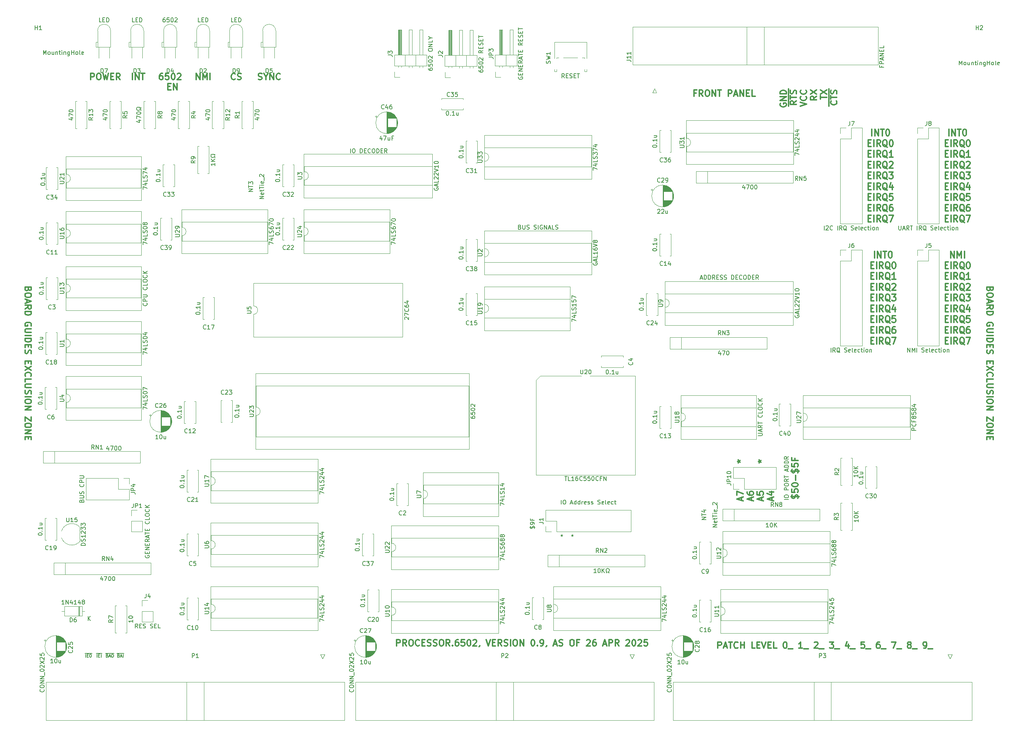
<source format=gbr>
%TF.GenerationSoftware,KiCad,Pcbnew,(6.0.11)*%
%TF.CreationDate,2025-04-26T17:57:21-05:00*%
%TF.ProjectId,processor.6502,70726f63-6573-4736-9f72-2e363530322e,v0.9*%
%TF.SameCoordinates,Original*%
%TF.FileFunction,Legend,Top*%
%TF.FilePolarity,Positive*%
%FSLAX46Y46*%
G04 Gerber Fmt 4.6, Leading zero omitted, Abs format (unit mm)*
G04 Created by KiCad (PCBNEW (6.0.11)) date 2025-04-26 17:57:21*
%MOMM*%
%LPD*%
G01*
G04 APERTURE LIST*
%ADD10C,0.300000*%
%ADD11C,0.175000*%
%ADD12C,0.150000*%
%ADD13C,0.120000*%
G04 APERTURE END LIST*
D10*
X37607142Y-133285714D02*
X37535714Y-133500000D01*
X37464285Y-133571428D01*
X37321428Y-133642857D01*
X37107142Y-133642857D01*
X36964285Y-133571428D01*
X36892857Y-133500000D01*
X36821428Y-133357142D01*
X36821428Y-132785714D01*
X38321428Y-132785714D01*
X38321428Y-133285714D01*
X38250000Y-133428571D01*
X38178571Y-133500000D01*
X38035714Y-133571428D01*
X37892857Y-133571428D01*
X37750000Y-133500000D01*
X37678571Y-133428571D01*
X37607142Y-133285714D01*
X37607142Y-132785714D01*
X38321428Y-134571428D02*
X38321428Y-134857142D01*
X38250000Y-135000000D01*
X38107142Y-135142857D01*
X37821428Y-135214285D01*
X37321428Y-135214285D01*
X37035714Y-135142857D01*
X36892857Y-135000000D01*
X36821428Y-134857142D01*
X36821428Y-134571428D01*
X36892857Y-134428571D01*
X37035714Y-134285714D01*
X37321428Y-134214285D01*
X37821428Y-134214285D01*
X38107142Y-134285714D01*
X38250000Y-134428571D01*
X38321428Y-134571428D01*
X37250000Y-135785714D02*
X37250000Y-136500000D01*
X36821428Y-135642857D02*
X38321428Y-136142857D01*
X36821428Y-136642857D01*
X36821428Y-138000000D02*
X37535714Y-137500000D01*
X36821428Y-137142857D02*
X38321428Y-137142857D01*
X38321428Y-137714285D01*
X38250000Y-137857142D01*
X38178571Y-137928571D01*
X38035714Y-138000000D01*
X37821428Y-138000000D01*
X37678571Y-137928571D01*
X37607142Y-137857142D01*
X37535714Y-137714285D01*
X37535714Y-137142857D01*
X36821428Y-138642857D02*
X38321428Y-138642857D01*
X38321428Y-139000000D01*
X38250000Y-139214285D01*
X38107142Y-139357142D01*
X37964285Y-139428571D01*
X37678571Y-139500000D01*
X37464285Y-139500000D01*
X37178571Y-139428571D01*
X37035714Y-139357142D01*
X36892857Y-139214285D01*
X36821428Y-139000000D01*
X36821428Y-138642857D01*
X38250000Y-142071428D02*
X38321428Y-141928571D01*
X38321428Y-141714285D01*
X38250000Y-141500000D01*
X38107142Y-141357142D01*
X37964285Y-141285714D01*
X37678571Y-141214285D01*
X37464285Y-141214285D01*
X37178571Y-141285714D01*
X37035714Y-141357142D01*
X36892857Y-141500000D01*
X36821428Y-141714285D01*
X36821428Y-141857142D01*
X36892857Y-142071428D01*
X36964285Y-142142857D01*
X37464285Y-142142857D01*
X37464285Y-141857142D01*
X38321428Y-142785714D02*
X37107142Y-142785714D01*
X36964285Y-142857142D01*
X36892857Y-142928571D01*
X36821428Y-143071428D01*
X36821428Y-143357142D01*
X36892857Y-143500000D01*
X36964285Y-143571428D01*
X37107142Y-143642857D01*
X38321428Y-143642857D01*
X36821428Y-144357142D02*
X38321428Y-144357142D01*
X36821428Y-145071428D02*
X38321428Y-145071428D01*
X38321428Y-145428571D01*
X38250000Y-145642857D01*
X38107142Y-145785714D01*
X37964285Y-145857142D01*
X37678571Y-145928571D01*
X37464285Y-145928571D01*
X37178571Y-145857142D01*
X37035714Y-145785714D01*
X36892857Y-145642857D01*
X36821428Y-145428571D01*
X36821428Y-145071428D01*
X37607142Y-146571428D02*
X37607142Y-147071428D01*
X36821428Y-147285714D02*
X36821428Y-146571428D01*
X38321428Y-146571428D01*
X38321428Y-147285714D01*
X36892857Y-147857142D02*
X36821428Y-148071428D01*
X36821428Y-148428571D01*
X36892857Y-148571428D01*
X36964285Y-148642857D01*
X37107142Y-148714285D01*
X37250000Y-148714285D01*
X37392857Y-148642857D01*
X37464285Y-148571428D01*
X37535714Y-148428571D01*
X37607142Y-148142857D01*
X37678571Y-148000000D01*
X37750000Y-147928571D01*
X37892857Y-147857142D01*
X38035714Y-147857142D01*
X38178571Y-147928571D01*
X38250000Y-148000000D01*
X38321428Y-148142857D01*
X38321428Y-148500000D01*
X38250000Y-148714285D01*
X37607142Y-150500000D02*
X37607142Y-151000000D01*
X36821428Y-151214285D02*
X36821428Y-150500000D01*
X38321428Y-150500000D01*
X38321428Y-151214285D01*
X38321428Y-151714285D02*
X36821428Y-152714285D01*
X38321428Y-152714285D02*
X36821428Y-151714285D01*
X36964285Y-154142857D02*
X36892857Y-154071428D01*
X36821428Y-153857142D01*
X36821428Y-153714285D01*
X36892857Y-153500000D01*
X37035714Y-153357142D01*
X37178571Y-153285714D01*
X37464285Y-153214285D01*
X37678571Y-153214285D01*
X37964285Y-153285714D01*
X38107142Y-153357142D01*
X38250000Y-153500000D01*
X38321428Y-153714285D01*
X38321428Y-153857142D01*
X38250000Y-154071428D01*
X38178571Y-154142857D01*
X36821428Y-155500000D02*
X36821428Y-154785714D01*
X38321428Y-154785714D01*
X38321428Y-156000000D02*
X37107142Y-156000000D01*
X36964285Y-156071428D01*
X36892857Y-156142857D01*
X36821428Y-156285714D01*
X36821428Y-156571428D01*
X36892857Y-156714285D01*
X36964285Y-156785714D01*
X37107142Y-156857142D01*
X38321428Y-156857142D01*
X36892857Y-157500000D02*
X36821428Y-157714285D01*
X36821428Y-158071428D01*
X36892857Y-158214285D01*
X36964285Y-158285714D01*
X37107142Y-158357142D01*
X37250000Y-158357142D01*
X37392857Y-158285714D01*
X37464285Y-158214285D01*
X37535714Y-158071428D01*
X37607142Y-157785714D01*
X37678571Y-157642857D01*
X37750000Y-157571428D01*
X37892857Y-157500000D01*
X38035714Y-157500000D01*
X38178571Y-157571428D01*
X38250000Y-157642857D01*
X38321428Y-157785714D01*
X38321428Y-158142857D01*
X38250000Y-158357142D01*
X36821428Y-159000000D02*
X38321428Y-159000000D01*
X38321428Y-160000000D02*
X38321428Y-160285714D01*
X38250000Y-160428571D01*
X38107142Y-160571428D01*
X37821428Y-160642857D01*
X37321428Y-160642857D01*
X37035714Y-160571428D01*
X36892857Y-160428571D01*
X36821428Y-160285714D01*
X36821428Y-160000000D01*
X36892857Y-159857142D01*
X37035714Y-159714285D01*
X37321428Y-159642857D01*
X37821428Y-159642857D01*
X38107142Y-159714285D01*
X38250000Y-159857142D01*
X38321428Y-160000000D01*
X36821428Y-161285714D02*
X38321428Y-161285714D01*
X36821428Y-162142857D01*
X38321428Y-162142857D01*
X38321428Y-163857142D02*
X38321428Y-164857142D01*
X36821428Y-163857142D01*
X36821428Y-164857142D01*
X38321428Y-165714285D02*
X38321428Y-166000000D01*
X38250000Y-166142857D01*
X38107142Y-166285714D01*
X37821428Y-166357142D01*
X37321428Y-166357142D01*
X37035714Y-166285714D01*
X36892857Y-166142857D01*
X36821428Y-166000000D01*
X36821428Y-165714285D01*
X36892857Y-165571428D01*
X37035714Y-165428571D01*
X37321428Y-165357142D01*
X37821428Y-165357142D01*
X38107142Y-165428571D01*
X38250000Y-165571428D01*
X38321428Y-165714285D01*
X36821428Y-167000000D02*
X38321428Y-167000000D01*
X36821428Y-167857142D01*
X38321428Y-167857142D01*
X37607142Y-168571428D02*
X37607142Y-169071428D01*
X36821428Y-169285714D02*
X36821428Y-168571428D01*
X38321428Y-168571428D01*
X38321428Y-169285714D01*
X87071428Y-83035714D02*
X86999999Y-83107142D01*
X86785713Y-83178571D01*
X86642856Y-83178571D01*
X86428570Y-83107142D01*
X86285713Y-82964285D01*
X86214285Y-82821428D01*
X86142856Y-82535714D01*
X86142856Y-82321428D01*
X86214285Y-82035714D01*
X86285713Y-81892857D01*
X86428570Y-81750000D01*
X86642856Y-81678571D01*
X86785713Y-81678571D01*
X86999999Y-81750000D01*
X87071428Y-81821428D01*
X87642856Y-83107142D02*
X87857142Y-83178571D01*
X88214285Y-83178571D01*
X88357142Y-83107142D01*
X88428570Y-83035714D01*
X88499999Y-82892857D01*
X88499999Y-82750000D01*
X88428570Y-82607142D01*
X88357142Y-82535714D01*
X88214285Y-82464285D01*
X87928570Y-82392857D01*
X87785713Y-82321428D01*
X87714285Y-82250000D01*
X87642856Y-82107142D01*
X87642856Y-81964285D01*
X87714285Y-81821428D01*
X87785713Y-81750000D01*
X87928570Y-81678571D01*
X88285713Y-81678571D01*
X88499999Y-81750000D01*
X208127500Y-183821428D02*
X208127500Y-183107142D01*
X208556071Y-183964285D02*
X207056071Y-183464285D01*
X208556071Y-182964285D01*
X207056071Y-182607142D02*
X207056071Y-181607142D01*
X208556071Y-182250000D01*
X210542500Y-183821428D02*
X210542500Y-183107142D01*
X210971071Y-183964285D02*
X209471071Y-183464285D01*
X210971071Y-182964285D01*
X209471071Y-181821428D02*
X209471071Y-182107142D01*
X209542500Y-182250000D01*
X209613928Y-182321428D01*
X209828214Y-182464285D01*
X210113928Y-182535714D01*
X210685357Y-182535714D01*
X210828214Y-182464285D01*
X210899642Y-182392857D01*
X210971071Y-182250000D01*
X210971071Y-181964285D01*
X210899642Y-181821428D01*
X210828214Y-181750000D01*
X210685357Y-181678571D01*
X210328214Y-181678571D01*
X210185357Y-181750000D01*
X210113928Y-181821428D01*
X210042500Y-181964285D01*
X210042500Y-182250000D01*
X210113928Y-182392857D01*
X210185357Y-182464285D01*
X210328214Y-182535714D01*
X212957500Y-183821428D02*
X212957500Y-183107142D01*
X213386071Y-183964285D02*
X211886071Y-183464285D01*
X213386071Y-182964285D01*
X211886071Y-181750000D02*
X211886071Y-182464285D01*
X212600357Y-182535714D01*
X212528928Y-182464285D01*
X212457500Y-182321428D01*
X212457500Y-181964285D01*
X212528928Y-181821428D01*
X212600357Y-181750000D01*
X212743214Y-181678571D01*
X213100357Y-181678571D01*
X213243214Y-181750000D01*
X213314642Y-181821428D01*
X213386071Y-181964285D01*
X213386071Y-182321428D01*
X213314642Y-182464285D01*
X213243214Y-182535714D01*
X215372500Y-183821428D02*
X215372500Y-183107142D01*
X215801071Y-183964285D02*
X214301071Y-183464285D01*
X215801071Y-182964285D01*
X214801071Y-181821428D02*
X215801071Y-181821428D01*
X214229642Y-182178571D02*
X215301071Y-182535714D01*
X215301071Y-181607142D01*
D11*
X53908000Y-220419000D02*
X54241333Y-220419000D01*
X54074666Y-221316666D02*
X54074666Y-220616666D01*
X54241333Y-220419000D02*
X54874666Y-220419000D01*
X54408000Y-220950000D02*
X54641333Y-220950000D01*
X54741333Y-221316666D02*
X54408000Y-221316666D01*
X54408000Y-220616666D01*
X54741333Y-220616666D01*
X54874666Y-220419000D02*
X55208000Y-220419000D01*
X55041333Y-221316666D02*
X55041333Y-220616666D01*
X56081333Y-220419000D02*
X56781333Y-220419000D01*
X56481333Y-220950000D02*
X56581333Y-220983333D01*
X56614666Y-221016666D01*
X56648000Y-221083333D01*
X56648000Y-221183333D01*
X56614666Y-221250000D01*
X56581333Y-221283333D01*
X56514666Y-221316666D01*
X56248000Y-221316666D01*
X56248000Y-220616666D01*
X56481333Y-220616666D01*
X56548000Y-220650000D01*
X56581333Y-220683333D01*
X56614666Y-220750000D01*
X56614666Y-220816666D01*
X56581333Y-220883333D01*
X56548000Y-220916666D01*
X56481333Y-220950000D01*
X56248000Y-220950000D01*
X56781333Y-220419000D02*
X57381333Y-220419000D01*
X56914666Y-221116666D02*
X57248000Y-221116666D01*
X56848000Y-221316666D02*
X57081333Y-220616666D01*
X57314666Y-221316666D01*
X57381333Y-220419000D02*
X58114666Y-220419000D01*
X57681333Y-220616666D02*
X57814666Y-220616666D01*
X57881333Y-220650000D01*
X57948000Y-220716666D01*
X57981333Y-220850000D01*
X57981333Y-221083333D01*
X57948000Y-221216666D01*
X57881333Y-221283333D01*
X57814666Y-221316666D01*
X57681333Y-221316666D01*
X57614666Y-221283333D01*
X57548000Y-221216666D01*
X57514666Y-221083333D01*
X57514666Y-220850000D01*
X57548000Y-220716666D01*
X57614666Y-220650000D01*
X57681333Y-220616666D01*
X58821333Y-220419000D02*
X59521333Y-220419000D01*
X59221333Y-220950000D02*
X59321333Y-220983333D01*
X59354666Y-221016666D01*
X59388000Y-221083333D01*
X59388000Y-221183333D01*
X59354666Y-221250000D01*
X59321333Y-221283333D01*
X59254666Y-221316666D01*
X58988000Y-221316666D01*
X58988000Y-220616666D01*
X59221333Y-220616666D01*
X59288000Y-220650000D01*
X59321333Y-220683333D01*
X59354666Y-220750000D01*
X59354666Y-220816666D01*
X59321333Y-220883333D01*
X59288000Y-220916666D01*
X59221333Y-220950000D01*
X58988000Y-220950000D01*
X59521333Y-220419000D02*
X60121333Y-220419000D01*
X59654666Y-221116666D02*
X59988000Y-221116666D01*
X59588000Y-221316666D02*
X59821333Y-220616666D01*
X60054666Y-221316666D01*
X60121333Y-220419000D02*
X60454666Y-220419000D01*
X60288000Y-221316666D02*
X60288000Y-220616666D01*
D10*
X239938571Y-125804809D02*
X239938571Y-124204809D01*
X240652857Y-125804809D02*
X240652857Y-124204809D01*
X241510000Y-125804809D01*
X241510000Y-124204809D01*
X242010000Y-124204809D02*
X242867142Y-124204809D01*
X242438571Y-125804809D02*
X242438571Y-124204809D01*
X243652857Y-124204809D02*
X243795714Y-124204809D01*
X243938571Y-124281000D01*
X244010000Y-124357190D01*
X244081428Y-124509571D01*
X244152857Y-124814333D01*
X244152857Y-125195285D01*
X244081428Y-125500047D01*
X244010000Y-125652428D01*
X243938571Y-125728619D01*
X243795714Y-125804809D01*
X243652857Y-125804809D01*
X243510000Y-125728619D01*
X243438571Y-125652428D01*
X243367142Y-125500047D01*
X243295714Y-125195285D01*
X243295714Y-124814333D01*
X243367142Y-124509571D01*
X243438571Y-124357190D01*
X243510000Y-124281000D01*
X243652857Y-124204809D01*
X239081428Y-127542714D02*
X239581428Y-127542714D01*
X239795714Y-128380809D02*
X239081428Y-128380809D01*
X239081428Y-126780809D01*
X239795714Y-126780809D01*
X240438571Y-128380809D02*
X240438571Y-126780809D01*
X242010000Y-128380809D02*
X241510000Y-127618904D01*
X241152857Y-128380809D02*
X241152857Y-126780809D01*
X241724285Y-126780809D01*
X241867142Y-126857000D01*
X241938571Y-126933190D01*
X242010000Y-127085571D01*
X242010000Y-127314142D01*
X241938571Y-127466523D01*
X241867142Y-127542714D01*
X241724285Y-127618904D01*
X241152857Y-127618904D01*
X243652857Y-128533190D02*
X243510000Y-128457000D01*
X243367142Y-128304619D01*
X243152857Y-128076047D01*
X243010000Y-127999857D01*
X242867142Y-127999857D01*
X242938571Y-128380809D02*
X242795714Y-128304619D01*
X242652857Y-128152238D01*
X242581428Y-127847476D01*
X242581428Y-127314142D01*
X242652857Y-127009380D01*
X242795714Y-126857000D01*
X242938571Y-126780809D01*
X243224285Y-126780809D01*
X243367142Y-126857000D01*
X243510000Y-127009380D01*
X243581428Y-127314142D01*
X243581428Y-127847476D01*
X243510000Y-128152238D01*
X243367142Y-128304619D01*
X243224285Y-128380809D01*
X242938571Y-128380809D01*
X244510000Y-126780809D02*
X244652857Y-126780809D01*
X244795714Y-126857000D01*
X244867142Y-126933190D01*
X244938571Y-127085571D01*
X245010000Y-127390333D01*
X245010000Y-127771285D01*
X244938571Y-128076047D01*
X244867142Y-128228428D01*
X244795714Y-128304619D01*
X244652857Y-128380809D01*
X244510000Y-128380809D01*
X244367142Y-128304619D01*
X244295714Y-128228428D01*
X244224285Y-128076047D01*
X244152857Y-127771285D01*
X244152857Y-127390333D01*
X244224285Y-127085571D01*
X244295714Y-126933190D01*
X244367142Y-126857000D01*
X244510000Y-126780809D01*
X239081428Y-130118714D02*
X239581428Y-130118714D01*
X239795714Y-130956809D02*
X239081428Y-130956809D01*
X239081428Y-129356809D01*
X239795714Y-129356809D01*
X240438571Y-130956809D02*
X240438571Y-129356809D01*
X242010000Y-130956809D02*
X241510000Y-130194904D01*
X241152857Y-130956809D02*
X241152857Y-129356809D01*
X241724285Y-129356809D01*
X241867142Y-129433000D01*
X241938571Y-129509190D01*
X242010000Y-129661571D01*
X242010000Y-129890142D01*
X241938571Y-130042523D01*
X241867142Y-130118714D01*
X241724285Y-130194904D01*
X241152857Y-130194904D01*
X243652857Y-131109190D02*
X243510000Y-131033000D01*
X243367142Y-130880619D01*
X243152857Y-130652047D01*
X243010000Y-130575857D01*
X242867142Y-130575857D01*
X242938571Y-130956809D02*
X242795714Y-130880619D01*
X242652857Y-130728238D01*
X242581428Y-130423476D01*
X242581428Y-129890142D01*
X242652857Y-129585380D01*
X242795714Y-129433000D01*
X242938571Y-129356809D01*
X243224285Y-129356809D01*
X243367142Y-129433000D01*
X243510000Y-129585380D01*
X243581428Y-129890142D01*
X243581428Y-130423476D01*
X243510000Y-130728238D01*
X243367142Y-130880619D01*
X243224285Y-130956809D01*
X242938571Y-130956809D01*
X245010000Y-130956809D02*
X244152857Y-130956809D01*
X244581428Y-130956809D02*
X244581428Y-129356809D01*
X244438571Y-129585380D01*
X244295714Y-129737761D01*
X244152857Y-129813952D01*
X239081428Y-132694714D02*
X239581428Y-132694714D01*
X239795714Y-133532809D02*
X239081428Y-133532809D01*
X239081428Y-131932809D01*
X239795714Y-131932809D01*
X240438571Y-133532809D02*
X240438571Y-131932809D01*
X242010000Y-133532809D02*
X241510000Y-132770904D01*
X241152857Y-133532809D02*
X241152857Y-131932809D01*
X241724285Y-131932809D01*
X241867142Y-132009000D01*
X241938571Y-132085190D01*
X242010000Y-132237571D01*
X242010000Y-132466142D01*
X241938571Y-132618523D01*
X241867142Y-132694714D01*
X241724285Y-132770904D01*
X241152857Y-132770904D01*
X243652857Y-133685190D02*
X243510000Y-133609000D01*
X243367142Y-133456619D01*
X243152857Y-133228047D01*
X243010000Y-133151857D01*
X242867142Y-133151857D01*
X242938571Y-133532809D02*
X242795714Y-133456619D01*
X242652857Y-133304238D01*
X242581428Y-132999476D01*
X242581428Y-132466142D01*
X242652857Y-132161380D01*
X242795714Y-132009000D01*
X242938571Y-131932809D01*
X243224285Y-131932809D01*
X243367142Y-132009000D01*
X243510000Y-132161380D01*
X243581428Y-132466142D01*
X243581428Y-132999476D01*
X243510000Y-133304238D01*
X243367142Y-133456619D01*
X243224285Y-133532809D01*
X242938571Y-133532809D01*
X244152857Y-132085190D02*
X244224285Y-132009000D01*
X244367142Y-131932809D01*
X244724285Y-131932809D01*
X244867142Y-132009000D01*
X244938571Y-132085190D01*
X245010000Y-132237571D01*
X245010000Y-132389952D01*
X244938571Y-132618523D01*
X244081428Y-133532809D01*
X245010000Y-133532809D01*
X239081428Y-135270714D02*
X239581428Y-135270714D01*
X239795714Y-136108809D02*
X239081428Y-136108809D01*
X239081428Y-134508809D01*
X239795714Y-134508809D01*
X240438571Y-136108809D02*
X240438571Y-134508809D01*
X242010000Y-136108809D02*
X241510000Y-135346904D01*
X241152857Y-136108809D02*
X241152857Y-134508809D01*
X241724285Y-134508809D01*
X241867142Y-134585000D01*
X241938571Y-134661190D01*
X242010000Y-134813571D01*
X242010000Y-135042142D01*
X241938571Y-135194523D01*
X241867142Y-135270714D01*
X241724285Y-135346904D01*
X241152857Y-135346904D01*
X243652857Y-136261190D02*
X243510000Y-136185000D01*
X243367142Y-136032619D01*
X243152857Y-135804047D01*
X243010000Y-135727857D01*
X242867142Y-135727857D01*
X242938571Y-136108809D02*
X242795714Y-136032619D01*
X242652857Y-135880238D01*
X242581428Y-135575476D01*
X242581428Y-135042142D01*
X242652857Y-134737380D01*
X242795714Y-134585000D01*
X242938571Y-134508809D01*
X243224285Y-134508809D01*
X243367142Y-134585000D01*
X243510000Y-134737380D01*
X243581428Y-135042142D01*
X243581428Y-135575476D01*
X243510000Y-135880238D01*
X243367142Y-136032619D01*
X243224285Y-136108809D01*
X242938571Y-136108809D01*
X244081428Y-134508809D02*
X245010000Y-134508809D01*
X244510000Y-135118333D01*
X244724285Y-135118333D01*
X244867142Y-135194523D01*
X244938571Y-135270714D01*
X245010000Y-135423095D01*
X245010000Y-135804047D01*
X244938571Y-135956428D01*
X244867142Y-136032619D01*
X244724285Y-136108809D01*
X244295714Y-136108809D01*
X244152857Y-136032619D01*
X244081428Y-135956428D01*
X239081428Y-137846714D02*
X239581428Y-137846714D01*
X239795714Y-138684809D02*
X239081428Y-138684809D01*
X239081428Y-137084809D01*
X239795714Y-137084809D01*
X240438571Y-138684809D02*
X240438571Y-137084809D01*
X242010000Y-138684809D02*
X241510000Y-137922904D01*
X241152857Y-138684809D02*
X241152857Y-137084809D01*
X241724285Y-137084809D01*
X241867142Y-137161000D01*
X241938571Y-137237190D01*
X242010000Y-137389571D01*
X242010000Y-137618142D01*
X241938571Y-137770523D01*
X241867142Y-137846714D01*
X241724285Y-137922904D01*
X241152857Y-137922904D01*
X243652857Y-138837190D02*
X243510000Y-138761000D01*
X243367142Y-138608619D01*
X243152857Y-138380047D01*
X243010000Y-138303857D01*
X242867142Y-138303857D01*
X242938571Y-138684809D02*
X242795714Y-138608619D01*
X242652857Y-138456238D01*
X242581428Y-138151476D01*
X242581428Y-137618142D01*
X242652857Y-137313380D01*
X242795714Y-137161000D01*
X242938571Y-137084809D01*
X243224285Y-137084809D01*
X243367142Y-137161000D01*
X243510000Y-137313380D01*
X243581428Y-137618142D01*
X243581428Y-138151476D01*
X243510000Y-138456238D01*
X243367142Y-138608619D01*
X243224285Y-138684809D01*
X242938571Y-138684809D01*
X244867142Y-137618142D02*
X244867142Y-138684809D01*
X244510000Y-137008619D02*
X244152857Y-138151476D01*
X245081428Y-138151476D01*
X239081428Y-140422714D02*
X239581428Y-140422714D01*
X239795714Y-141260809D02*
X239081428Y-141260809D01*
X239081428Y-139660809D01*
X239795714Y-139660809D01*
X240438571Y-141260809D02*
X240438571Y-139660809D01*
X242010000Y-141260809D02*
X241510000Y-140498904D01*
X241152857Y-141260809D02*
X241152857Y-139660809D01*
X241724285Y-139660809D01*
X241867142Y-139737000D01*
X241938571Y-139813190D01*
X242010000Y-139965571D01*
X242010000Y-140194142D01*
X241938571Y-140346523D01*
X241867142Y-140422714D01*
X241724285Y-140498904D01*
X241152857Y-140498904D01*
X243652857Y-141413190D02*
X243510000Y-141337000D01*
X243367142Y-141184619D01*
X243152857Y-140956047D01*
X243010000Y-140879857D01*
X242867142Y-140879857D01*
X242938571Y-141260809D02*
X242795714Y-141184619D01*
X242652857Y-141032238D01*
X242581428Y-140727476D01*
X242581428Y-140194142D01*
X242652857Y-139889380D01*
X242795714Y-139737000D01*
X242938571Y-139660809D01*
X243224285Y-139660809D01*
X243367142Y-139737000D01*
X243510000Y-139889380D01*
X243581428Y-140194142D01*
X243581428Y-140727476D01*
X243510000Y-141032238D01*
X243367142Y-141184619D01*
X243224285Y-141260809D01*
X242938571Y-141260809D01*
X244938571Y-139660809D02*
X244224285Y-139660809D01*
X244152857Y-140422714D01*
X244224285Y-140346523D01*
X244367142Y-140270333D01*
X244724285Y-140270333D01*
X244867142Y-140346523D01*
X244938571Y-140422714D01*
X245010000Y-140575095D01*
X245010000Y-140956047D01*
X244938571Y-141108428D01*
X244867142Y-141184619D01*
X244724285Y-141260809D01*
X244367142Y-141260809D01*
X244224285Y-141184619D01*
X244152857Y-141108428D01*
X239081428Y-142998714D02*
X239581428Y-142998714D01*
X239795714Y-143836809D02*
X239081428Y-143836809D01*
X239081428Y-142236809D01*
X239795714Y-142236809D01*
X240438571Y-143836809D02*
X240438571Y-142236809D01*
X242010000Y-143836809D02*
X241510000Y-143074904D01*
X241152857Y-143836809D02*
X241152857Y-142236809D01*
X241724285Y-142236809D01*
X241867142Y-142313000D01*
X241938571Y-142389190D01*
X242010000Y-142541571D01*
X242010000Y-142770142D01*
X241938571Y-142922523D01*
X241867142Y-142998714D01*
X241724285Y-143074904D01*
X241152857Y-143074904D01*
X243652857Y-143989190D02*
X243510000Y-143913000D01*
X243367142Y-143760619D01*
X243152857Y-143532047D01*
X243010000Y-143455857D01*
X242867142Y-143455857D01*
X242938571Y-143836809D02*
X242795714Y-143760619D01*
X242652857Y-143608238D01*
X242581428Y-143303476D01*
X242581428Y-142770142D01*
X242652857Y-142465380D01*
X242795714Y-142313000D01*
X242938571Y-142236809D01*
X243224285Y-142236809D01*
X243367142Y-142313000D01*
X243510000Y-142465380D01*
X243581428Y-142770142D01*
X243581428Y-143303476D01*
X243510000Y-143608238D01*
X243367142Y-143760619D01*
X243224285Y-143836809D01*
X242938571Y-143836809D01*
X244867142Y-142236809D02*
X244581428Y-142236809D01*
X244438571Y-142313000D01*
X244367142Y-142389190D01*
X244224285Y-142617761D01*
X244152857Y-142922523D01*
X244152857Y-143532047D01*
X244224285Y-143684428D01*
X244295714Y-143760619D01*
X244438571Y-143836809D01*
X244724285Y-143836809D01*
X244867142Y-143760619D01*
X244938571Y-143684428D01*
X245010000Y-143532047D01*
X245010000Y-143151095D01*
X244938571Y-142998714D01*
X244867142Y-142922523D01*
X244724285Y-142846333D01*
X244438571Y-142846333D01*
X244295714Y-142922523D01*
X244224285Y-142998714D01*
X244152857Y-143151095D01*
X239081428Y-145574714D02*
X239581428Y-145574714D01*
X239795714Y-146412809D02*
X239081428Y-146412809D01*
X239081428Y-144812809D01*
X239795714Y-144812809D01*
X240438571Y-146412809D02*
X240438571Y-144812809D01*
X242010000Y-146412809D02*
X241510000Y-145650904D01*
X241152857Y-146412809D02*
X241152857Y-144812809D01*
X241724285Y-144812809D01*
X241867142Y-144889000D01*
X241938571Y-144965190D01*
X242010000Y-145117571D01*
X242010000Y-145346142D01*
X241938571Y-145498523D01*
X241867142Y-145574714D01*
X241724285Y-145650904D01*
X241152857Y-145650904D01*
X243652857Y-146565190D02*
X243510000Y-146489000D01*
X243367142Y-146336619D01*
X243152857Y-146108047D01*
X243010000Y-146031857D01*
X242867142Y-146031857D01*
X242938571Y-146412809D02*
X242795714Y-146336619D01*
X242652857Y-146184238D01*
X242581428Y-145879476D01*
X242581428Y-145346142D01*
X242652857Y-145041380D01*
X242795714Y-144889000D01*
X242938571Y-144812809D01*
X243224285Y-144812809D01*
X243367142Y-144889000D01*
X243510000Y-145041380D01*
X243581428Y-145346142D01*
X243581428Y-145879476D01*
X243510000Y-146184238D01*
X243367142Y-146336619D01*
X243224285Y-146412809D01*
X242938571Y-146412809D01*
X244081428Y-144812809D02*
X245081428Y-144812809D01*
X244438571Y-146412809D01*
X52535714Y-83178571D02*
X52535714Y-81678571D01*
X53107142Y-81678571D01*
X53250000Y-81750000D01*
X53321428Y-81821428D01*
X53392857Y-81964285D01*
X53392857Y-82178571D01*
X53321428Y-82321428D01*
X53250000Y-82392857D01*
X53107142Y-82464285D01*
X52535714Y-82464285D01*
X54321428Y-81678571D02*
X54607142Y-81678571D01*
X54750000Y-81750000D01*
X54892857Y-81892857D01*
X54964285Y-82178571D01*
X54964285Y-82678571D01*
X54892857Y-82964285D01*
X54750000Y-83107142D01*
X54607142Y-83178571D01*
X54321428Y-83178571D01*
X54178571Y-83107142D01*
X54035714Y-82964285D01*
X53964285Y-82678571D01*
X53964285Y-82178571D01*
X54035714Y-81892857D01*
X54178571Y-81750000D01*
X54321428Y-81678571D01*
X55464285Y-81678571D02*
X55821428Y-83178571D01*
X56107142Y-82107142D01*
X56392857Y-83178571D01*
X56750000Y-81678571D01*
X57321428Y-82392857D02*
X57821428Y-82392857D01*
X58035714Y-83178571D02*
X57321428Y-83178571D01*
X57321428Y-81678571D01*
X58035714Y-81678571D01*
X59535714Y-83178571D02*
X59035714Y-82464285D01*
X58678571Y-83178571D02*
X58678571Y-81678571D01*
X59250000Y-81678571D01*
X59392857Y-81750000D01*
X59464285Y-81821428D01*
X59535714Y-81964285D01*
X59535714Y-82178571D01*
X59464285Y-82321428D01*
X59392857Y-82392857D01*
X59250000Y-82464285D01*
X58678571Y-82464285D01*
X267607142Y-133285714D02*
X267535714Y-133500000D01*
X267464285Y-133571428D01*
X267321428Y-133642857D01*
X267107142Y-133642857D01*
X266964285Y-133571428D01*
X266892857Y-133500000D01*
X266821428Y-133357142D01*
X266821428Y-132785714D01*
X268321428Y-132785714D01*
X268321428Y-133285714D01*
X268250000Y-133428571D01*
X268178571Y-133500000D01*
X268035714Y-133571428D01*
X267892857Y-133571428D01*
X267750000Y-133500000D01*
X267678571Y-133428571D01*
X267607142Y-133285714D01*
X267607142Y-132785714D01*
X268321428Y-134571428D02*
X268321428Y-134857142D01*
X268250000Y-135000000D01*
X268107142Y-135142857D01*
X267821428Y-135214285D01*
X267321428Y-135214285D01*
X267035714Y-135142857D01*
X266892857Y-135000000D01*
X266821428Y-134857142D01*
X266821428Y-134571428D01*
X266892857Y-134428571D01*
X267035714Y-134285714D01*
X267321428Y-134214285D01*
X267821428Y-134214285D01*
X268107142Y-134285714D01*
X268250000Y-134428571D01*
X268321428Y-134571428D01*
X267250000Y-135785714D02*
X267250000Y-136500000D01*
X266821428Y-135642857D02*
X268321428Y-136142857D01*
X266821428Y-136642857D01*
X266821428Y-138000000D02*
X267535714Y-137500000D01*
X266821428Y-137142857D02*
X268321428Y-137142857D01*
X268321428Y-137714285D01*
X268250000Y-137857142D01*
X268178571Y-137928571D01*
X268035714Y-138000000D01*
X267821428Y-138000000D01*
X267678571Y-137928571D01*
X267607142Y-137857142D01*
X267535714Y-137714285D01*
X267535714Y-137142857D01*
X266821428Y-138642857D02*
X268321428Y-138642857D01*
X268321428Y-139000000D01*
X268250000Y-139214285D01*
X268107142Y-139357142D01*
X267964285Y-139428571D01*
X267678571Y-139500000D01*
X267464285Y-139500000D01*
X267178571Y-139428571D01*
X267035714Y-139357142D01*
X266892857Y-139214285D01*
X266821428Y-139000000D01*
X266821428Y-138642857D01*
X268250000Y-142071428D02*
X268321428Y-141928571D01*
X268321428Y-141714285D01*
X268250000Y-141500000D01*
X268107142Y-141357142D01*
X267964285Y-141285714D01*
X267678571Y-141214285D01*
X267464285Y-141214285D01*
X267178571Y-141285714D01*
X267035714Y-141357142D01*
X266892857Y-141500000D01*
X266821428Y-141714285D01*
X266821428Y-141857142D01*
X266892857Y-142071428D01*
X266964285Y-142142857D01*
X267464285Y-142142857D01*
X267464285Y-141857142D01*
X268321428Y-142785714D02*
X267107142Y-142785714D01*
X266964285Y-142857142D01*
X266892857Y-142928571D01*
X266821428Y-143071428D01*
X266821428Y-143357142D01*
X266892857Y-143500000D01*
X266964285Y-143571428D01*
X267107142Y-143642857D01*
X268321428Y-143642857D01*
X266821428Y-144357142D02*
X268321428Y-144357142D01*
X266821428Y-145071428D02*
X268321428Y-145071428D01*
X268321428Y-145428571D01*
X268250000Y-145642857D01*
X268107142Y-145785714D01*
X267964285Y-145857142D01*
X267678571Y-145928571D01*
X267464285Y-145928571D01*
X267178571Y-145857142D01*
X267035714Y-145785714D01*
X266892857Y-145642857D01*
X266821428Y-145428571D01*
X266821428Y-145071428D01*
X267607142Y-146571428D02*
X267607142Y-147071428D01*
X266821428Y-147285714D02*
X266821428Y-146571428D01*
X268321428Y-146571428D01*
X268321428Y-147285714D01*
X266892857Y-147857142D02*
X266821428Y-148071428D01*
X266821428Y-148428571D01*
X266892857Y-148571428D01*
X266964285Y-148642857D01*
X267107142Y-148714285D01*
X267250000Y-148714285D01*
X267392857Y-148642857D01*
X267464285Y-148571428D01*
X267535714Y-148428571D01*
X267607142Y-148142857D01*
X267678571Y-148000000D01*
X267750000Y-147928571D01*
X267892857Y-147857142D01*
X268035714Y-147857142D01*
X268178571Y-147928571D01*
X268250000Y-148000000D01*
X268321428Y-148142857D01*
X268321428Y-148500000D01*
X268250000Y-148714285D01*
X267607142Y-150500000D02*
X267607142Y-151000000D01*
X266821428Y-151214285D02*
X266821428Y-150500000D01*
X268321428Y-150500000D01*
X268321428Y-151214285D01*
X268321428Y-151714285D02*
X266821428Y-152714285D01*
X268321428Y-152714285D02*
X266821428Y-151714285D01*
X266964285Y-154142857D02*
X266892857Y-154071428D01*
X266821428Y-153857142D01*
X266821428Y-153714285D01*
X266892857Y-153500000D01*
X267035714Y-153357142D01*
X267178571Y-153285714D01*
X267464285Y-153214285D01*
X267678571Y-153214285D01*
X267964285Y-153285714D01*
X268107142Y-153357142D01*
X268250000Y-153500000D01*
X268321428Y-153714285D01*
X268321428Y-153857142D01*
X268250000Y-154071428D01*
X268178571Y-154142857D01*
X266821428Y-155500000D02*
X266821428Y-154785714D01*
X268321428Y-154785714D01*
X268321428Y-156000000D02*
X267107142Y-156000000D01*
X266964285Y-156071428D01*
X266892857Y-156142857D01*
X266821428Y-156285714D01*
X266821428Y-156571428D01*
X266892857Y-156714285D01*
X266964285Y-156785714D01*
X267107142Y-156857142D01*
X268321428Y-156857142D01*
X266892857Y-157500000D02*
X266821428Y-157714285D01*
X266821428Y-158071428D01*
X266892857Y-158214285D01*
X266964285Y-158285714D01*
X267107142Y-158357142D01*
X267250000Y-158357142D01*
X267392857Y-158285714D01*
X267464285Y-158214285D01*
X267535714Y-158071428D01*
X267607142Y-157785714D01*
X267678571Y-157642857D01*
X267750000Y-157571428D01*
X267892857Y-157500000D01*
X268035714Y-157500000D01*
X268178571Y-157571428D01*
X268250000Y-157642857D01*
X268321428Y-157785714D01*
X268321428Y-158142857D01*
X268250000Y-158357142D01*
X266821428Y-159000000D02*
X268321428Y-159000000D01*
X268321428Y-160000000D02*
X268321428Y-160285714D01*
X268250000Y-160428571D01*
X268107142Y-160571428D01*
X267821428Y-160642857D01*
X267321428Y-160642857D01*
X267035714Y-160571428D01*
X266892857Y-160428571D01*
X266821428Y-160285714D01*
X266821428Y-160000000D01*
X266892857Y-159857142D01*
X267035714Y-159714285D01*
X267321428Y-159642857D01*
X267821428Y-159642857D01*
X268107142Y-159714285D01*
X268250000Y-159857142D01*
X268321428Y-160000000D01*
X266821428Y-161285714D02*
X268321428Y-161285714D01*
X266821428Y-162142857D01*
X268321428Y-162142857D01*
X268321428Y-163857142D02*
X268321428Y-164857142D01*
X266821428Y-163857142D01*
X266821428Y-164857142D01*
X268321428Y-165714285D02*
X268321428Y-166000000D01*
X268250000Y-166142857D01*
X268107142Y-166285714D01*
X267821428Y-166357142D01*
X267321428Y-166357142D01*
X267035714Y-166285714D01*
X266892857Y-166142857D01*
X266821428Y-166000000D01*
X266821428Y-165714285D01*
X266892857Y-165571428D01*
X267035714Y-165428571D01*
X267321428Y-165357142D01*
X267821428Y-165357142D01*
X268107142Y-165428571D01*
X268250000Y-165571428D01*
X268321428Y-165714285D01*
X266821428Y-167000000D02*
X268321428Y-167000000D01*
X266821428Y-167857142D01*
X268321428Y-167857142D01*
X267607142Y-168571428D02*
X267607142Y-169071428D01*
X266821428Y-169285714D02*
X266821428Y-168571428D01*
X268321428Y-168571428D01*
X268321428Y-169285714D01*
D12*
X155142857Y-118428571D02*
X155285714Y-118476190D01*
X155333333Y-118523809D01*
X155380952Y-118619047D01*
X155380952Y-118761904D01*
X155333333Y-118857142D01*
X155285714Y-118904761D01*
X155190476Y-118952380D01*
X154809523Y-118952380D01*
X154809523Y-117952380D01*
X155142857Y-117952380D01*
X155238095Y-118000000D01*
X155285714Y-118047619D01*
X155333333Y-118142857D01*
X155333333Y-118238095D01*
X155285714Y-118333333D01*
X155238095Y-118380952D01*
X155142857Y-118428571D01*
X154809523Y-118428571D01*
X155809523Y-117952380D02*
X155809523Y-118761904D01*
X155857142Y-118857142D01*
X155904761Y-118904761D01*
X156000000Y-118952380D01*
X156190476Y-118952380D01*
X156285714Y-118904761D01*
X156333333Y-118857142D01*
X156380952Y-118761904D01*
X156380952Y-117952380D01*
X156809523Y-118904761D02*
X156952380Y-118952380D01*
X157190476Y-118952380D01*
X157285714Y-118904761D01*
X157333333Y-118857142D01*
X157380952Y-118761904D01*
X157380952Y-118666666D01*
X157333333Y-118571428D01*
X157285714Y-118523809D01*
X157190476Y-118476190D01*
X157000000Y-118428571D01*
X156904761Y-118380952D01*
X156857142Y-118333333D01*
X156809523Y-118238095D01*
X156809523Y-118142857D01*
X156857142Y-118047619D01*
X156904761Y-118000000D01*
X157000000Y-117952380D01*
X157238095Y-117952380D01*
X157380952Y-118000000D01*
X158523809Y-118904761D02*
X158666666Y-118952380D01*
X158904761Y-118952380D01*
X159000000Y-118904761D01*
X159047619Y-118857142D01*
X159095238Y-118761904D01*
X159095238Y-118666666D01*
X159047619Y-118571428D01*
X159000000Y-118523809D01*
X158904761Y-118476190D01*
X158714285Y-118428571D01*
X158619047Y-118380952D01*
X158571428Y-118333333D01*
X158523809Y-118238095D01*
X158523809Y-118142857D01*
X158571428Y-118047619D01*
X158619047Y-118000000D01*
X158714285Y-117952380D01*
X158952380Y-117952380D01*
X159095238Y-118000000D01*
X159523809Y-118952380D02*
X159523809Y-117952380D01*
X160523809Y-118000000D02*
X160428571Y-117952380D01*
X160285714Y-117952380D01*
X160142857Y-118000000D01*
X160047619Y-118095238D01*
X160000000Y-118190476D01*
X159952380Y-118380952D01*
X159952380Y-118523809D01*
X160000000Y-118714285D01*
X160047619Y-118809523D01*
X160142857Y-118904761D01*
X160285714Y-118952380D01*
X160380952Y-118952380D01*
X160523809Y-118904761D01*
X160571428Y-118857142D01*
X160571428Y-118523809D01*
X160380952Y-118523809D01*
X161000000Y-118952380D02*
X161000000Y-117952380D01*
X161571428Y-118952380D01*
X161571428Y-117952380D01*
X162000000Y-118666666D02*
X162476190Y-118666666D01*
X161904761Y-118952380D02*
X162238095Y-117952380D01*
X162571428Y-118952380D01*
X163380952Y-118952380D02*
X162904761Y-118952380D01*
X162904761Y-117952380D01*
X163666666Y-118904761D02*
X163809523Y-118952380D01*
X164047619Y-118952380D01*
X164142857Y-118904761D01*
X164190476Y-118857142D01*
X164238095Y-118761904D01*
X164238095Y-118666666D01*
X164190476Y-118571428D01*
X164142857Y-118523809D01*
X164047619Y-118476190D01*
X163857142Y-118428571D01*
X163761904Y-118380952D01*
X163714285Y-118333333D01*
X163666666Y-118238095D01*
X163666666Y-118142857D01*
X163714285Y-118047619D01*
X163761904Y-118000000D01*
X163857142Y-117952380D01*
X164095238Y-117952380D01*
X164238095Y-118000000D01*
D11*
X51150000Y-220419000D02*
X51483333Y-220419000D01*
X51316666Y-221316666D02*
X51316666Y-220616666D01*
X51483333Y-220419000D02*
X52116666Y-220419000D01*
X51650000Y-220950000D02*
X51883333Y-220950000D01*
X51983333Y-221316666D02*
X51650000Y-221316666D01*
X51650000Y-220616666D01*
X51983333Y-220616666D01*
X52116666Y-220419000D02*
X52850000Y-220419000D01*
X52416666Y-220616666D02*
X52550000Y-220616666D01*
X52616666Y-220650000D01*
X52683333Y-220716666D01*
X52716666Y-220850000D01*
X52716666Y-221083333D01*
X52683333Y-221216666D01*
X52616666Y-221283333D01*
X52550000Y-221316666D01*
X52416666Y-221316666D01*
X52350000Y-221283333D01*
X52283333Y-221216666D01*
X52250000Y-221083333D01*
X52250000Y-220850000D01*
X52283333Y-220716666D01*
X52350000Y-220650000D01*
X52416666Y-220616666D01*
D12*
X167715000Y-191987380D02*
X167715000Y-192225476D01*
X167476904Y-192130238D02*
X167715000Y-192225476D01*
X167953095Y-192130238D01*
X167572142Y-192415952D02*
X167715000Y-192225476D01*
X167857857Y-192415952D01*
D10*
X217442500Y-88843571D02*
X217371071Y-88986428D01*
X217371071Y-89200714D01*
X217442500Y-89415000D01*
X217585357Y-89557857D01*
X217728214Y-89629285D01*
X218013928Y-89700714D01*
X218228214Y-89700714D01*
X218513928Y-89629285D01*
X218656785Y-89557857D01*
X218799642Y-89415000D01*
X218871071Y-89200714D01*
X218871071Y-89057857D01*
X218799642Y-88843571D01*
X218728214Y-88772142D01*
X218228214Y-88772142D01*
X218228214Y-89057857D01*
X218871071Y-88129285D02*
X217371071Y-88129285D01*
X218871071Y-87272142D01*
X217371071Y-87272142D01*
X218871071Y-86557857D02*
X217371071Y-86557857D01*
X217371071Y-86200714D01*
X217442500Y-85986428D01*
X217585357Y-85843571D01*
X217728214Y-85772142D01*
X218013928Y-85700714D01*
X218228214Y-85700714D01*
X218513928Y-85772142D01*
X218656785Y-85843571D01*
X218799642Y-85986428D01*
X218871071Y-86200714D01*
X218871071Y-86557857D01*
X219362500Y-89486428D02*
X219362500Y-87986428D01*
X221286071Y-88272142D02*
X220571785Y-88772142D01*
X221286071Y-89129285D02*
X219786071Y-89129285D01*
X219786071Y-88557857D01*
X219857500Y-88415000D01*
X219928928Y-88343571D01*
X220071785Y-88272142D01*
X220286071Y-88272142D01*
X220428928Y-88343571D01*
X220500357Y-88415000D01*
X220571785Y-88557857D01*
X220571785Y-89129285D01*
X219362500Y-87986428D02*
X219362500Y-86843571D01*
X219786071Y-87843571D02*
X219786071Y-86986428D01*
X221286071Y-87415000D02*
X219786071Y-87415000D01*
X219362500Y-86843571D02*
X219362500Y-85415000D01*
X221214642Y-86557857D02*
X221286071Y-86343571D01*
X221286071Y-85986428D01*
X221214642Y-85843571D01*
X221143214Y-85772142D01*
X221000357Y-85700714D01*
X220857500Y-85700714D01*
X220714642Y-85772142D01*
X220643214Y-85843571D01*
X220571785Y-85986428D01*
X220500357Y-86272142D01*
X220428928Y-86415000D01*
X220357500Y-86486428D01*
X220214642Y-86557857D01*
X220071785Y-86557857D01*
X219928928Y-86486428D01*
X219857500Y-86415000D01*
X219786071Y-86272142D01*
X219786071Y-85915000D01*
X219857500Y-85700714D01*
X222201071Y-89557857D02*
X223701071Y-89057857D01*
X222201071Y-88557857D01*
X223558214Y-87200714D02*
X223629642Y-87272142D01*
X223701071Y-87486428D01*
X223701071Y-87629285D01*
X223629642Y-87843571D01*
X223486785Y-87986428D01*
X223343928Y-88057857D01*
X223058214Y-88129285D01*
X222843928Y-88129285D01*
X222558214Y-88057857D01*
X222415357Y-87986428D01*
X222272500Y-87843571D01*
X222201071Y-87629285D01*
X222201071Y-87486428D01*
X222272500Y-87272142D01*
X222343928Y-87200714D01*
X223558214Y-85700714D02*
X223629642Y-85772142D01*
X223701071Y-85986428D01*
X223701071Y-86129285D01*
X223629642Y-86343571D01*
X223486785Y-86486428D01*
X223343928Y-86557857D01*
X223058214Y-86629285D01*
X222843928Y-86629285D01*
X222558214Y-86557857D01*
X222415357Y-86486428D01*
X222272500Y-86343571D01*
X222201071Y-86129285D01*
X222201071Y-85986428D01*
X222272500Y-85772142D01*
X222343928Y-85700714D01*
X226116071Y-87129285D02*
X225401785Y-87629285D01*
X226116071Y-87986428D02*
X224616071Y-87986428D01*
X224616071Y-87415000D01*
X224687500Y-87272142D01*
X224758928Y-87200714D01*
X224901785Y-87129285D01*
X225116071Y-87129285D01*
X225258928Y-87200714D01*
X225330357Y-87272142D01*
X225401785Y-87415000D01*
X225401785Y-87986428D01*
X224616071Y-86629285D02*
X226116071Y-85629285D01*
X224616071Y-85629285D02*
X226116071Y-86629285D01*
X227031071Y-87843571D02*
X227031071Y-86986428D01*
X228531071Y-87415000D02*
X227031071Y-87415000D01*
X227031071Y-86629285D02*
X228531071Y-85629285D01*
X227031071Y-85629285D02*
X228531071Y-86629285D01*
X229022500Y-89486428D02*
X229022500Y-87986428D01*
X230803214Y-88272142D02*
X230874642Y-88343571D01*
X230946071Y-88557857D01*
X230946071Y-88700714D01*
X230874642Y-88915000D01*
X230731785Y-89057857D01*
X230588928Y-89129285D01*
X230303214Y-89200714D01*
X230088928Y-89200714D01*
X229803214Y-89129285D01*
X229660357Y-89057857D01*
X229517500Y-88915000D01*
X229446071Y-88700714D01*
X229446071Y-88557857D01*
X229517500Y-88343571D01*
X229588928Y-88272142D01*
X229022500Y-87986428D02*
X229022500Y-86843571D01*
X229446071Y-87843571D02*
X229446071Y-86986428D01*
X230946071Y-87415000D02*
X229446071Y-87415000D01*
X229022500Y-86843571D02*
X229022500Y-85415000D01*
X230874642Y-86557857D02*
X230946071Y-86343571D01*
X230946071Y-85986428D01*
X230874642Y-85843571D01*
X230803214Y-85772142D01*
X230660357Y-85700714D01*
X230517500Y-85700714D01*
X230374642Y-85772142D01*
X230303214Y-85843571D01*
X230231785Y-85986428D01*
X230160357Y-86272142D01*
X230088928Y-86415000D01*
X230017500Y-86486428D01*
X229874642Y-86557857D01*
X229731785Y-86557857D01*
X229588928Y-86486428D01*
X229517500Y-86415000D01*
X229446071Y-86272142D01*
X229446071Y-85915000D01*
X229517500Y-85700714D01*
X125685714Y-218613571D02*
X125685714Y-217113571D01*
X126257142Y-217113571D01*
X126400000Y-217185000D01*
X126471428Y-217256428D01*
X126542857Y-217399285D01*
X126542857Y-217613571D01*
X126471428Y-217756428D01*
X126400000Y-217827857D01*
X126257142Y-217899285D01*
X125685714Y-217899285D01*
X128042857Y-218613571D02*
X127542857Y-217899285D01*
X127185714Y-218613571D02*
X127185714Y-217113571D01*
X127757142Y-217113571D01*
X127900000Y-217185000D01*
X127971428Y-217256428D01*
X128042857Y-217399285D01*
X128042857Y-217613571D01*
X127971428Y-217756428D01*
X127900000Y-217827857D01*
X127757142Y-217899285D01*
X127185714Y-217899285D01*
X128971428Y-217113571D02*
X129257142Y-217113571D01*
X129400000Y-217185000D01*
X129542857Y-217327857D01*
X129614285Y-217613571D01*
X129614285Y-218113571D01*
X129542857Y-218399285D01*
X129400000Y-218542142D01*
X129257142Y-218613571D01*
X128971428Y-218613571D01*
X128828571Y-218542142D01*
X128685714Y-218399285D01*
X128614285Y-218113571D01*
X128614285Y-217613571D01*
X128685714Y-217327857D01*
X128828571Y-217185000D01*
X128971428Y-217113571D01*
X131114285Y-218470714D02*
X131042857Y-218542142D01*
X130828571Y-218613571D01*
X130685714Y-218613571D01*
X130471428Y-218542142D01*
X130328571Y-218399285D01*
X130257142Y-218256428D01*
X130185714Y-217970714D01*
X130185714Y-217756428D01*
X130257142Y-217470714D01*
X130328571Y-217327857D01*
X130471428Y-217185000D01*
X130685714Y-217113571D01*
X130828571Y-217113571D01*
X131042857Y-217185000D01*
X131114285Y-217256428D01*
X131757142Y-217827857D02*
X132257142Y-217827857D01*
X132471428Y-218613571D02*
X131757142Y-218613571D01*
X131757142Y-217113571D01*
X132471428Y-217113571D01*
X133042857Y-218542142D02*
X133257142Y-218613571D01*
X133614285Y-218613571D01*
X133757142Y-218542142D01*
X133828571Y-218470714D01*
X133900000Y-218327857D01*
X133900000Y-218185000D01*
X133828571Y-218042142D01*
X133757142Y-217970714D01*
X133614285Y-217899285D01*
X133328571Y-217827857D01*
X133185714Y-217756428D01*
X133114285Y-217685000D01*
X133042857Y-217542142D01*
X133042857Y-217399285D01*
X133114285Y-217256428D01*
X133185714Y-217185000D01*
X133328571Y-217113571D01*
X133685714Y-217113571D01*
X133900000Y-217185000D01*
X134471428Y-218542142D02*
X134685714Y-218613571D01*
X135042857Y-218613571D01*
X135185714Y-218542142D01*
X135257142Y-218470714D01*
X135328571Y-218327857D01*
X135328571Y-218185000D01*
X135257142Y-218042142D01*
X135185714Y-217970714D01*
X135042857Y-217899285D01*
X134757142Y-217827857D01*
X134614285Y-217756428D01*
X134542857Y-217685000D01*
X134471428Y-217542142D01*
X134471428Y-217399285D01*
X134542857Y-217256428D01*
X134614285Y-217185000D01*
X134757142Y-217113571D01*
X135114285Y-217113571D01*
X135328571Y-217185000D01*
X136257142Y-217113571D02*
X136542857Y-217113571D01*
X136685714Y-217185000D01*
X136828571Y-217327857D01*
X136900000Y-217613571D01*
X136900000Y-218113571D01*
X136828571Y-218399285D01*
X136685714Y-218542142D01*
X136542857Y-218613571D01*
X136257142Y-218613571D01*
X136114285Y-218542142D01*
X135971428Y-218399285D01*
X135900000Y-218113571D01*
X135900000Y-217613571D01*
X135971428Y-217327857D01*
X136114285Y-217185000D01*
X136257142Y-217113571D01*
X138400000Y-218613571D02*
X137900000Y-217899285D01*
X137542857Y-218613571D02*
X137542857Y-217113571D01*
X138114285Y-217113571D01*
X138257142Y-217185000D01*
X138328571Y-217256428D01*
X138400000Y-217399285D01*
X138400000Y-217613571D01*
X138328571Y-217756428D01*
X138257142Y-217827857D01*
X138114285Y-217899285D01*
X137542857Y-217899285D01*
X139042857Y-218470714D02*
X139114285Y-218542142D01*
X139042857Y-218613571D01*
X138971428Y-218542142D01*
X139042857Y-218470714D01*
X139042857Y-218613571D01*
X140400000Y-217113571D02*
X140114285Y-217113571D01*
X139971428Y-217185000D01*
X139900000Y-217256428D01*
X139757142Y-217470714D01*
X139685714Y-217756428D01*
X139685714Y-218327857D01*
X139757142Y-218470714D01*
X139828571Y-218542142D01*
X139971428Y-218613571D01*
X140257142Y-218613571D01*
X140400000Y-218542142D01*
X140471428Y-218470714D01*
X140542857Y-218327857D01*
X140542857Y-217970714D01*
X140471428Y-217827857D01*
X140400000Y-217756428D01*
X140257142Y-217685000D01*
X139971428Y-217685000D01*
X139828571Y-217756428D01*
X139757142Y-217827857D01*
X139685714Y-217970714D01*
X141900000Y-217113571D02*
X141185714Y-217113571D01*
X141114285Y-217827857D01*
X141185714Y-217756428D01*
X141328571Y-217685000D01*
X141685714Y-217685000D01*
X141828571Y-217756428D01*
X141900000Y-217827857D01*
X141971428Y-217970714D01*
X141971428Y-218327857D01*
X141900000Y-218470714D01*
X141828571Y-218542142D01*
X141685714Y-218613571D01*
X141328571Y-218613571D01*
X141185714Y-218542142D01*
X141114285Y-218470714D01*
X142900000Y-217113571D02*
X143042857Y-217113571D01*
X143185714Y-217185000D01*
X143257142Y-217256428D01*
X143328571Y-217399285D01*
X143400000Y-217685000D01*
X143400000Y-218042142D01*
X143328571Y-218327857D01*
X143257142Y-218470714D01*
X143185714Y-218542142D01*
X143042857Y-218613571D01*
X142900000Y-218613571D01*
X142757142Y-218542142D01*
X142685714Y-218470714D01*
X142614285Y-218327857D01*
X142542857Y-218042142D01*
X142542857Y-217685000D01*
X142614285Y-217399285D01*
X142685714Y-217256428D01*
X142757142Y-217185000D01*
X142900000Y-217113571D01*
X143971428Y-217256428D02*
X144042857Y-217185000D01*
X144185714Y-217113571D01*
X144542857Y-217113571D01*
X144685714Y-217185000D01*
X144757142Y-217256428D01*
X144828571Y-217399285D01*
X144828571Y-217542142D01*
X144757142Y-217756428D01*
X143900000Y-218613571D01*
X144828571Y-218613571D01*
X145542857Y-218542142D02*
X145542857Y-218613571D01*
X145471428Y-218756428D01*
X145400000Y-218827857D01*
X147114285Y-217113571D02*
X147614285Y-218613571D01*
X148114285Y-217113571D01*
X148614285Y-217827857D02*
X149114285Y-217827857D01*
X149328571Y-218613571D02*
X148614285Y-218613571D01*
X148614285Y-217113571D01*
X149328571Y-217113571D01*
X150828571Y-218613571D02*
X150328571Y-217899285D01*
X149971428Y-218613571D02*
X149971428Y-217113571D01*
X150542857Y-217113571D01*
X150685714Y-217185000D01*
X150757142Y-217256428D01*
X150828571Y-217399285D01*
X150828571Y-217613571D01*
X150757142Y-217756428D01*
X150685714Y-217827857D01*
X150542857Y-217899285D01*
X149971428Y-217899285D01*
X151400000Y-218542142D02*
X151614285Y-218613571D01*
X151971428Y-218613571D01*
X152114285Y-218542142D01*
X152185714Y-218470714D01*
X152257142Y-218327857D01*
X152257142Y-218185000D01*
X152185714Y-218042142D01*
X152114285Y-217970714D01*
X151971428Y-217899285D01*
X151685714Y-217827857D01*
X151542857Y-217756428D01*
X151471428Y-217685000D01*
X151400000Y-217542142D01*
X151400000Y-217399285D01*
X151471428Y-217256428D01*
X151542857Y-217185000D01*
X151685714Y-217113571D01*
X152042857Y-217113571D01*
X152257142Y-217185000D01*
X152900000Y-218613571D02*
X152900000Y-217113571D01*
X153900000Y-217113571D02*
X154185714Y-217113571D01*
X154328571Y-217185000D01*
X154471428Y-217327857D01*
X154542857Y-217613571D01*
X154542857Y-218113571D01*
X154471428Y-218399285D01*
X154328571Y-218542142D01*
X154185714Y-218613571D01*
X153900000Y-218613571D01*
X153757142Y-218542142D01*
X153614285Y-218399285D01*
X153542857Y-218113571D01*
X153542857Y-217613571D01*
X153614285Y-217327857D01*
X153757142Y-217185000D01*
X153900000Y-217113571D01*
X155185714Y-218613571D02*
X155185714Y-217113571D01*
X156042857Y-218613571D01*
X156042857Y-217113571D01*
X158185714Y-217113571D02*
X158328571Y-217113571D01*
X158471428Y-217185000D01*
X158542857Y-217256428D01*
X158614285Y-217399285D01*
X158685714Y-217685000D01*
X158685714Y-218042142D01*
X158614285Y-218327857D01*
X158542857Y-218470714D01*
X158471428Y-218542142D01*
X158328571Y-218613571D01*
X158185714Y-218613571D01*
X158042857Y-218542142D01*
X157971428Y-218470714D01*
X157900000Y-218327857D01*
X157828571Y-218042142D01*
X157828571Y-217685000D01*
X157900000Y-217399285D01*
X157971428Y-217256428D01*
X158042857Y-217185000D01*
X158185714Y-217113571D01*
X159328571Y-218470714D02*
X159400000Y-218542142D01*
X159328571Y-218613571D01*
X159257142Y-218542142D01*
X159328571Y-218470714D01*
X159328571Y-218613571D01*
X160114285Y-218613571D02*
X160400000Y-218613571D01*
X160542857Y-218542142D01*
X160614285Y-218470714D01*
X160757142Y-218256428D01*
X160828571Y-217970714D01*
X160828571Y-217399285D01*
X160757142Y-217256428D01*
X160685714Y-217185000D01*
X160542857Y-217113571D01*
X160257142Y-217113571D01*
X160114285Y-217185000D01*
X160042857Y-217256428D01*
X159971428Y-217399285D01*
X159971428Y-217756428D01*
X160042857Y-217899285D01*
X160114285Y-217970714D01*
X160257142Y-218042142D01*
X160542857Y-218042142D01*
X160685714Y-217970714D01*
X160757142Y-217899285D01*
X160828571Y-217756428D01*
X161542857Y-218542142D02*
X161542857Y-218613571D01*
X161471428Y-218756428D01*
X161400000Y-218827857D01*
X163257142Y-218185000D02*
X163971428Y-218185000D01*
X163114285Y-218613571D02*
X163614285Y-217113571D01*
X164114285Y-218613571D01*
X164542857Y-218542142D02*
X164757142Y-218613571D01*
X165114285Y-218613571D01*
X165257142Y-218542142D01*
X165328571Y-218470714D01*
X165400000Y-218327857D01*
X165400000Y-218185000D01*
X165328571Y-218042142D01*
X165257142Y-217970714D01*
X165114285Y-217899285D01*
X164828571Y-217827857D01*
X164685714Y-217756428D01*
X164614285Y-217685000D01*
X164542857Y-217542142D01*
X164542857Y-217399285D01*
X164614285Y-217256428D01*
X164685714Y-217185000D01*
X164828571Y-217113571D01*
X165185714Y-217113571D01*
X165400000Y-217185000D01*
X167471428Y-217113571D02*
X167757142Y-217113571D01*
X167900000Y-217185000D01*
X168042857Y-217327857D01*
X168114285Y-217613571D01*
X168114285Y-218113571D01*
X168042857Y-218399285D01*
X167900000Y-218542142D01*
X167757142Y-218613571D01*
X167471428Y-218613571D01*
X167328571Y-218542142D01*
X167185714Y-218399285D01*
X167114285Y-218113571D01*
X167114285Y-217613571D01*
X167185714Y-217327857D01*
X167328571Y-217185000D01*
X167471428Y-217113571D01*
X169257142Y-217827857D02*
X168757142Y-217827857D01*
X168757142Y-218613571D02*
X168757142Y-217113571D01*
X169471428Y-217113571D01*
X171114285Y-217256428D02*
X171185714Y-217185000D01*
X171328571Y-217113571D01*
X171685714Y-217113571D01*
X171828571Y-217185000D01*
X171900000Y-217256428D01*
X171971428Y-217399285D01*
X171971428Y-217542142D01*
X171900000Y-217756428D01*
X171042857Y-218613571D01*
X171971428Y-218613571D01*
X173257142Y-217113571D02*
X172971428Y-217113571D01*
X172828571Y-217185000D01*
X172757142Y-217256428D01*
X172614285Y-217470714D01*
X172542857Y-217756428D01*
X172542857Y-218327857D01*
X172614285Y-218470714D01*
X172685714Y-218542142D01*
X172828571Y-218613571D01*
X173114285Y-218613571D01*
X173257142Y-218542142D01*
X173328571Y-218470714D01*
X173400000Y-218327857D01*
X173400000Y-217970714D01*
X173328571Y-217827857D01*
X173257142Y-217756428D01*
X173114285Y-217685000D01*
X172828571Y-217685000D01*
X172685714Y-217756428D01*
X172614285Y-217827857D01*
X172542857Y-217970714D01*
X175114285Y-218185000D02*
X175828571Y-218185000D01*
X174971428Y-218613571D02*
X175471428Y-217113571D01*
X175971428Y-218613571D01*
X176471428Y-218613571D02*
X176471428Y-217113571D01*
X177042857Y-217113571D01*
X177185714Y-217185000D01*
X177257142Y-217256428D01*
X177328571Y-217399285D01*
X177328571Y-217613571D01*
X177257142Y-217756428D01*
X177185714Y-217827857D01*
X177042857Y-217899285D01*
X176471428Y-217899285D01*
X178828571Y-218613571D02*
X178328571Y-217899285D01*
X177971428Y-218613571D02*
X177971428Y-217113571D01*
X178542857Y-217113571D01*
X178685714Y-217185000D01*
X178757142Y-217256428D01*
X178828571Y-217399285D01*
X178828571Y-217613571D01*
X178757142Y-217756428D01*
X178685714Y-217827857D01*
X178542857Y-217899285D01*
X177971428Y-217899285D01*
X180542857Y-217256428D02*
X180614285Y-217185000D01*
X180757142Y-217113571D01*
X181114285Y-217113571D01*
X181257142Y-217185000D01*
X181328571Y-217256428D01*
X181400000Y-217399285D01*
X181400000Y-217542142D01*
X181328571Y-217756428D01*
X180471428Y-218613571D01*
X181400000Y-218613571D01*
X182328571Y-217113571D02*
X182471428Y-217113571D01*
X182614285Y-217185000D01*
X182685714Y-217256428D01*
X182757142Y-217399285D01*
X182828571Y-217685000D01*
X182828571Y-218042142D01*
X182757142Y-218327857D01*
X182685714Y-218470714D01*
X182614285Y-218542142D01*
X182471428Y-218613571D01*
X182328571Y-218613571D01*
X182185714Y-218542142D01*
X182114285Y-218470714D01*
X182042857Y-218327857D01*
X181971428Y-218042142D01*
X181971428Y-217685000D01*
X182042857Y-217399285D01*
X182114285Y-217256428D01*
X182185714Y-217185000D01*
X182328571Y-217113571D01*
X183400000Y-217256428D02*
X183471428Y-217185000D01*
X183614285Y-217113571D01*
X183971428Y-217113571D01*
X184114285Y-217185000D01*
X184185714Y-217256428D01*
X184257142Y-217399285D01*
X184257142Y-217542142D01*
X184185714Y-217756428D01*
X183328571Y-218613571D01*
X184257142Y-218613571D01*
X185614285Y-217113571D02*
X184900000Y-217113571D01*
X184828571Y-217827857D01*
X184900000Y-217756428D01*
X185042857Y-217685000D01*
X185400000Y-217685000D01*
X185542857Y-217756428D01*
X185614285Y-217827857D01*
X185685714Y-217970714D01*
X185685714Y-218327857D01*
X185614285Y-218470714D01*
X185542857Y-218542142D01*
X185400000Y-218613571D01*
X185042857Y-218613571D01*
X184900000Y-218542142D01*
X184828571Y-218470714D01*
X62502857Y-83178571D02*
X62502857Y-81678571D01*
X63217142Y-83178571D02*
X63217142Y-81678571D01*
X64074285Y-83178571D01*
X64074285Y-81678571D01*
X64574285Y-81678571D02*
X65431428Y-81678571D01*
X65002857Y-83178571D02*
X65002857Y-81678571D01*
X239303571Y-96594809D02*
X239303571Y-94994809D01*
X240017857Y-96594809D02*
X240017857Y-94994809D01*
X240875000Y-96594809D01*
X240875000Y-94994809D01*
X241375000Y-94994809D02*
X242232142Y-94994809D01*
X241803571Y-96594809D02*
X241803571Y-94994809D01*
X243017857Y-94994809D02*
X243160714Y-94994809D01*
X243303571Y-95071000D01*
X243375000Y-95147190D01*
X243446428Y-95299571D01*
X243517857Y-95604333D01*
X243517857Y-95985285D01*
X243446428Y-96290047D01*
X243375000Y-96442428D01*
X243303571Y-96518619D01*
X243160714Y-96594809D01*
X243017857Y-96594809D01*
X242875000Y-96518619D01*
X242803571Y-96442428D01*
X242732142Y-96290047D01*
X242660714Y-95985285D01*
X242660714Y-95604333D01*
X242732142Y-95299571D01*
X242803571Y-95147190D01*
X242875000Y-95071000D01*
X243017857Y-94994809D01*
X238446428Y-98332714D02*
X238946428Y-98332714D01*
X239160714Y-99170809D02*
X238446428Y-99170809D01*
X238446428Y-97570809D01*
X239160714Y-97570809D01*
X239803571Y-99170809D02*
X239803571Y-97570809D01*
X241375000Y-99170809D02*
X240875000Y-98408904D01*
X240517857Y-99170809D02*
X240517857Y-97570809D01*
X241089285Y-97570809D01*
X241232142Y-97647000D01*
X241303571Y-97723190D01*
X241375000Y-97875571D01*
X241375000Y-98104142D01*
X241303571Y-98256523D01*
X241232142Y-98332714D01*
X241089285Y-98408904D01*
X240517857Y-98408904D01*
X243017857Y-99323190D02*
X242875000Y-99247000D01*
X242732142Y-99094619D01*
X242517857Y-98866047D01*
X242375000Y-98789857D01*
X242232142Y-98789857D01*
X242303571Y-99170809D02*
X242160714Y-99094619D01*
X242017857Y-98942238D01*
X241946428Y-98637476D01*
X241946428Y-98104142D01*
X242017857Y-97799380D01*
X242160714Y-97647000D01*
X242303571Y-97570809D01*
X242589285Y-97570809D01*
X242732142Y-97647000D01*
X242875000Y-97799380D01*
X242946428Y-98104142D01*
X242946428Y-98637476D01*
X242875000Y-98942238D01*
X242732142Y-99094619D01*
X242589285Y-99170809D01*
X242303571Y-99170809D01*
X243875000Y-97570809D02*
X244017857Y-97570809D01*
X244160714Y-97647000D01*
X244232142Y-97723190D01*
X244303571Y-97875571D01*
X244375000Y-98180333D01*
X244375000Y-98561285D01*
X244303571Y-98866047D01*
X244232142Y-99018428D01*
X244160714Y-99094619D01*
X244017857Y-99170809D01*
X243875000Y-99170809D01*
X243732142Y-99094619D01*
X243660714Y-99018428D01*
X243589285Y-98866047D01*
X243517857Y-98561285D01*
X243517857Y-98180333D01*
X243589285Y-97875571D01*
X243660714Y-97723190D01*
X243732142Y-97647000D01*
X243875000Y-97570809D01*
X238446428Y-100908714D02*
X238946428Y-100908714D01*
X239160714Y-101746809D02*
X238446428Y-101746809D01*
X238446428Y-100146809D01*
X239160714Y-100146809D01*
X239803571Y-101746809D02*
X239803571Y-100146809D01*
X241375000Y-101746809D02*
X240875000Y-100984904D01*
X240517857Y-101746809D02*
X240517857Y-100146809D01*
X241089285Y-100146809D01*
X241232142Y-100223000D01*
X241303571Y-100299190D01*
X241375000Y-100451571D01*
X241375000Y-100680142D01*
X241303571Y-100832523D01*
X241232142Y-100908714D01*
X241089285Y-100984904D01*
X240517857Y-100984904D01*
X243017857Y-101899190D02*
X242875000Y-101823000D01*
X242732142Y-101670619D01*
X242517857Y-101442047D01*
X242375000Y-101365857D01*
X242232142Y-101365857D01*
X242303571Y-101746809D02*
X242160714Y-101670619D01*
X242017857Y-101518238D01*
X241946428Y-101213476D01*
X241946428Y-100680142D01*
X242017857Y-100375380D01*
X242160714Y-100223000D01*
X242303571Y-100146809D01*
X242589285Y-100146809D01*
X242732142Y-100223000D01*
X242875000Y-100375380D01*
X242946428Y-100680142D01*
X242946428Y-101213476D01*
X242875000Y-101518238D01*
X242732142Y-101670619D01*
X242589285Y-101746809D01*
X242303571Y-101746809D01*
X244375000Y-101746809D02*
X243517857Y-101746809D01*
X243946428Y-101746809D02*
X243946428Y-100146809D01*
X243803571Y-100375380D01*
X243660714Y-100527761D01*
X243517857Y-100603952D01*
X238446428Y-103484714D02*
X238946428Y-103484714D01*
X239160714Y-104322809D02*
X238446428Y-104322809D01*
X238446428Y-102722809D01*
X239160714Y-102722809D01*
X239803571Y-104322809D02*
X239803571Y-102722809D01*
X241375000Y-104322809D02*
X240875000Y-103560904D01*
X240517857Y-104322809D02*
X240517857Y-102722809D01*
X241089285Y-102722809D01*
X241232142Y-102799000D01*
X241303571Y-102875190D01*
X241375000Y-103027571D01*
X241375000Y-103256142D01*
X241303571Y-103408523D01*
X241232142Y-103484714D01*
X241089285Y-103560904D01*
X240517857Y-103560904D01*
X243017857Y-104475190D02*
X242875000Y-104399000D01*
X242732142Y-104246619D01*
X242517857Y-104018047D01*
X242375000Y-103941857D01*
X242232142Y-103941857D01*
X242303571Y-104322809D02*
X242160714Y-104246619D01*
X242017857Y-104094238D01*
X241946428Y-103789476D01*
X241946428Y-103256142D01*
X242017857Y-102951380D01*
X242160714Y-102799000D01*
X242303571Y-102722809D01*
X242589285Y-102722809D01*
X242732142Y-102799000D01*
X242875000Y-102951380D01*
X242946428Y-103256142D01*
X242946428Y-103789476D01*
X242875000Y-104094238D01*
X242732142Y-104246619D01*
X242589285Y-104322809D01*
X242303571Y-104322809D01*
X243517857Y-102875190D02*
X243589285Y-102799000D01*
X243732142Y-102722809D01*
X244089285Y-102722809D01*
X244232142Y-102799000D01*
X244303571Y-102875190D01*
X244375000Y-103027571D01*
X244375000Y-103179952D01*
X244303571Y-103408523D01*
X243446428Y-104322809D01*
X244375000Y-104322809D01*
X238446428Y-106060714D02*
X238946428Y-106060714D01*
X239160714Y-106898809D02*
X238446428Y-106898809D01*
X238446428Y-105298809D01*
X239160714Y-105298809D01*
X239803571Y-106898809D02*
X239803571Y-105298809D01*
X241375000Y-106898809D02*
X240875000Y-106136904D01*
X240517857Y-106898809D02*
X240517857Y-105298809D01*
X241089285Y-105298809D01*
X241232142Y-105375000D01*
X241303571Y-105451190D01*
X241375000Y-105603571D01*
X241375000Y-105832142D01*
X241303571Y-105984523D01*
X241232142Y-106060714D01*
X241089285Y-106136904D01*
X240517857Y-106136904D01*
X243017857Y-107051190D02*
X242875000Y-106975000D01*
X242732142Y-106822619D01*
X242517857Y-106594047D01*
X242375000Y-106517857D01*
X242232142Y-106517857D01*
X242303571Y-106898809D02*
X242160714Y-106822619D01*
X242017857Y-106670238D01*
X241946428Y-106365476D01*
X241946428Y-105832142D01*
X242017857Y-105527380D01*
X242160714Y-105375000D01*
X242303571Y-105298809D01*
X242589285Y-105298809D01*
X242732142Y-105375000D01*
X242875000Y-105527380D01*
X242946428Y-105832142D01*
X242946428Y-106365476D01*
X242875000Y-106670238D01*
X242732142Y-106822619D01*
X242589285Y-106898809D01*
X242303571Y-106898809D01*
X243446428Y-105298809D02*
X244375000Y-105298809D01*
X243875000Y-105908333D01*
X244089285Y-105908333D01*
X244232142Y-105984523D01*
X244303571Y-106060714D01*
X244375000Y-106213095D01*
X244375000Y-106594047D01*
X244303571Y-106746428D01*
X244232142Y-106822619D01*
X244089285Y-106898809D01*
X243660714Y-106898809D01*
X243517857Y-106822619D01*
X243446428Y-106746428D01*
X238446428Y-108636714D02*
X238946428Y-108636714D01*
X239160714Y-109474809D02*
X238446428Y-109474809D01*
X238446428Y-107874809D01*
X239160714Y-107874809D01*
X239803571Y-109474809D02*
X239803571Y-107874809D01*
X241375000Y-109474809D02*
X240875000Y-108712904D01*
X240517857Y-109474809D02*
X240517857Y-107874809D01*
X241089285Y-107874809D01*
X241232142Y-107951000D01*
X241303571Y-108027190D01*
X241375000Y-108179571D01*
X241375000Y-108408142D01*
X241303571Y-108560523D01*
X241232142Y-108636714D01*
X241089285Y-108712904D01*
X240517857Y-108712904D01*
X243017857Y-109627190D02*
X242875000Y-109551000D01*
X242732142Y-109398619D01*
X242517857Y-109170047D01*
X242375000Y-109093857D01*
X242232142Y-109093857D01*
X242303571Y-109474809D02*
X242160714Y-109398619D01*
X242017857Y-109246238D01*
X241946428Y-108941476D01*
X241946428Y-108408142D01*
X242017857Y-108103380D01*
X242160714Y-107951000D01*
X242303571Y-107874809D01*
X242589285Y-107874809D01*
X242732142Y-107951000D01*
X242875000Y-108103380D01*
X242946428Y-108408142D01*
X242946428Y-108941476D01*
X242875000Y-109246238D01*
X242732142Y-109398619D01*
X242589285Y-109474809D01*
X242303571Y-109474809D01*
X244232142Y-108408142D02*
X244232142Y-109474809D01*
X243875000Y-107798619D02*
X243517857Y-108941476D01*
X244446428Y-108941476D01*
X238446428Y-111212714D02*
X238946428Y-111212714D01*
X239160714Y-112050809D02*
X238446428Y-112050809D01*
X238446428Y-110450809D01*
X239160714Y-110450809D01*
X239803571Y-112050809D02*
X239803571Y-110450809D01*
X241375000Y-112050809D02*
X240875000Y-111288904D01*
X240517857Y-112050809D02*
X240517857Y-110450809D01*
X241089285Y-110450809D01*
X241232142Y-110527000D01*
X241303571Y-110603190D01*
X241375000Y-110755571D01*
X241375000Y-110984142D01*
X241303571Y-111136523D01*
X241232142Y-111212714D01*
X241089285Y-111288904D01*
X240517857Y-111288904D01*
X243017857Y-112203190D02*
X242875000Y-112127000D01*
X242732142Y-111974619D01*
X242517857Y-111746047D01*
X242375000Y-111669857D01*
X242232142Y-111669857D01*
X242303571Y-112050809D02*
X242160714Y-111974619D01*
X242017857Y-111822238D01*
X241946428Y-111517476D01*
X241946428Y-110984142D01*
X242017857Y-110679380D01*
X242160714Y-110527000D01*
X242303571Y-110450809D01*
X242589285Y-110450809D01*
X242732142Y-110527000D01*
X242875000Y-110679380D01*
X242946428Y-110984142D01*
X242946428Y-111517476D01*
X242875000Y-111822238D01*
X242732142Y-111974619D01*
X242589285Y-112050809D01*
X242303571Y-112050809D01*
X244303571Y-110450809D02*
X243589285Y-110450809D01*
X243517857Y-111212714D01*
X243589285Y-111136523D01*
X243732142Y-111060333D01*
X244089285Y-111060333D01*
X244232142Y-111136523D01*
X244303571Y-111212714D01*
X244375000Y-111365095D01*
X244375000Y-111746047D01*
X244303571Y-111898428D01*
X244232142Y-111974619D01*
X244089285Y-112050809D01*
X243732142Y-112050809D01*
X243589285Y-111974619D01*
X243517857Y-111898428D01*
X238446428Y-113788714D02*
X238946428Y-113788714D01*
X239160714Y-114626809D02*
X238446428Y-114626809D01*
X238446428Y-113026809D01*
X239160714Y-113026809D01*
X239803571Y-114626809D02*
X239803571Y-113026809D01*
X241375000Y-114626809D02*
X240875000Y-113864904D01*
X240517857Y-114626809D02*
X240517857Y-113026809D01*
X241089285Y-113026809D01*
X241232142Y-113103000D01*
X241303571Y-113179190D01*
X241375000Y-113331571D01*
X241375000Y-113560142D01*
X241303571Y-113712523D01*
X241232142Y-113788714D01*
X241089285Y-113864904D01*
X240517857Y-113864904D01*
X243017857Y-114779190D02*
X242875000Y-114703000D01*
X242732142Y-114550619D01*
X242517857Y-114322047D01*
X242375000Y-114245857D01*
X242232142Y-114245857D01*
X242303571Y-114626809D02*
X242160714Y-114550619D01*
X242017857Y-114398238D01*
X241946428Y-114093476D01*
X241946428Y-113560142D01*
X242017857Y-113255380D01*
X242160714Y-113103000D01*
X242303571Y-113026809D01*
X242589285Y-113026809D01*
X242732142Y-113103000D01*
X242875000Y-113255380D01*
X242946428Y-113560142D01*
X242946428Y-114093476D01*
X242875000Y-114398238D01*
X242732142Y-114550619D01*
X242589285Y-114626809D01*
X242303571Y-114626809D01*
X244232142Y-113026809D02*
X243946428Y-113026809D01*
X243803571Y-113103000D01*
X243732142Y-113179190D01*
X243589285Y-113407761D01*
X243517857Y-113712523D01*
X243517857Y-114322047D01*
X243589285Y-114474428D01*
X243660714Y-114550619D01*
X243803571Y-114626809D01*
X244089285Y-114626809D01*
X244232142Y-114550619D01*
X244303571Y-114474428D01*
X244375000Y-114322047D01*
X244375000Y-113941095D01*
X244303571Y-113788714D01*
X244232142Y-113712523D01*
X244089285Y-113636333D01*
X243803571Y-113636333D01*
X243660714Y-113712523D01*
X243589285Y-113788714D01*
X243517857Y-113941095D01*
X238446428Y-116364714D02*
X238946428Y-116364714D01*
X239160714Y-117202809D02*
X238446428Y-117202809D01*
X238446428Y-115602809D01*
X239160714Y-115602809D01*
X239803571Y-117202809D02*
X239803571Y-115602809D01*
X241375000Y-117202809D02*
X240875000Y-116440904D01*
X240517857Y-117202809D02*
X240517857Y-115602809D01*
X241089285Y-115602809D01*
X241232142Y-115679000D01*
X241303571Y-115755190D01*
X241375000Y-115907571D01*
X241375000Y-116136142D01*
X241303571Y-116288523D01*
X241232142Y-116364714D01*
X241089285Y-116440904D01*
X240517857Y-116440904D01*
X243017857Y-117355190D02*
X242875000Y-117279000D01*
X242732142Y-117126619D01*
X242517857Y-116898047D01*
X242375000Y-116821857D01*
X242232142Y-116821857D01*
X242303571Y-117202809D02*
X242160714Y-117126619D01*
X242017857Y-116974238D01*
X241946428Y-116669476D01*
X241946428Y-116136142D01*
X242017857Y-115831380D01*
X242160714Y-115679000D01*
X242303571Y-115602809D01*
X242589285Y-115602809D01*
X242732142Y-115679000D01*
X242875000Y-115831380D01*
X242946428Y-116136142D01*
X242946428Y-116669476D01*
X242875000Y-116974238D01*
X242732142Y-117126619D01*
X242589285Y-117202809D01*
X242303571Y-117202809D01*
X243446428Y-115602809D02*
X244446428Y-115602809D01*
X243803571Y-117202809D01*
X69678571Y-81678571D02*
X69392856Y-81678571D01*
X69249999Y-81750000D01*
X69178571Y-81821428D01*
X69035714Y-82035714D01*
X68964285Y-82321428D01*
X68964285Y-82892857D01*
X69035714Y-83035714D01*
X69107142Y-83107142D01*
X69249999Y-83178571D01*
X69535714Y-83178571D01*
X69678571Y-83107142D01*
X69749999Y-83035714D01*
X69821428Y-82892857D01*
X69821428Y-82535714D01*
X69749999Y-82392857D01*
X69678571Y-82321428D01*
X69535714Y-82250000D01*
X69249999Y-82250000D01*
X69107142Y-82321428D01*
X69035714Y-82392857D01*
X68964285Y-82535714D01*
X71178571Y-81678571D02*
X70464285Y-81678571D01*
X70392856Y-82392857D01*
X70464285Y-82321428D01*
X70607142Y-82250000D01*
X70964285Y-82250000D01*
X71107142Y-82321428D01*
X71178571Y-82392857D01*
X71249999Y-82535714D01*
X71249999Y-82892857D01*
X71178571Y-83035714D01*
X71107142Y-83107142D01*
X70964285Y-83178571D01*
X70607142Y-83178571D01*
X70464285Y-83107142D01*
X70392856Y-83035714D01*
X72178571Y-81678571D02*
X72321428Y-81678571D01*
X72464285Y-81750000D01*
X72535714Y-81821428D01*
X72607142Y-81964285D01*
X72678571Y-82250000D01*
X72678571Y-82607142D01*
X72607142Y-82892857D01*
X72535714Y-83035714D01*
X72464285Y-83107142D01*
X72321428Y-83178571D01*
X72178571Y-83178571D01*
X72035714Y-83107142D01*
X71964285Y-83035714D01*
X71892856Y-82892857D01*
X71821428Y-82607142D01*
X71821428Y-82250000D01*
X71892856Y-81964285D01*
X71964285Y-81821428D01*
X72035714Y-81750000D01*
X72178571Y-81678571D01*
X73249999Y-81821428D02*
X73321428Y-81750000D01*
X73464285Y-81678571D01*
X73821428Y-81678571D01*
X73964285Y-81750000D01*
X74035714Y-81821428D01*
X74107142Y-81964285D01*
X74107142Y-82107142D01*
X74035714Y-82321428D01*
X73178571Y-83178571D01*
X74107142Y-83178571D01*
X70999999Y-84807857D02*
X71499999Y-84807857D01*
X71714285Y-85593571D02*
X70999999Y-85593571D01*
X70999999Y-84093571D01*
X71714285Y-84093571D01*
X72357142Y-85593571D02*
X72357142Y-84093571D01*
X73214285Y-85593571D01*
X73214285Y-84093571D01*
X258147142Y-125804809D02*
X258147142Y-124204809D01*
X259004285Y-125804809D01*
X259004285Y-124204809D01*
X259718571Y-125804809D02*
X259718571Y-124204809D01*
X260218571Y-125347666D01*
X260718571Y-124204809D01*
X260718571Y-125804809D01*
X261432857Y-125804809D02*
X261432857Y-124204809D01*
X256861428Y-127542714D02*
X257361428Y-127542714D01*
X257575714Y-128380809D02*
X256861428Y-128380809D01*
X256861428Y-126780809D01*
X257575714Y-126780809D01*
X258218571Y-128380809D02*
X258218571Y-126780809D01*
X259790000Y-128380809D02*
X259290000Y-127618904D01*
X258932857Y-128380809D02*
X258932857Y-126780809D01*
X259504285Y-126780809D01*
X259647142Y-126857000D01*
X259718571Y-126933190D01*
X259790000Y-127085571D01*
X259790000Y-127314142D01*
X259718571Y-127466523D01*
X259647142Y-127542714D01*
X259504285Y-127618904D01*
X258932857Y-127618904D01*
X261432857Y-128533190D02*
X261290000Y-128457000D01*
X261147142Y-128304619D01*
X260932857Y-128076047D01*
X260790000Y-127999857D01*
X260647142Y-127999857D01*
X260718571Y-128380809D02*
X260575714Y-128304619D01*
X260432857Y-128152238D01*
X260361428Y-127847476D01*
X260361428Y-127314142D01*
X260432857Y-127009380D01*
X260575714Y-126857000D01*
X260718571Y-126780809D01*
X261004285Y-126780809D01*
X261147142Y-126857000D01*
X261290000Y-127009380D01*
X261361428Y-127314142D01*
X261361428Y-127847476D01*
X261290000Y-128152238D01*
X261147142Y-128304619D01*
X261004285Y-128380809D01*
X260718571Y-128380809D01*
X262290000Y-126780809D02*
X262432857Y-126780809D01*
X262575714Y-126857000D01*
X262647142Y-126933190D01*
X262718571Y-127085571D01*
X262790000Y-127390333D01*
X262790000Y-127771285D01*
X262718571Y-128076047D01*
X262647142Y-128228428D01*
X262575714Y-128304619D01*
X262432857Y-128380809D01*
X262290000Y-128380809D01*
X262147142Y-128304619D01*
X262075714Y-128228428D01*
X262004285Y-128076047D01*
X261932857Y-127771285D01*
X261932857Y-127390333D01*
X262004285Y-127085571D01*
X262075714Y-126933190D01*
X262147142Y-126857000D01*
X262290000Y-126780809D01*
X256861428Y-130118714D02*
X257361428Y-130118714D01*
X257575714Y-130956809D02*
X256861428Y-130956809D01*
X256861428Y-129356809D01*
X257575714Y-129356809D01*
X258218571Y-130956809D02*
X258218571Y-129356809D01*
X259790000Y-130956809D02*
X259290000Y-130194904D01*
X258932857Y-130956809D02*
X258932857Y-129356809D01*
X259504285Y-129356809D01*
X259647142Y-129433000D01*
X259718571Y-129509190D01*
X259790000Y-129661571D01*
X259790000Y-129890142D01*
X259718571Y-130042523D01*
X259647142Y-130118714D01*
X259504285Y-130194904D01*
X258932857Y-130194904D01*
X261432857Y-131109190D02*
X261290000Y-131033000D01*
X261147142Y-130880619D01*
X260932857Y-130652047D01*
X260790000Y-130575857D01*
X260647142Y-130575857D01*
X260718571Y-130956809D02*
X260575714Y-130880619D01*
X260432857Y-130728238D01*
X260361428Y-130423476D01*
X260361428Y-129890142D01*
X260432857Y-129585380D01*
X260575714Y-129433000D01*
X260718571Y-129356809D01*
X261004285Y-129356809D01*
X261147142Y-129433000D01*
X261290000Y-129585380D01*
X261361428Y-129890142D01*
X261361428Y-130423476D01*
X261290000Y-130728238D01*
X261147142Y-130880619D01*
X261004285Y-130956809D01*
X260718571Y-130956809D01*
X262790000Y-130956809D02*
X261932857Y-130956809D01*
X262361428Y-130956809D02*
X262361428Y-129356809D01*
X262218571Y-129585380D01*
X262075714Y-129737761D01*
X261932857Y-129813952D01*
X256861428Y-132694714D02*
X257361428Y-132694714D01*
X257575714Y-133532809D02*
X256861428Y-133532809D01*
X256861428Y-131932809D01*
X257575714Y-131932809D01*
X258218571Y-133532809D02*
X258218571Y-131932809D01*
X259790000Y-133532809D02*
X259290000Y-132770904D01*
X258932857Y-133532809D02*
X258932857Y-131932809D01*
X259504285Y-131932809D01*
X259647142Y-132009000D01*
X259718571Y-132085190D01*
X259790000Y-132237571D01*
X259790000Y-132466142D01*
X259718571Y-132618523D01*
X259647142Y-132694714D01*
X259504285Y-132770904D01*
X258932857Y-132770904D01*
X261432857Y-133685190D02*
X261290000Y-133609000D01*
X261147142Y-133456619D01*
X260932857Y-133228047D01*
X260790000Y-133151857D01*
X260647142Y-133151857D01*
X260718571Y-133532809D02*
X260575714Y-133456619D01*
X260432857Y-133304238D01*
X260361428Y-132999476D01*
X260361428Y-132466142D01*
X260432857Y-132161380D01*
X260575714Y-132009000D01*
X260718571Y-131932809D01*
X261004285Y-131932809D01*
X261147142Y-132009000D01*
X261290000Y-132161380D01*
X261361428Y-132466142D01*
X261361428Y-132999476D01*
X261290000Y-133304238D01*
X261147142Y-133456619D01*
X261004285Y-133532809D01*
X260718571Y-133532809D01*
X261932857Y-132085190D02*
X262004285Y-132009000D01*
X262147142Y-131932809D01*
X262504285Y-131932809D01*
X262647142Y-132009000D01*
X262718571Y-132085190D01*
X262790000Y-132237571D01*
X262790000Y-132389952D01*
X262718571Y-132618523D01*
X261861428Y-133532809D01*
X262790000Y-133532809D01*
X256861428Y-135270714D02*
X257361428Y-135270714D01*
X257575714Y-136108809D02*
X256861428Y-136108809D01*
X256861428Y-134508809D01*
X257575714Y-134508809D01*
X258218571Y-136108809D02*
X258218571Y-134508809D01*
X259790000Y-136108809D02*
X259290000Y-135346904D01*
X258932857Y-136108809D02*
X258932857Y-134508809D01*
X259504285Y-134508809D01*
X259647142Y-134585000D01*
X259718571Y-134661190D01*
X259790000Y-134813571D01*
X259790000Y-135042142D01*
X259718571Y-135194523D01*
X259647142Y-135270714D01*
X259504285Y-135346904D01*
X258932857Y-135346904D01*
X261432857Y-136261190D02*
X261290000Y-136185000D01*
X261147142Y-136032619D01*
X260932857Y-135804047D01*
X260790000Y-135727857D01*
X260647142Y-135727857D01*
X260718571Y-136108809D02*
X260575714Y-136032619D01*
X260432857Y-135880238D01*
X260361428Y-135575476D01*
X260361428Y-135042142D01*
X260432857Y-134737380D01*
X260575714Y-134585000D01*
X260718571Y-134508809D01*
X261004285Y-134508809D01*
X261147142Y-134585000D01*
X261290000Y-134737380D01*
X261361428Y-135042142D01*
X261361428Y-135575476D01*
X261290000Y-135880238D01*
X261147142Y-136032619D01*
X261004285Y-136108809D01*
X260718571Y-136108809D01*
X261861428Y-134508809D02*
X262790000Y-134508809D01*
X262290000Y-135118333D01*
X262504285Y-135118333D01*
X262647142Y-135194523D01*
X262718571Y-135270714D01*
X262790000Y-135423095D01*
X262790000Y-135804047D01*
X262718571Y-135956428D01*
X262647142Y-136032619D01*
X262504285Y-136108809D01*
X262075714Y-136108809D01*
X261932857Y-136032619D01*
X261861428Y-135956428D01*
X256861428Y-137846714D02*
X257361428Y-137846714D01*
X257575714Y-138684809D02*
X256861428Y-138684809D01*
X256861428Y-137084809D01*
X257575714Y-137084809D01*
X258218571Y-138684809D02*
X258218571Y-137084809D01*
X259790000Y-138684809D02*
X259290000Y-137922904D01*
X258932857Y-138684809D02*
X258932857Y-137084809D01*
X259504285Y-137084809D01*
X259647142Y-137161000D01*
X259718571Y-137237190D01*
X259790000Y-137389571D01*
X259790000Y-137618142D01*
X259718571Y-137770523D01*
X259647142Y-137846714D01*
X259504285Y-137922904D01*
X258932857Y-137922904D01*
X261432857Y-138837190D02*
X261290000Y-138761000D01*
X261147142Y-138608619D01*
X260932857Y-138380047D01*
X260790000Y-138303857D01*
X260647142Y-138303857D01*
X260718571Y-138684809D02*
X260575714Y-138608619D01*
X260432857Y-138456238D01*
X260361428Y-138151476D01*
X260361428Y-137618142D01*
X260432857Y-137313380D01*
X260575714Y-137161000D01*
X260718571Y-137084809D01*
X261004285Y-137084809D01*
X261147142Y-137161000D01*
X261290000Y-137313380D01*
X261361428Y-137618142D01*
X261361428Y-138151476D01*
X261290000Y-138456238D01*
X261147142Y-138608619D01*
X261004285Y-138684809D01*
X260718571Y-138684809D01*
X262647142Y-137618142D02*
X262647142Y-138684809D01*
X262290000Y-137008619D02*
X261932857Y-138151476D01*
X262861428Y-138151476D01*
X256861428Y-140422714D02*
X257361428Y-140422714D01*
X257575714Y-141260809D02*
X256861428Y-141260809D01*
X256861428Y-139660809D01*
X257575714Y-139660809D01*
X258218571Y-141260809D02*
X258218571Y-139660809D01*
X259790000Y-141260809D02*
X259290000Y-140498904D01*
X258932857Y-141260809D02*
X258932857Y-139660809D01*
X259504285Y-139660809D01*
X259647142Y-139737000D01*
X259718571Y-139813190D01*
X259790000Y-139965571D01*
X259790000Y-140194142D01*
X259718571Y-140346523D01*
X259647142Y-140422714D01*
X259504285Y-140498904D01*
X258932857Y-140498904D01*
X261432857Y-141413190D02*
X261290000Y-141337000D01*
X261147142Y-141184619D01*
X260932857Y-140956047D01*
X260790000Y-140879857D01*
X260647142Y-140879857D01*
X260718571Y-141260809D02*
X260575714Y-141184619D01*
X260432857Y-141032238D01*
X260361428Y-140727476D01*
X260361428Y-140194142D01*
X260432857Y-139889380D01*
X260575714Y-139737000D01*
X260718571Y-139660809D01*
X261004285Y-139660809D01*
X261147142Y-139737000D01*
X261290000Y-139889380D01*
X261361428Y-140194142D01*
X261361428Y-140727476D01*
X261290000Y-141032238D01*
X261147142Y-141184619D01*
X261004285Y-141260809D01*
X260718571Y-141260809D01*
X262718571Y-139660809D02*
X262004285Y-139660809D01*
X261932857Y-140422714D01*
X262004285Y-140346523D01*
X262147142Y-140270333D01*
X262504285Y-140270333D01*
X262647142Y-140346523D01*
X262718571Y-140422714D01*
X262790000Y-140575095D01*
X262790000Y-140956047D01*
X262718571Y-141108428D01*
X262647142Y-141184619D01*
X262504285Y-141260809D01*
X262147142Y-141260809D01*
X262004285Y-141184619D01*
X261932857Y-141108428D01*
X256861428Y-142998714D02*
X257361428Y-142998714D01*
X257575714Y-143836809D02*
X256861428Y-143836809D01*
X256861428Y-142236809D01*
X257575714Y-142236809D01*
X258218571Y-143836809D02*
X258218571Y-142236809D01*
X259790000Y-143836809D02*
X259290000Y-143074904D01*
X258932857Y-143836809D02*
X258932857Y-142236809D01*
X259504285Y-142236809D01*
X259647142Y-142313000D01*
X259718571Y-142389190D01*
X259790000Y-142541571D01*
X259790000Y-142770142D01*
X259718571Y-142922523D01*
X259647142Y-142998714D01*
X259504285Y-143074904D01*
X258932857Y-143074904D01*
X261432857Y-143989190D02*
X261290000Y-143913000D01*
X261147142Y-143760619D01*
X260932857Y-143532047D01*
X260790000Y-143455857D01*
X260647142Y-143455857D01*
X260718571Y-143836809D02*
X260575714Y-143760619D01*
X260432857Y-143608238D01*
X260361428Y-143303476D01*
X260361428Y-142770142D01*
X260432857Y-142465380D01*
X260575714Y-142313000D01*
X260718571Y-142236809D01*
X261004285Y-142236809D01*
X261147142Y-142313000D01*
X261290000Y-142465380D01*
X261361428Y-142770142D01*
X261361428Y-143303476D01*
X261290000Y-143608238D01*
X261147142Y-143760619D01*
X261004285Y-143836809D01*
X260718571Y-143836809D01*
X262647142Y-142236809D02*
X262361428Y-142236809D01*
X262218571Y-142313000D01*
X262147142Y-142389190D01*
X262004285Y-142617761D01*
X261932857Y-142922523D01*
X261932857Y-143532047D01*
X262004285Y-143684428D01*
X262075714Y-143760619D01*
X262218571Y-143836809D01*
X262504285Y-143836809D01*
X262647142Y-143760619D01*
X262718571Y-143684428D01*
X262790000Y-143532047D01*
X262790000Y-143151095D01*
X262718571Y-142998714D01*
X262647142Y-142922523D01*
X262504285Y-142846333D01*
X262218571Y-142846333D01*
X262075714Y-142922523D01*
X262004285Y-142998714D01*
X261932857Y-143151095D01*
X256861428Y-145574714D02*
X257361428Y-145574714D01*
X257575714Y-146412809D02*
X256861428Y-146412809D01*
X256861428Y-144812809D01*
X257575714Y-144812809D01*
X258218571Y-146412809D02*
X258218571Y-144812809D01*
X259790000Y-146412809D02*
X259290000Y-145650904D01*
X258932857Y-146412809D02*
X258932857Y-144812809D01*
X259504285Y-144812809D01*
X259647142Y-144889000D01*
X259718571Y-144965190D01*
X259790000Y-145117571D01*
X259790000Y-145346142D01*
X259718571Y-145498523D01*
X259647142Y-145574714D01*
X259504285Y-145650904D01*
X258932857Y-145650904D01*
X261432857Y-146565190D02*
X261290000Y-146489000D01*
X261147142Y-146336619D01*
X260932857Y-146108047D01*
X260790000Y-146031857D01*
X260647142Y-146031857D01*
X260718571Y-146412809D02*
X260575714Y-146336619D01*
X260432857Y-146184238D01*
X260361428Y-145879476D01*
X260361428Y-145346142D01*
X260432857Y-145041380D01*
X260575714Y-144889000D01*
X260718571Y-144812809D01*
X261004285Y-144812809D01*
X261147142Y-144889000D01*
X261290000Y-145041380D01*
X261361428Y-145346142D01*
X261361428Y-145879476D01*
X261290000Y-146184238D01*
X261147142Y-146336619D01*
X261004285Y-146412809D01*
X260718571Y-146412809D01*
X261861428Y-144812809D02*
X262861428Y-144812809D01*
X262218571Y-146412809D01*
D12*
X165175000Y-191987380D02*
X165175000Y-192225476D01*
X164936904Y-192130238D02*
X165175000Y-192225476D01*
X165413095Y-192130238D01*
X165032142Y-192415952D02*
X165175000Y-192225476D01*
X165317857Y-192415952D01*
D10*
X221607142Y-183357142D02*
X221678571Y-183142857D01*
X221678571Y-182785714D01*
X221607142Y-182642857D01*
X221535714Y-182571428D01*
X221392857Y-182500000D01*
X221250000Y-182500000D01*
X221107142Y-182571428D01*
X221035714Y-182642857D01*
X220964285Y-182785714D01*
X220892857Y-183071428D01*
X220821428Y-183214285D01*
X220750000Y-183285714D01*
X220607142Y-183357142D01*
X220464285Y-183357142D01*
X220321428Y-183285714D01*
X220250000Y-183214285D01*
X220178571Y-183071428D01*
X220178571Y-182714285D01*
X220250000Y-182500000D01*
X219964285Y-182928571D02*
X221892857Y-182928571D01*
X220178571Y-181142857D02*
X220178571Y-181857142D01*
X220892857Y-181928571D01*
X220821428Y-181857142D01*
X220750000Y-181714285D01*
X220750000Y-181357142D01*
X220821428Y-181214285D01*
X220892857Y-181142857D01*
X221035714Y-181071428D01*
X221392857Y-181071428D01*
X221535714Y-181142857D01*
X221607142Y-181214285D01*
X221678571Y-181357142D01*
X221678571Y-181714285D01*
X221607142Y-181857142D01*
X221535714Y-181928571D01*
X220178571Y-180142857D02*
X220178571Y-180000000D01*
X220250000Y-179857142D01*
X220321428Y-179785714D01*
X220464285Y-179714285D01*
X220750000Y-179642857D01*
X221107142Y-179642857D01*
X221392857Y-179714285D01*
X221535714Y-179785714D01*
X221607142Y-179857142D01*
X221678571Y-180000000D01*
X221678571Y-180142857D01*
X221607142Y-180285714D01*
X221535714Y-180357142D01*
X221392857Y-180428571D01*
X221107142Y-180500000D01*
X220750000Y-180500000D01*
X220464285Y-180428571D01*
X220321428Y-180357142D01*
X220250000Y-180285714D01*
X220178571Y-180142857D01*
X221107142Y-179000000D02*
X221107142Y-177857142D01*
X221607142Y-177214285D02*
X221678571Y-177000000D01*
X221678571Y-176642857D01*
X221607142Y-176500000D01*
X221535714Y-176428571D01*
X221392857Y-176357142D01*
X221250000Y-176357142D01*
X221107142Y-176428571D01*
X221035714Y-176500000D01*
X220964285Y-176642857D01*
X220892857Y-176928571D01*
X220821428Y-177071428D01*
X220750000Y-177142857D01*
X220607142Y-177214285D01*
X220464285Y-177214285D01*
X220321428Y-177142857D01*
X220250000Y-177071428D01*
X220178571Y-176928571D01*
X220178571Y-176571428D01*
X220250000Y-176357142D01*
X219964285Y-176785714D02*
X221892857Y-176785714D01*
X220178571Y-175000000D02*
X220178571Y-175714285D01*
X220892857Y-175785714D01*
X220821428Y-175714285D01*
X220750000Y-175571428D01*
X220750000Y-175214285D01*
X220821428Y-175071428D01*
X220892857Y-175000000D01*
X221035714Y-174928571D01*
X221392857Y-174928571D01*
X221535714Y-175000000D01*
X221607142Y-175071428D01*
X221678571Y-175214285D01*
X221678571Y-175571428D01*
X221607142Y-175714285D01*
X221535714Y-175785714D01*
X220892857Y-173785714D02*
X220892857Y-174285714D01*
X221678571Y-174285714D02*
X220178571Y-174285714D01*
X220178571Y-173571428D01*
X92607142Y-83107142D02*
X92821427Y-83178571D01*
X93178570Y-83178571D01*
X93321427Y-83107142D01*
X93392856Y-83035714D01*
X93464285Y-82892857D01*
X93464285Y-82750000D01*
X93392856Y-82607142D01*
X93321427Y-82535714D01*
X93178570Y-82464285D01*
X92892856Y-82392857D01*
X92749999Y-82321428D01*
X92678570Y-82250000D01*
X92607142Y-82107142D01*
X92607142Y-81964285D01*
X92678570Y-81821428D01*
X92749999Y-81750000D01*
X92892856Y-81678571D01*
X93249999Y-81678571D01*
X93464285Y-81750000D01*
X94392856Y-82464285D02*
X94392856Y-83178571D01*
X93892856Y-81678571D02*
X94392856Y-82464285D01*
X94892856Y-81678571D01*
X95392856Y-83178571D02*
X95392856Y-81678571D01*
X96249999Y-83178571D01*
X96249999Y-81678571D01*
X97821427Y-83035714D02*
X97749999Y-83107142D01*
X97535713Y-83178571D01*
X97392856Y-83178571D01*
X97178570Y-83107142D01*
X97035713Y-82964285D01*
X96964285Y-82821428D01*
X96892856Y-82535714D01*
X96892856Y-82321428D01*
X96964285Y-82035714D01*
X97035713Y-81892857D01*
X97178570Y-81750000D01*
X97392856Y-81678571D01*
X97535713Y-81678571D01*
X97749999Y-81750000D01*
X97821427Y-81821428D01*
X207178571Y-174489277D02*
X207535714Y-174489277D01*
X207392857Y-174846419D02*
X207535714Y-174489277D01*
X207392857Y-174132134D01*
X207821428Y-174703562D02*
X207535714Y-174489277D01*
X207821428Y-174274991D01*
X77785713Y-83178571D02*
X77785713Y-81678571D01*
X78642856Y-83178571D01*
X78642856Y-81678571D01*
X79357142Y-83178571D02*
X79357142Y-81678571D01*
X79857142Y-82750000D01*
X80357142Y-81678571D01*
X80357142Y-83178571D01*
X81071428Y-83178571D02*
X81071428Y-81678571D01*
D12*
X158594761Y-190550476D02*
X158642380Y-190407619D01*
X158642380Y-190169523D01*
X158594761Y-190074285D01*
X158547142Y-190026666D01*
X158451904Y-189979047D01*
X158356666Y-189979047D01*
X158261428Y-190026666D01*
X158213809Y-190074285D01*
X158166190Y-190169523D01*
X158118571Y-190360000D01*
X158070952Y-190455238D01*
X158023333Y-190502857D01*
X157928095Y-190550476D01*
X157832857Y-190550476D01*
X157737619Y-190502857D01*
X157690000Y-190455238D01*
X157642380Y-190360000D01*
X157642380Y-190121904D01*
X157690000Y-189979047D01*
X157499523Y-190264761D02*
X158785238Y-190264761D01*
X158642380Y-189502857D02*
X158642380Y-189312380D01*
X158594761Y-189217142D01*
X158547142Y-189169523D01*
X158404285Y-189074285D01*
X158213809Y-189026666D01*
X157832857Y-189026666D01*
X157737619Y-189074285D01*
X157690000Y-189121904D01*
X157642380Y-189217142D01*
X157642380Y-189407619D01*
X157690000Y-189502857D01*
X157737619Y-189550476D01*
X157832857Y-189598095D01*
X158070952Y-189598095D01*
X158166190Y-189550476D01*
X158213809Y-189502857D01*
X158261428Y-189407619D01*
X158261428Y-189217142D01*
X158213809Y-189121904D01*
X158166190Y-189074285D01*
X158070952Y-189026666D01*
X158118571Y-188264761D02*
X158118571Y-188598095D01*
X158642380Y-188598095D02*
X157642380Y-188598095D01*
X157642380Y-188121904D01*
D10*
X197265714Y-86362857D02*
X196765714Y-86362857D01*
X196765714Y-87148571D02*
X196765714Y-85648571D01*
X197480000Y-85648571D01*
X198908571Y-87148571D02*
X198408571Y-86434285D01*
X198051428Y-87148571D02*
X198051428Y-85648571D01*
X198622857Y-85648571D01*
X198765714Y-85720000D01*
X198837142Y-85791428D01*
X198908571Y-85934285D01*
X198908571Y-86148571D01*
X198837142Y-86291428D01*
X198765714Y-86362857D01*
X198622857Y-86434285D01*
X198051428Y-86434285D01*
X199837142Y-85648571D02*
X200122857Y-85648571D01*
X200265714Y-85720000D01*
X200408571Y-85862857D01*
X200480000Y-86148571D01*
X200480000Y-86648571D01*
X200408571Y-86934285D01*
X200265714Y-87077142D01*
X200122857Y-87148571D01*
X199837142Y-87148571D01*
X199694285Y-87077142D01*
X199551428Y-86934285D01*
X199480000Y-86648571D01*
X199480000Y-86148571D01*
X199551428Y-85862857D01*
X199694285Y-85720000D01*
X199837142Y-85648571D01*
X201122857Y-87148571D02*
X201122857Y-85648571D01*
X201980000Y-87148571D01*
X201980000Y-85648571D01*
X202480000Y-85648571D02*
X203337142Y-85648571D01*
X202908571Y-87148571D02*
X202908571Y-85648571D01*
X204980000Y-87148571D02*
X204980000Y-85648571D01*
X205551428Y-85648571D01*
X205694285Y-85720000D01*
X205765714Y-85791428D01*
X205837142Y-85934285D01*
X205837142Y-86148571D01*
X205765714Y-86291428D01*
X205694285Y-86362857D01*
X205551428Y-86434285D01*
X204980000Y-86434285D01*
X206408571Y-86720000D02*
X207122857Y-86720000D01*
X206265714Y-87148571D02*
X206765714Y-85648571D01*
X207265714Y-87148571D01*
X207765714Y-87148571D02*
X207765714Y-85648571D01*
X208622857Y-87148571D01*
X208622857Y-85648571D01*
X209337142Y-86362857D02*
X209837142Y-86362857D01*
X210051428Y-87148571D02*
X209337142Y-87148571D01*
X209337142Y-85648571D01*
X210051428Y-85648571D01*
X211408571Y-87148571D02*
X210694285Y-87148571D01*
X210694285Y-85648571D01*
X202500000Y-219178571D02*
X202500000Y-217678571D01*
X203071428Y-217678571D01*
X203214285Y-217750000D01*
X203285714Y-217821428D01*
X203357142Y-217964285D01*
X203357142Y-218178571D01*
X203285714Y-218321428D01*
X203214285Y-218392857D01*
X203071428Y-218464285D01*
X202500000Y-218464285D01*
X203928571Y-218750000D02*
X204642857Y-218750000D01*
X203785714Y-219178571D02*
X204285714Y-217678571D01*
X204785714Y-219178571D01*
X205071428Y-217678571D02*
X205928571Y-217678571D01*
X205500000Y-219178571D02*
X205500000Y-217678571D01*
X207285714Y-219035714D02*
X207214285Y-219107142D01*
X207000000Y-219178571D01*
X206857142Y-219178571D01*
X206642857Y-219107142D01*
X206500000Y-218964285D01*
X206428571Y-218821428D01*
X206357142Y-218535714D01*
X206357142Y-218321428D01*
X206428571Y-218035714D01*
X206500000Y-217892857D01*
X206642857Y-217750000D01*
X206857142Y-217678571D01*
X207000000Y-217678571D01*
X207214285Y-217750000D01*
X207285714Y-217821428D01*
X207928571Y-219178571D02*
X207928571Y-217678571D01*
X207928571Y-218392857D02*
X208785714Y-218392857D01*
X208785714Y-219178571D02*
X208785714Y-217678571D01*
X211357142Y-219178571D02*
X210642857Y-219178571D01*
X210642857Y-217678571D01*
X211857142Y-218392857D02*
X212357142Y-218392857D01*
X212571428Y-219178571D02*
X211857142Y-219178571D01*
X211857142Y-217678571D01*
X212571428Y-217678571D01*
X213000000Y-217678571D02*
X213500000Y-219178571D01*
X214000000Y-217678571D01*
X214500000Y-218392857D02*
X215000000Y-218392857D01*
X215214285Y-219178571D02*
X214500000Y-219178571D01*
X214500000Y-217678571D01*
X215214285Y-217678571D01*
X216571428Y-219178571D02*
X215857142Y-219178571D01*
X215857142Y-217678571D01*
X218500000Y-217678571D02*
X218642857Y-217678571D01*
X218785714Y-217750000D01*
X218857142Y-217821428D01*
X218928571Y-217964285D01*
X219000000Y-218250000D01*
X219000000Y-218607142D01*
X218928571Y-218892857D01*
X218857142Y-219035714D01*
X218785714Y-219107142D01*
X218642857Y-219178571D01*
X218500000Y-219178571D01*
X218357142Y-219107142D01*
X218285714Y-219035714D01*
X218214285Y-218892857D01*
X218142857Y-218607142D01*
X218142857Y-218250000D01*
X218214285Y-217964285D01*
X218285714Y-217821428D01*
X218357142Y-217750000D01*
X218500000Y-217678571D01*
X219285714Y-219321428D02*
X220428571Y-219321428D01*
X222714285Y-219178571D02*
X221857142Y-219178571D01*
X222285714Y-219178571D02*
X222285714Y-217678571D01*
X222142857Y-217892857D01*
X222000000Y-218035714D01*
X221857142Y-218107142D01*
X223000000Y-219321428D02*
X224142857Y-219321428D01*
X225571428Y-217821428D02*
X225642857Y-217750000D01*
X225785714Y-217678571D01*
X226142857Y-217678571D01*
X226285714Y-217750000D01*
X226357142Y-217821428D01*
X226428571Y-217964285D01*
X226428571Y-218107142D01*
X226357142Y-218321428D01*
X225500000Y-219178571D01*
X226428571Y-219178571D01*
X226714285Y-219321428D02*
X227857142Y-219321428D01*
X229214285Y-217678571D02*
X230142857Y-217678571D01*
X229642857Y-218250000D01*
X229857142Y-218250000D01*
X230000000Y-218321428D01*
X230071428Y-218392857D01*
X230142857Y-218535714D01*
X230142857Y-218892857D01*
X230071428Y-219035714D01*
X230000000Y-219107142D01*
X229857142Y-219178571D01*
X229428571Y-219178571D01*
X229285714Y-219107142D01*
X229214285Y-219035714D01*
X230428571Y-219321428D02*
X231571428Y-219321428D01*
X233714285Y-218178571D02*
X233714285Y-219178571D01*
X233357142Y-217607142D02*
X233000000Y-218678571D01*
X233928571Y-218678571D01*
X234142857Y-219321428D02*
X235285714Y-219321428D01*
X237500000Y-217678571D02*
X236785714Y-217678571D01*
X236714285Y-218392857D01*
X236785714Y-218321428D01*
X236928571Y-218250000D01*
X237285714Y-218250000D01*
X237428571Y-218321428D01*
X237500000Y-218392857D01*
X237571428Y-218535714D01*
X237571428Y-218892857D01*
X237500000Y-219035714D01*
X237428571Y-219107142D01*
X237285714Y-219178571D01*
X236928571Y-219178571D01*
X236785714Y-219107142D01*
X236714285Y-219035714D01*
X237857142Y-219321428D02*
X238999999Y-219321428D01*
X241142857Y-217678571D02*
X240857142Y-217678571D01*
X240714285Y-217750000D01*
X240642857Y-217821428D01*
X240499999Y-218035714D01*
X240428571Y-218321428D01*
X240428571Y-218892857D01*
X240499999Y-219035714D01*
X240571428Y-219107142D01*
X240714285Y-219178571D01*
X240999999Y-219178571D01*
X241142857Y-219107142D01*
X241214285Y-219035714D01*
X241285714Y-218892857D01*
X241285714Y-218535714D01*
X241214285Y-218392857D01*
X241142857Y-218321428D01*
X240999999Y-218250000D01*
X240714285Y-218250000D01*
X240571428Y-218321428D01*
X240499999Y-218392857D01*
X240428571Y-218535714D01*
X241571428Y-219321428D02*
X242714285Y-219321428D01*
X244071428Y-217678571D02*
X245071428Y-217678571D01*
X244428571Y-219178571D01*
X245285714Y-219321428D02*
X246428571Y-219321428D01*
X248142857Y-218321428D02*
X247999999Y-218250000D01*
X247928571Y-218178571D01*
X247857142Y-218035714D01*
X247857142Y-217964285D01*
X247928571Y-217821428D01*
X247999999Y-217750000D01*
X248142857Y-217678571D01*
X248428571Y-217678571D01*
X248571428Y-217750000D01*
X248642857Y-217821428D01*
X248714285Y-217964285D01*
X248714285Y-218035714D01*
X248642857Y-218178571D01*
X248571428Y-218250000D01*
X248428571Y-218321428D01*
X248142857Y-218321428D01*
X247999999Y-218392857D01*
X247928571Y-218464285D01*
X247857142Y-218607142D01*
X247857142Y-218892857D01*
X247928571Y-219035714D01*
X247999999Y-219107142D01*
X248142857Y-219178571D01*
X248428571Y-219178571D01*
X248571428Y-219107142D01*
X248642857Y-219035714D01*
X248714285Y-218892857D01*
X248714285Y-218607142D01*
X248642857Y-218464285D01*
X248571428Y-218392857D01*
X248428571Y-218321428D01*
X248999999Y-219321428D02*
X250142857Y-219321428D01*
X251714285Y-219178571D02*
X251999999Y-219178571D01*
X252142857Y-219107142D01*
X252214285Y-219035714D01*
X252357142Y-218821428D01*
X252428571Y-218535714D01*
X252428571Y-217964285D01*
X252357142Y-217821428D01*
X252285714Y-217750000D01*
X252142857Y-217678571D01*
X251857142Y-217678571D01*
X251714285Y-217750000D01*
X251642857Y-217821428D01*
X251571428Y-217964285D01*
X251571428Y-218321428D01*
X251642857Y-218464285D01*
X251714285Y-218535714D01*
X251857142Y-218607142D01*
X252142857Y-218607142D01*
X252285714Y-218535714D01*
X252357142Y-218464285D01*
X252428571Y-218321428D01*
X252714285Y-219321428D02*
X253857142Y-219321428D01*
X257718571Y-96594809D02*
X257718571Y-94994809D01*
X258432857Y-96594809D02*
X258432857Y-94994809D01*
X259290000Y-96594809D01*
X259290000Y-94994809D01*
X259790000Y-94994809D02*
X260647142Y-94994809D01*
X260218571Y-96594809D02*
X260218571Y-94994809D01*
X261432857Y-94994809D02*
X261575714Y-94994809D01*
X261718571Y-95071000D01*
X261790000Y-95147190D01*
X261861428Y-95299571D01*
X261932857Y-95604333D01*
X261932857Y-95985285D01*
X261861428Y-96290047D01*
X261790000Y-96442428D01*
X261718571Y-96518619D01*
X261575714Y-96594809D01*
X261432857Y-96594809D01*
X261290000Y-96518619D01*
X261218571Y-96442428D01*
X261147142Y-96290047D01*
X261075714Y-95985285D01*
X261075714Y-95604333D01*
X261147142Y-95299571D01*
X261218571Y-95147190D01*
X261290000Y-95071000D01*
X261432857Y-94994809D01*
X256861428Y-98332714D02*
X257361428Y-98332714D01*
X257575714Y-99170809D02*
X256861428Y-99170809D01*
X256861428Y-97570809D01*
X257575714Y-97570809D01*
X258218571Y-99170809D02*
X258218571Y-97570809D01*
X259790000Y-99170809D02*
X259290000Y-98408904D01*
X258932857Y-99170809D02*
X258932857Y-97570809D01*
X259504285Y-97570809D01*
X259647142Y-97647000D01*
X259718571Y-97723190D01*
X259790000Y-97875571D01*
X259790000Y-98104142D01*
X259718571Y-98256523D01*
X259647142Y-98332714D01*
X259504285Y-98408904D01*
X258932857Y-98408904D01*
X261432857Y-99323190D02*
X261290000Y-99247000D01*
X261147142Y-99094619D01*
X260932857Y-98866047D01*
X260790000Y-98789857D01*
X260647142Y-98789857D01*
X260718571Y-99170809D02*
X260575714Y-99094619D01*
X260432857Y-98942238D01*
X260361428Y-98637476D01*
X260361428Y-98104142D01*
X260432857Y-97799380D01*
X260575714Y-97647000D01*
X260718571Y-97570809D01*
X261004285Y-97570809D01*
X261147142Y-97647000D01*
X261290000Y-97799380D01*
X261361428Y-98104142D01*
X261361428Y-98637476D01*
X261290000Y-98942238D01*
X261147142Y-99094619D01*
X261004285Y-99170809D01*
X260718571Y-99170809D01*
X262290000Y-97570809D02*
X262432857Y-97570809D01*
X262575714Y-97647000D01*
X262647142Y-97723190D01*
X262718571Y-97875571D01*
X262790000Y-98180333D01*
X262790000Y-98561285D01*
X262718571Y-98866047D01*
X262647142Y-99018428D01*
X262575714Y-99094619D01*
X262432857Y-99170809D01*
X262290000Y-99170809D01*
X262147142Y-99094619D01*
X262075714Y-99018428D01*
X262004285Y-98866047D01*
X261932857Y-98561285D01*
X261932857Y-98180333D01*
X262004285Y-97875571D01*
X262075714Y-97723190D01*
X262147142Y-97647000D01*
X262290000Y-97570809D01*
X256861428Y-100908714D02*
X257361428Y-100908714D01*
X257575714Y-101746809D02*
X256861428Y-101746809D01*
X256861428Y-100146809D01*
X257575714Y-100146809D01*
X258218571Y-101746809D02*
X258218571Y-100146809D01*
X259790000Y-101746809D02*
X259290000Y-100984904D01*
X258932857Y-101746809D02*
X258932857Y-100146809D01*
X259504285Y-100146809D01*
X259647142Y-100223000D01*
X259718571Y-100299190D01*
X259790000Y-100451571D01*
X259790000Y-100680142D01*
X259718571Y-100832523D01*
X259647142Y-100908714D01*
X259504285Y-100984904D01*
X258932857Y-100984904D01*
X261432857Y-101899190D02*
X261290000Y-101823000D01*
X261147142Y-101670619D01*
X260932857Y-101442047D01*
X260790000Y-101365857D01*
X260647142Y-101365857D01*
X260718571Y-101746809D02*
X260575714Y-101670619D01*
X260432857Y-101518238D01*
X260361428Y-101213476D01*
X260361428Y-100680142D01*
X260432857Y-100375380D01*
X260575714Y-100223000D01*
X260718571Y-100146809D01*
X261004285Y-100146809D01*
X261147142Y-100223000D01*
X261290000Y-100375380D01*
X261361428Y-100680142D01*
X261361428Y-101213476D01*
X261290000Y-101518238D01*
X261147142Y-101670619D01*
X261004285Y-101746809D01*
X260718571Y-101746809D01*
X262790000Y-101746809D02*
X261932857Y-101746809D01*
X262361428Y-101746809D02*
X262361428Y-100146809D01*
X262218571Y-100375380D01*
X262075714Y-100527761D01*
X261932857Y-100603952D01*
X256861428Y-103484714D02*
X257361428Y-103484714D01*
X257575714Y-104322809D02*
X256861428Y-104322809D01*
X256861428Y-102722809D01*
X257575714Y-102722809D01*
X258218571Y-104322809D02*
X258218571Y-102722809D01*
X259790000Y-104322809D02*
X259290000Y-103560904D01*
X258932857Y-104322809D02*
X258932857Y-102722809D01*
X259504285Y-102722809D01*
X259647142Y-102799000D01*
X259718571Y-102875190D01*
X259790000Y-103027571D01*
X259790000Y-103256142D01*
X259718571Y-103408523D01*
X259647142Y-103484714D01*
X259504285Y-103560904D01*
X258932857Y-103560904D01*
X261432857Y-104475190D02*
X261290000Y-104399000D01*
X261147142Y-104246619D01*
X260932857Y-104018047D01*
X260790000Y-103941857D01*
X260647142Y-103941857D01*
X260718571Y-104322809D02*
X260575714Y-104246619D01*
X260432857Y-104094238D01*
X260361428Y-103789476D01*
X260361428Y-103256142D01*
X260432857Y-102951380D01*
X260575714Y-102799000D01*
X260718571Y-102722809D01*
X261004285Y-102722809D01*
X261147142Y-102799000D01*
X261290000Y-102951380D01*
X261361428Y-103256142D01*
X261361428Y-103789476D01*
X261290000Y-104094238D01*
X261147142Y-104246619D01*
X261004285Y-104322809D01*
X260718571Y-104322809D01*
X261932857Y-102875190D02*
X262004285Y-102799000D01*
X262147142Y-102722809D01*
X262504285Y-102722809D01*
X262647142Y-102799000D01*
X262718571Y-102875190D01*
X262790000Y-103027571D01*
X262790000Y-103179952D01*
X262718571Y-103408523D01*
X261861428Y-104322809D01*
X262790000Y-104322809D01*
X256861428Y-106060714D02*
X257361428Y-106060714D01*
X257575714Y-106898809D02*
X256861428Y-106898809D01*
X256861428Y-105298809D01*
X257575714Y-105298809D01*
X258218571Y-106898809D02*
X258218571Y-105298809D01*
X259790000Y-106898809D02*
X259290000Y-106136904D01*
X258932857Y-106898809D02*
X258932857Y-105298809D01*
X259504285Y-105298809D01*
X259647142Y-105375000D01*
X259718571Y-105451190D01*
X259790000Y-105603571D01*
X259790000Y-105832142D01*
X259718571Y-105984523D01*
X259647142Y-106060714D01*
X259504285Y-106136904D01*
X258932857Y-106136904D01*
X261432857Y-107051190D02*
X261290000Y-106975000D01*
X261147142Y-106822619D01*
X260932857Y-106594047D01*
X260790000Y-106517857D01*
X260647142Y-106517857D01*
X260718571Y-106898809D02*
X260575714Y-106822619D01*
X260432857Y-106670238D01*
X260361428Y-106365476D01*
X260361428Y-105832142D01*
X260432857Y-105527380D01*
X260575714Y-105375000D01*
X260718571Y-105298809D01*
X261004285Y-105298809D01*
X261147142Y-105375000D01*
X261290000Y-105527380D01*
X261361428Y-105832142D01*
X261361428Y-106365476D01*
X261290000Y-106670238D01*
X261147142Y-106822619D01*
X261004285Y-106898809D01*
X260718571Y-106898809D01*
X261861428Y-105298809D02*
X262790000Y-105298809D01*
X262290000Y-105908333D01*
X262504285Y-105908333D01*
X262647142Y-105984523D01*
X262718571Y-106060714D01*
X262790000Y-106213095D01*
X262790000Y-106594047D01*
X262718571Y-106746428D01*
X262647142Y-106822619D01*
X262504285Y-106898809D01*
X262075714Y-106898809D01*
X261932857Y-106822619D01*
X261861428Y-106746428D01*
X256861428Y-108636714D02*
X257361428Y-108636714D01*
X257575714Y-109474809D02*
X256861428Y-109474809D01*
X256861428Y-107874809D01*
X257575714Y-107874809D01*
X258218571Y-109474809D02*
X258218571Y-107874809D01*
X259790000Y-109474809D02*
X259290000Y-108712904D01*
X258932857Y-109474809D02*
X258932857Y-107874809D01*
X259504285Y-107874809D01*
X259647142Y-107951000D01*
X259718571Y-108027190D01*
X259790000Y-108179571D01*
X259790000Y-108408142D01*
X259718571Y-108560523D01*
X259647142Y-108636714D01*
X259504285Y-108712904D01*
X258932857Y-108712904D01*
X261432857Y-109627190D02*
X261290000Y-109551000D01*
X261147142Y-109398619D01*
X260932857Y-109170047D01*
X260790000Y-109093857D01*
X260647142Y-109093857D01*
X260718571Y-109474809D02*
X260575714Y-109398619D01*
X260432857Y-109246238D01*
X260361428Y-108941476D01*
X260361428Y-108408142D01*
X260432857Y-108103380D01*
X260575714Y-107951000D01*
X260718571Y-107874809D01*
X261004285Y-107874809D01*
X261147142Y-107951000D01*
X261290000Y-108103380D01*
X261361428Y-108408142D01*
X261361428Y-108941476D01*
X261290000Y-109246238D01*
X261147142Y-109398619D01*
X261004285Y-109474809D01*
X260718571Y-109474809D01*
X262647142Y-108408142D02*
X262647142Y-109474809D01*
X262290000Y-107798619D02*
X261932857Y-108941476D01*
X262861428Y-108941476D01*
X256861428Y-111212714D02*
X257361428Y-111212714D01*
X257575714Y-112050809D02*
X256861428Y-112050809D01*
X256861428Y-110450809D01*
X257575714Y-110450809D01*
X258218571Y-112050809D02*
X258218571Y-110450809D01*
X259790000Y-112050809D02*
X259290000Y-111288904D01*
X258932857Y-112050809D02*
X258932857Y-110450809D01*
X259504285Y-110450809D01*
X259647142Y-110527000D01*
X259718571Y-110603190D01*
X259790000Y-110755571D01*
X259790000Y-110984142D01*
X259718571Y-111136523D01*
X259647142Y-111212714D01*
X259504285Y-111288904D01*
X258932857Y-111288904D01*
X261432857Y-112203190D02*
X261290000Y-112127000D01*
X261147142Y-111974619D01*
X260932857Y-111746047D01*
X260790000Y-111669857D01*
X260647142Y-111669857D01*
X260718571Y-112050809D02*
X260575714Y-111974619D01*
X260432857Y-111822238D01*
X260361428Y-111517476D01*
X260361428Y-110984142D01*
X260432857Y-110679380D01*
X260575714Y-110527000D01*
X260718571Y-110450809D01*
X261004285Y-110450809D01*
X261147142Y-110527000D01*
X261290000Y-110679380D01*
X261361428Y-110984142D01*
X261361428Y-111517476D01*
X261290000Y-111822238D01*
X261147142Y-111974619D01*
X261004285Y-112050809D01*
X260718571Y-112050809D01*
X262718571Y-110450809D02*
X262004285Y-110450809D01*
X261932857Y-111212714D01*
X262004285Y-111136523D01*
X262147142Y-111060333D01*
X262504285Y-111060333D01*
X262647142Y-111136523D01*
X262718571Y-111212714D01*
X262790000Y-111365095D01*
X262790000Y-111746047D01*
X262718571Y-111898428D01*
X262647142Y-111974619D01*
X262504285Y-112050809D01*
X262147142Y-112050809D01*
X262004285Y-111974619D01*
X261932857Y-111898428D01*
X256861428Y-113788714D02*
X257361428Y-113788714D01*
X257575714Y-114626809D02*
X256861428Y-114626809D01*
X256861428Y-113026809D01*
X257575714Y-113026809D01*
X258218571Y-114626809D02*
X258218571Y-113026809D01*
X259790000Y-114626809D02*
X259290000Y-113864904D01*
X258932857Y-114626809D02*
X258932857Y-113026809D01*
X259504285Y-113026809D01*
X259647142Y-113103000D01*
X259718571Y-113179190D01*
X259790000Y-113331571D01*
X259790000Y-113560142D01*
X259718571Y-113712523D01*
X259647142Y-113788714D01*
X259504285Y-113864904D01*
X258932857Y-113864904D01*
X261432857Y-114779190D02*
X261290000Y-114703000D01*
X261147142Y-114550619D01*
X260932857Y-114322047D01*
X260790000Y-114245857D01*
X260647142Y-114245857D01*
X260718571Y-114626809D02*
X260575714Y-114550619D01*
X260432857Y-114398238D01*
X260361428Y-114093476D01*
X260361428Y-113560142D01*
X260432857Y-113255380D01*
X260575714Y-113103000D01*
X260718571Y-113026809D01*
X261004285Y-113026809D01*
X261147142Y-113103000D01*
X261290000Y-113255380D01*
X261361428Y-113560142D01*
X261361428Y-114093476D01*
X261290000Y-114398238D01*
X261147142Y-114550619D01*
X261004285Y-114626809D01*
X260718571Y-114626809D01*
X262647142Y-113026809D02*
X262361428Y-113026809D01*
X262218571Y-113103000D01*
X262147142Y-113179190D01*
X262004285Y-113407761D01*
X261932857Y-113712523D01*
X261932857Y-114322047D01*
X262004285Y-114474428D01*
X262075714Y-114550619D01*
X262218571Y-114626809D01*
X262504285Y-114626809D01*
X262647142Y-114550619D01*
X262718571Y-114474428D01*
X262790000Y-114322047D01*
X262790000Y-113941095D01*
X262718571Y-113788714D01*
X262647142Y-113712523D01*
X262504285Y-113636333D01*
X262218571Y-113636333D01*
X262075714Y-113712523D01*
X262004285Y-113788714D01*
X261932857Y-113941095D01*
X256861428Y-116364714D02*
X257361428Y-116364714D01*
X257575714Y-117202809D02*
X256861428Y-117202809D01*
X256861428Y-115602809D01*
X257575714Y-115602809D01*
X258218571Y-117202809D02*
X258218571Y-115602809D01*
X259790000Y-117202809D02*
X259290000Y-116440904D01*
X258932857Y-117202809D02*
X258932857Y-115602809D01*
X259504285Y-115602809D01*
X259647142Y-115679000D01*
X259718571Y-115755190D01*
X259790000Y-115907571D01*
X259790000Y-116136142D01*
X259718571Y-116288523D01*
X259647142Y-116364714D01*
X259504285Y-116440904D01*
X258932857Y-116440904D01*
X261432857Y-117355190D02*
X261290000Y-117279000D01*
X261147142Y-117126619D01*
X260932857Y-116898047D01*
X260790000Y-116821857D01*
X260647142Y-116821857D01*
X260718571Y-117202809D02*
X260575714Y-117126619D01*
X260432857Y-116974238D01*
X260361428Y-116669476D01*
X260361428Y-116136142D01*
X260432857Y-115831380D01*
X260575714Y-115679000D01*
X260718571Y-115602809D01*
X261004285Y-115602809D01*
X261147142Y-115679000D01*
X261290000Y-115831380D01*
X261361428Y-116136142D01*
X261361428Y-116669476D01*
X261290000Y-116974238D01*
X261147142Y-117126619D01*
X261004285Y-117202809D01*
X260718571Y-117202809D01*
X261861428Y-115602809D02*
X262861428Y-115602809D01*
X262218571Y-117202809D01*
D12*
X198297619Y-130666666D02*
X198773809Y-130666666D01*
X198202380Y-130952380D02*
X198535714Y-129952380D01*
X198869047Y-130952380D01*
X199202380Y-130952380D02*
X199202380Y-129952380D01*
X199440476Y-129952380D01*
X199583333Y-130000000D01*
X199678571Y-130095238D01*
X199726190Y-130190476D01*
X199773809Y-130380952D01*
X199773809Y-130523809D01*
X199726190Y-130714285D01*
X199678571Y-130809523D01*
X199583333Y-130904761D01*
X199440476Y-130952380D01*
X199202380Y-130952380D01*
X200202380Y-130952380D02*
X200202380Y-129952380D01*
X200440476Y-129952380D01*
X200583333Y-130000000D01*
X200678571Y-130095238D01*
X200726190Y-130190476D01*
X200773809Y-130380952D01*
X200773809Y-130523809D01*
X200726190Y-130714285D01*
X200678571Y-130809523D01*
X200583333Y-130904761D01*
X200440476Y-130952380D01*
X200202380Y-130952380D01*
X201773809Y-130952380D02*
X201440476Y-130476190D01*
X201202380Y-130952380D02*
X201202380Y-129952380D01*
X201583333Y-129952380D01*
X201678571Y-130000000D01*
X201726190Y-130047619D01*
X201773809Y-130142857D01*
X201773809Y-130285714D01*
X201726190Y-130380952D01*
X201678571Y-130428571D01*
X201583333Y-130476190D01*
X201202380Y-130476190D01*
X202202380Y-130428571D02*
X202535714Y-130428571D01*
X202678571Y-130952380D02*
X202202380Y-130952380D01*
X202202380Y-129952380D01*
X202678571Y-129952380D01*
X203059523Y-130904761D02*
X203202380Y-130952380D01*
X203440476Y-130952380D01*
X203535714Y-130904761D01*
X203583333Y-130857142D01*
X203630952Y-130761904D01*
X203630952Y-130666666D01*
X203583333Y-130571428D01*
X203535714Y-130523809D01*
X203440476Y-130476190D01*
X203250000Y-130428571D01*
X203154761Y-130380952D01*
X203107142Y-130333333D01*
X203059523Y-130238095D01*
X203059523Y-130142857D01*
X203107142Y-130047619D01*
X203154761Y-130000000D01*
X203250000Y-129952380D01*
X203488095Y-129952380D01*
X203630952Y-130000000D01*
X204011904Y-130904761D02*
X204154761Y-130952380D01*
X204392857Y-130952380D01*
X204488095Y-130904761D01*
X204535714Y-130857142D01*
X204583333Y-130761904D01*
X204583333Y-130666666D01*
X204535714Y-130571428D01*
X204488095Y-130523809D01*
X204392857Y-130476190D01*
X204202380Y-130428571D01*
X204107142Y-130380952D01*
X204059523Y-130333333D01*
X204011904Y-130238095D01*
X204011904Y-130142857D01*
X204059523Y-130047619D01*
X204107142Y-130000000D01*
X204202380Y-129952380D01*
X204440476Y-129952380D01*
X204583333Y-130000000D01*
X205773809Y-130952380D02*
X205773809Y-129952380D01*
X206011904Y-129952380D01*
X206154761Y-130000000D01*
X206250000Y-130095238D01*
X206297619Y-130190476D01*
X206345238Y-130380952D01*
X206345238Y-130523809D01*
X206297619Y-130714285D01*
X206250000Y-130809523D01*
X206154761Y-130904761D01*
X206011904Y-130952380D01*
X205773809Y-130952380D01*
X206773809Y-130428571D02*
X207107142Y-130428571D01*
X207250000Y-130952380D02*
X206773809Y-130952380D01*
X206773809Y-129952380D01*
X207250000Y-129952380D01*
X208250000Y-130857142D02*
X208202380Y-130904761D01*
X208059523Y-130952380D01*
X207964285Y-130952380D01*
X207821428Y-130904761D01*
X207726190Y-130809523D01*
X207678571Y-130714285D01*
X207630952Y-130523809D01*
X207630952Y-130380952D01*
X207678571Y-130190476D01*
X207726190Y-130095238D01*
X207821428Y-130000000D01*
X207964285Y-129952380D01*
X208059523Y-129952380D01*
X208202380Y-130000000D01*
X208250000Y-130047619D01*
X208869047Y-129952380D02*
X209059523Y-129952380D01*
X209154761Y-130000000D01*
X209250000Y-130095238D01*
X209297619Y-130285714D01*
X209297619Y-130619047D01*
X209250000Y-130809523D01*
X209154761Y-130904761D01*
X209059523Y-130952380D01*
X208869047Y-130952380D01*
X208773809Y-130904761D01*
X208678571Y-130809523D01*
X208630952Y-130619047D01*
X208630952Y-130285714D01*
X208678571Y-130095238D01*
X208773809Y-130000000D01*
X208869047Y-129952380D01*
X209726190Y-130952380D02*
X209726190Y-129952380D01*
X209964285Y-129952380D01*
X210107142Y-130000000D01*
X210202380Y-130095238D01*
X210250000Y-130190476D01*
X210297619Y-130380952D01*
X210297619Y-130523809D01*
X210250000Y-130714285D01*
X210202380Y-130809523D01*
X210107142Y-130904761D01*
X209964285Y-130952380D01*
X209726190Y-130952380D01*
X210726190Y-130428571D02*
X211059523Y-130428571D01*
X211202380Y-130952380D02*
X210726190Y-130952380D01*
X210726190Y-129952380D01*
X211202380Y-129952380D01*
X212202380Y-130952380D02*
X211869047Y-130476190D01*
X211630952Y-130952380D02*
X211630952Y-129952380D01*
X212011904Y-129952380D01*
X212107142Y-130000000D01*
X212154761Y-130047619D01*
X212202380Y-130142857D01*
X212202380Y-130285714D01*
X212154761Y-130380952D01*
X212107142Y-130428571D01*
X212011904Y-130476190D01*
X211630952Y-130476190D01*
X114666666Y-100702380D02*
X114666666Y-99702380D01*
X115333333Y-99702380D02*
X115523809Y-99702380D01*
X115619047Y-99750000D01*
X115714285Y-99845238D01*
X115761904Y-100035714D01*
X115761904Y-100369047D01*
X115714285Y-100559523D01*
X115619047Y-100654761D01*
X115523809Y-100702380D01*
X115333333Y-100702380D01*
X115238095Y-100654761D01*
X115142857Y-100559523D01*
X115095238Y-100369047D01*
X115095238Y-100035714D01*
X115142857Y-99845238D01*
X115238095Y-99750000D01*
X115333333Y-99702380D01*
X116952380Y-100702380D02*
X116952380Y-99702380D01*
X117190476Y-99702380D01*
X117333333Y-99750000D01*
X117428571Y-99845238D01*
X117476190Y-99940476D01*
X117523809Y-100130952D01*
X117523809Y-100273809D01*
X117476190Y-100464285D01*
X117428571Y-100559523D01*
X117333333Y-100654761D01*
X117190476Y-100702380D01*
X116952380Y-100702380D01*
X117952380Y-100178571D02*
X118285714Y-100178571D01*
X118428571Y-100702380D02*
X117952380Y-100702380D01*
X117952380Y-99702380D01*
X118428571Y-99702380D01*
X119428571Y-100607142D02*
X119380952Y-100654761D01*
X119238095Y-100702380D01*
X119142857Y-100702380D01*
X119000000Y-100654761D01*
X118904761Y-100559523D01*
X118857142Y-100464285D01*
X118809523Y-100273809D01*
X118809523Y-100130952D01*
X118857142Y-99940476D01*
X118904761Y-99845238D01*
X119000000Y-99750000D01*
X119142857Y-99702380D01*
X119238095Y-99702380D01*
X119380952Y-99750000D01*
X119428571Y-99797619D01*
X120047619Y-99702380D02*
X120238095Y-99702380D01*
X120333333Y-99750000D01*
X120428571Y-99845238D01*
X120476190Y-100035714D01*
X120476190Y-100369047D01*
X120428571Y-100559523D01*
X120333333Y-100654761D01*
X120238095Y-100702380D01*
X120047619Y-100702380D01*
X119952380Y-100654761D01*
X119857142Y-100559523D01*
X119809523Y-100369047D01*
X119809523Y-100035714D01*
X119857142Y-99845238D01*
X119952380Y-99750000D01*
X120047619Y-99702380D01*
X120904761Y-100702380D02*
X120904761Y-99702380D01*
X121142857Y-99702380D01*
X121285714Y-99750000D01*
X121380952Y-99845238D01*
X121428571Y-99940476D01*
X121476190Y-100130952D01*
X121476190Y-100273809D01*
X121428571Y-100464285D01*
X121380952Y-100559523D01*
X121285714Y-100654761D01*
X121142857Y-100702380D01*
X120904761Y-100702380D01*
X121904761Y-100178571D02*
X122238095Y-100178571D01*
X122380952Y-100702380D02*
X121904761Y-100702380D01*
X121904761Y-99702380D01*
X122380952Y-99702380D01*
X123380952Y-100702380D02*
X123047619Y-100226190D01*
X122809523Y-100702380D02*
X122809523Y-99702380D01*
X123190476Y-99702380D01*
X123285714Y-99750000D01*
X123333333Y-99797619D01*
X123380952Y-99892857D01*
X123380952Y-100035714D01*
X123333333Y-100130952D01*
X123285714Y-100178571D01*
X123190476Y-100226190D01*
X122809523Y-100226190D01*
D10*
X212178571Y-174500000D02*
X212535714Y-174500000D01*
X212392857Y-174857142D02*
X212535714Y-174500000D01*
X212392857Y-174142857D01*
X212821428Y-174714285D02*
X212535714Y-174500000D01*
X212821428Y-174285714D01*
D12*
%TO.C,P1*%
X41297142Y-229023809D02*
X41344761Y-229071428D01*
X41392380Y-229214285D01*
X41392380Y-229309523D01*
X41344761Y-229452380D01*
X41249523Y-229547619D01*
X41154285Y-229595238D01*
X40963809Y-229642857D01*
X40820952Y-229642857D01*
X40630476Y-229595238D01*
X40535238Y-229547619D01*
X40440000Y-229452380D01*
X40392380Y-229309523D01*
X40392380Y-229214285D01*
X40440000Y-229071428D01*
X40487619Y-229023809D01*
X40392380Y-228404761D02*
X40392380Y-228214285D01*
X40440000Y-228119047D01*
X40535238Y-228023809D01*
X40725714Y-227976190D01*
X41059047Y-227976190D01*
X41249523Y-228023809D01*
X41344761Y-228119047D01*
X41392380Y-228214285D01*
X41392380Y-228404761D01*
X41344761Y-228500000D01*
X41249523Y-228595238D01*
X41059047Y-228642857D01*
X40725714Y-228642857D01*
X40535238Y-228595238D01*
X40440000Y-228500000D01*
X40392380Y-228404761D01*
X41392380Y-227547619D02*
X40392380Y-227547619D01*
X41392380Y-226976190D01*
X40392380Y-226976190D01*
X41392380Y-226500000D02*
X40392380Y-226500000D01*
X41392380Y-225928571D01*
X40392380Y-225928571D01*
X41487619Y-225690476D02*
X41487619Y-224928571D01*
X40392380Y-224500000D02*
X40392380Y-224404761D01*
X40440000Y-224309523D01*
X40487619Y-224261904D01*
X40582857Y-224214285D01*
X40773333Y-224166666D01*
X41011428Y-224166666D01*
X41201904Y-224214285D01*
X41297142Y-224261904D01*
X41344761Y-224309523D01*
X41392380Y-224404761D01*
X41392380Y-224500000D01*
X41344761Y-224595238D01*
X41297142Y-224642857D01*
X41201904Y-224690476D01*
X41011428Y-224738095D01*
X40773333Y-224738095D01*
X40582857Y-224690476D01*
X40487619Y-224642857D01*
X40440000Y-224595238D01*
X40392380Y-224500000D01*
X40487619Y-223785714D02*
X40440000Y-223738095D01*
X40392380Y-223642857D01*
X40392380Y-223404761D01*
X40440000Y-223309523D01*
X40487619Y-223261904D01*
X40582857Y-223214285D01*
X40678095Y-223214285D01*
X40820952Y-223261904D01*
X41392380Y-223833333D01*
X41392380Y-223214285D01*
X40392380Y-222880952D02*
X41392380Y-222214285D01*
X40392380Y-222214285D02*
X41392380Y-222880952D01*
X40487619Y-221880952D02*
X40440000Y-221833333D01*
X40392380Y-221738095D01*
X40392380Y-221500000D01*
X40440000Y-221404761D01*
X40487619Y-221357142D01*
X40582857Y-221309523D01*
X40678095Y-221309523D01*
X40820952Y-221357142D01*
X41392380Y-221928571D01*
X41392380Y-221309523D01*
X40392380Y-220404761D02*
X40392380Y-220880952D01*
X40868571Y-220928571D01*
X40820952Y-220880952D01*
X40773333Y-220785714D01*
X40773333Y-220547619D01*
X40820952Y-220452380D01*
X40868571Y-220404761D01*
X40963809Y-220357142D01*
X41201904Y-220357142D01*
X41297142Y-220404761D01*
X41344761Y-220452380D01*
X41392380Y-220547619D01*
X41392380Y-220785714D01*
X41344761Y-220880952D01*
X41297142Y-220928571D01*
X76781904Y-221452380D02*
X76781904Y-220452380D01*
X77162857Y-220452380D01*
X77258095Y-220500000D01*
X77305714Y-220547619D01*
X77353333Y-220642857D01*
X77353333Y-220785714D01*
X77305714Y-220880952D01*
X77258095Y-220928571D01*
X77162857Y-220976190D01*
X76781904Y-220976190D01*
X78305714Y-221452380D02*
X77734285Y-221452380D01*
X78020000Y-221452380D02*
X78020000Y-220452380D01*
X77924761Y-220595238D01*
X77829523Y-220690476D01*
X77734285Y-220738095D01*
%TO.C,C2*%
X126908333Y-187232142D02*
X126860714Y-187279761D01*
X126717857Y-187327380D01*
X126622619Y-187327380D01*
X126479761Y-187279761D01*
X126384523Y-187184523D01*
X126336904Y-187089285D01*
X126289285Y-186898809D01*
X126289285Y-186755952D01*
X126336904Y-186565476D01*
X126384523Y-186470238D01*
X126479761Y-186375000D01*
X126622619Y-186327380D01*
X126717857Y-186327380D01*
X126860714Y-186375000D01*
X126908333Y-186422619D01*
X127289285Y-186422619D02*
X127336904Y-186375000D01*
X127432142Y-186327380D01*
X127670238Y-186327380D01*
X127765476Y-186375000D01*
X127813095Y-186422619D01*
X127860714Y-186517857D01*
X127860714Y-186613095D01*
X127813095Y-186755952D01*
X127241666Y-187327380D01*
X127860714Y-187327380D01*
X124027380Y-183589285D02*
X124027380Y-183494047D01*
X124075000Y-183398809D01*
X124122619Y-183351190D01*
X124217857Y-183303571D01*
X124408333Y-183255952D01*
X124646428Y-183255952D01*
X124836904Y-183303571D01*
X124932142Y-183351190D01*
X124979761Y-183398809D01*
X125027380Y-183494047D01*
X125027380Y-183589285D01*
X124979761Y-183684523D01*
X124932142Y-183732142D01*
X124836904Y-183779761D01*
X124646428Y-183827380D01*
X124408333Y-183827380D01*
X124217857Y-183779761D01*
X124122619Y-183732142D01*
X124075000Y-183684523D01*
X124027380Y-183589285D01*
X124932142Y-182827380D02*
X124979761Y-182779761D01*
X125027380Y-182827380D01*
X124979761Y-182875000D01*
X124932142Y-182827380D01*
X125027380Y-182827380D01*
X125027380Y-181827380D02*
X125027380Y-182398809D01*
X125027380Y-182113095D02*
X124027380Y-182113095D01*
X124170238Y-182208333D01*
X124265476Y-182303571D01*
X124313095Y-182398809D01*
X124360714Y-180970238D02*
X125027380Y-180970238D01*
X124360714Y-181398809D02*
X124884523Y-181398809D01*
X124979761Y-181351190D01*
X125027380Y-181255952D01*
X125027380Y-181113095D01*
X124979761Y-181017857D01*
X124932142Y-180970238D01*
%TO.C,C3*%
X43088333Y-137962142D02*
X43040714Y-138009761D01*
X42897857Y-138057380D01*
X42802619Y-138057380D01*
X42659761Y-138009761D01*
X42564523Y-137914523D01*
X42516904Y-137819285D01*
X42469285Y-137628809D01*
X42469285Y-137485952D01*
X42516904Y-137295476D01*
X42564523Y-137200238D01*
X42659761Y-137105000D01*
X42802619Y-137057380D01*
X42897857Y-137057380D01*
X43040714Y-137105000D01*
X43088333Y-137152619D01*
X43421666Y-137057380D02*
X44040714Y-137057380D01*
X43707380Y-137438333D01*
X43850238Y-137438333D01*
X43945476Y-137485952D01*
X43993095Y-137533571D01*
X44040714Y-137628809D01*
X44040714Y-137866904D01*
X43993095Y-137962142D01*
X43945476Y-138009761D01*
X43850238Y-138057380D01*
X43564523Y-138057380D01*
X43469285Y-138009761D01*
X43421666Y-137962142D01*
X40207380Y-134319285D02*
X40207380Y-134224047D01*
X40255000Y-134128809D01*
X40302619Y-134081190D01*
X40397857Y-134033571D01*
X40588333Y-133985952D01*
X40826428Y-133985952D01*
X41016904Y-134033571D01*
X41112142Y-134081190D01*
X41159761Y-134128809D01*
X41207380Y-134224047D01*
X41207380Y-134319285D01*
X41159761Y-134414523D01*
X41112142Y-134462142D01*
X41016904Y-134509761D01*
X40826428Y-134557380D01*
X40588333Y-134557380D01*
X40397857Y-134509761D01*
X40302619Y-134462142D01*
X40255000Y-134414523D01*
X40207380Y-134319285D01*
X41112142Y-133557380D02*
X41159761Y-133509761D01*
X41207380Y-133557380D01*
X41159761Y-133605000D01*
X41112142Y-133557380D01*
X41207380Y-133557380D01*
X41207380Y-132557380D02*
X41207380Y-133128809D01*
X41207380Y-132843095D02*
X40207380Y-132843095D01*
X40350238Y-132938333D01*
X40445476Y-133033571D01*
X40493095Y-133128809D01*
X40540714Y-131700238D02*
X41207380Y-131700238D01*
X40540714Y-132128809D02*
X41064523Y-132128809D01*
X41159761Y-132081190D01*
X41207380Y-131985952D01*
X41207380Y-131843095D01*
X41159761Y-131747857D01*
X41112142Y-131700238D01*
%TO.C,C4*%
X182057142Y-150791666D02*
X182104761Y-150839285D01*
X182152380Y-150982142D01*
X182152380Y-151077380D01*
X182104761Y-151220238D01*
X182009523Y-151315476D01*
X181914285Y-151363095D01*
X181723809Y-151410714D01*
X181580952Y-151410714D01*
X181390476Y-151363095D01*
X181295238Y-151315476D01*
X181200000Y-151220238D01*
X181152380Y-151077380D01*
X181152380Y-150982142D01*
X181200000Y-150839285D01*
X181247619Y-150791666D01*
X181485714Y-149934523D02*
X182152380Y-149934523D01*
X181104761Y-150172619D02*
X181819047Y-150410714D01*
X181819047Y-149791666D01*
X175985714Y-152577380D02*
X176080952Y-152577380D01*
X176176190Y-152625000D01*
X176223809Y-152672619D01*
X176271428Y-152767857D01*
X176319047Y-152958333D01*
X176319047Y-153196428D01*
X176271428Y-153386904D01*
X176223809Y-153482142D01*
X176176190Y-153529761D01*
X176080952Y-153577380D01*
X175985714Y-153577380D01*
X175890476Y-153529761D01*
X175842857Y-153482142D01*
X175795238Y-153386904D01*
X175747619Y-153196428D01*
X175747619Y-152958333D01*
X175795238Y-152767857D01*
X175842857Y-152672619D01*
X175890476Y-152625000D01*
X175985714Y-152577380D01*
X176747619Y-153482142D02*
X176795238Y-153529761D01*
X176747619Y-153577380D01*
X176700000Y-153529761D01*
X176747619Y-153482142D01*
X176747619Y-153577380D01*
X177747619Y-153577380D02*
X177176190Y-153577380D01*
X177461904Y-153577380D02*
X177461904Y-152577380D01*
X177366666Y-152720238D01*
X177271428Y-152815476D01*
X177176190Y-152863095D01*
X178604761Y-152910714D02*
X178604761Y-153577380D01*
X178176190Y-152910714D02*
X178176190Y-153434523D01*
X178223809Y-153529761D01*
X178319047Y-153577380D01*
X178461904Y-153577380D01*
X178557142Y-153529761D01*
X178604761Y-153482142D01*
%TO.C,C5*%
X76743333Y-199297142D02*
X76695714Y-199344761D01*
X76552857Y-199392380D01*
X76457619Y-199392380D01*
X76314761Y-199344761D01*
X76219523Y-199249523D01*
X76171904Y-199154285D01*
X76124285Y-198963809D01*
X76124285Y-198820952D01*
X76171904Y-198630476D01*
X76219523Y-198535238D01*
X76314761Y-198440000D01*
X76457619Y-198392380D01*
X76552857Y-198392380D01*
X76695714Y-198440000D01*
X76743333Y-198487619D01*
X77648095Y-198392380D02*
X77171904Y-198392380D01*
X77124285Y-198868571D01*
X77171904Y-198820952D01*
X77267142Y-198773333D01*
X77505238Y-198773333D01*
X77600476Y-198820952D01*
X77648095Y-198868571D01*
X77695714Y-198963809D01*
X77695714Y-199201904D01*
X77648095Y-199297142D01*
X77600476Y-199344761D01*
X77505238Y-199392380D01*
X77267142Y-199392380D01*
X77171904Y-199344761D01*
X77124285Y-199297142D01*
X73862380Y-195854285D02*
X73862380Y-195759047D01*
X73910000Y-195663809D01*
X73957619Y-195616190D01*
X74052857Y-195568571D01*
X74243333Y-195520952D01*
X74481428Y-195520952D01*
X74671904Y-195568571D01*
X74767142Y-195616190D01*
X74814761Y-195663809D01*
X74862380Y-195759047D01*
X74862380Y-195854285D01*
X74814761Y-195949523D01*
X74767142Y-195997142D01*
X74671904Y-196044761D01*
X74481428Y-196092380D01*
X74243333Y-196092380D01*
X74052857Y-196044761D01*
X73957619Y-195997142D01*
X73910000Y-195949523D01*
X73862380Y-195854285D01*
X74767142Y-195092380D02*
X74814761Y-195044761D01*
X74862380Y-195092380D01*
X74814761Y-195140000D01*
X74767142Y-195092380D01*
X74862380Y-195092380D01*
X74862380Y-194092380D02*
X74862380Y-194663809D01*
X74862380Y-194378095D02*
X73862380Y-194378095D01*
X74005238Y-194473333D01*
X74100476Y-194568571D01*
X74148095Y-194663809D01*
X74195714Y-193235238D02*
X74862380Y-193235238D01*
X74195714Y-193663809D02*
X74719523Y-193663809D01*
X74814761Y-193616190D01*
X74862380Y-193520952D01*
X74862380Y-193378095D01*
X74814761Y-193282857D01*
X74767142Y-193235238D01*
%TO.C,C6*%
X42833333Y-164257142D02*
X42785714Y-164304761D01*
X42642857Y-164352380D01*
X42547619Y-164352380D01*
X42404761Y-164304761D01*
X42309523Y-164209523D01*
X42261904Y-164114285D01*
X42214285Y-163923809D01*
X42214285Y-163780952D01*
X42261904Y-163590476D01*
X42309523Y-163495238D01*
X42404761Y-163400000D01*
X42547619Y-163352380D01*
X42642857Y-163352380D01*
X42785714Y-163400000D01*
X42833333Y-163447619D01*
X43690476Y-163352380D02*
X43500000Y-163352380D01*
X43404761Y-163400000D01*
X43357142Y-163447619D01*
X43261904Y-163590476D01*
X43214285Y-163780952D01*
X43214285Y-164161904D01*
X43261904Y-164257142D01*
X43309523Y-164304761D01*
X43404761Y-164352380D01*
X43595238Y-164352380D01*
X43690476Y-164304761D01*
X43738095Y-164257142D01*
X43785714Y-164161904D01*
X43785714Y-163923809D01*
X43738095Y-163828571D01*
X43690476Y-163780952D01*
X43595238Y-163733333D01*
X43404761Y-163733333D01*
X43309523Y-163780952D01*
X43261904Y-163828571D01*
X43214285Y-163923809D01*
X39952380Y-160614285D02*
X39952380Y-160519047D01*
X40000000Y-160423809D01*
X40047619Y-160376190D01*
X40142857Y-160328571D01*
X40333333Y-160280952D01*
X40571428Y-160280952D01*
X40761904Y-160328571D01*
X40857142Y-160376190D01*
X40904761Y-160423809D01*
X40952380Y-160519047D01*
X40952380Y-160614285D01*
X40904761Y-160709523D01*
X40857142Y-160757142D01*
X40761904Y-160804761D01*
X40571428Y-160852380D01*
X40333333Y-160852380D01*
X40142857Y-160804761D01*
X40047619Y-160757142D01*
X40000000Y-160709523D01*
X39952380Y-160614285D01*
X40857142Y-159852380D02*
X40904761Y-159804761D01*
X40952380Y-159852380D01*
X40904761Y-159900000D01*
X40857142Y-159852380D01*
X40952380Y-159852380D01*
X40952380Y-158852380D02*
X40952380Y-159423809D01*
X40952380Y-159138095D02*
X39952380Y-159138095D01*
X40095238Y-159233333D01*
X40190476Y-159328571D01*
X40238095Y-159423809D01*
X40285714Y-157995238D02*
X40952380Y-157995238D01*
X40285714Y-158423809D02*
X40809523Y-158423809D01*
X40904761Y-158376190D01*
X40952380Y-158280952D01*
X40952380Y-158138095D01*
X40904761Y-158042857D01*
X40857142Y-157995238D01*
%TO.C,C8*%
X159293333Y-214537142D02*
X159245714Y-214584761D01*
X159102857Y-214632380D01*
X159007619Y-214632380D01*
X158864761Y-214584761D01*
X158769523Y-214489523D01*
X158721904Y-214394285D01*
X158674285Y-214203809D01*
X158674285Y-214060952D01*
X158721904Y-213870476D01*
X158769523Y-213775238D01*
X158864761Y-213680000D01*
X159007619Y-213632380D01*
X159102857Y-213632380D01*
X159245714Y-213680000D01*
X159293333Y-213727619D01*
X159864761Y-214060952D02*
X159769523Y-214013333D01*
X159721904Y-213965714D01*
X159674285Y-213870476D01*
X159674285Y-213822857D01*
X159721904Y-213727619D01*
X159769523Y-213680000D01*
X159864761Y-213632380D01*
X160055238Y-213632380D01*
X160150476Y-213680000D01*
X160198095Y-213727619D01*
X160245714Y-213822857D01*
X160245714Y-213870476D01*
X160198095Y-213965714D01*
X160150476Y-214013333D01*
X160055238Y-214060952D01*
X159864761Y-214060952D01*
X159769523Y-214108571D01*
X159721904Y-214156190D01*
X159674285Y-214251428D01*
X159674285Y-214441904D01*
X159721904Y-214537142D01*
X159769523Y-214584761D01*
X159864761Y-214632380D01*
X160055238Y-214632380D01*
X160150476Y-214584761D01*
X160198095Y-214537142D01*
X160245714Y-214441904D01*
X160245714Y-214251428D01*
X160198095Y-214156190D01*
X160150476Y-214108571D01*
X160055238Y-214060952D01*
X156412380Y-210894285D02*
X156412380Y-210799047D01*
X156460000Y-210703809D01*
X156507619Y-210656190D01*
X156602857Y-210608571D01*
X156793333Y-210560952D01*
X157031428Y-210560952D01*
X157221904Y-210608571D01*
X157317142Y-210656190D01*
X157364761Y-210703809D01*
X157412380Y-210799047D01*
X157412380Y-210894285D01*
X157364761Y-210989523D01*
X157317142Y-211037142D01*
X157221904Y-211084761D01*
X157031428Y-211132380D01*
X156793333Y-211132380D01*
X156602857Y-211084761D01*
X156507619Y-211037142D01*
X156460000Y-210989523D01*
X156412380Y-210894285D01*
X157317142Y-210132380D02*
X157364761Y-210084761D01*
X157412380Y-210132380D01*
X157364761Y-210180000D01*
X157317142Y-210132380D01*
X157412380Y-210132380D01*
X157412380Y-209132380D02*
X157412380Y-209703809D01*
X157412380Y-209418095D02*
X156412380Y-209418095D01*
X156555238Y-209513333D01*
X156650476Y-209608571D01*
X156698095Y-209703809D01*
X156745714Y-208275238D02*
X157412380Y-208275238D01*
X156745714Y-208703809D02*
X157269523Y-208703809D01*
X157364761Y-208656190D01*
X157412380Y-208560952D01*
X157412380Y-208418095D01*
X157364761Y-208322857D01*
X157317142Y-208275238D01*
%TO.C,C9*%
X199298333Y-201202142D02*
X199250714Y-201249761D01*
X199107857Y-201297380D01*
X199012619Y-201297380D01*
X198869761Y-201249761D01*
X198774523Y-201154523D01*
X198726904Y-201059285D01*
X198679285Y-200868809D01*
X198679285Y-200725952D01*
X198726904Y-200535476D01*
X198774523Y-200440238D01*
X198869761Y-200345000D01*
X199012619Y-200297380D01*
X199107857Y-200297380D01*
X199250714Y-200345000D01*
X199298333Y-200392619D01*
X199774523Y-201297380D02*
X199965000Y-201297380D01*
X200060238Y-201249761D01*
X200107857Y-201202142D01*
X200203095Y-201059285D01*
X200250714Y-200868809D01*
X200250714Y-200487857D01*
X200203095Y-200392619D01*
X200155476Y-200345000D01*
X200060238Y-200297380D01*
X199869761Y-200297380D01*
X199774523Y-200345000D01*
X199726904Y-200392619D01*
X199679285Y-200487857D01*
X199679285Y-200725952D01*
X199726904Y-200821190D01*
X199774523Y-200868809D01*
X199869761Y-200916428D01*
X200060238Y-200916428D01*
X200155476Y-200868809D01*
X200203095Y-200821190D01*
X200250714Y-200725952D01*
X196417380Y-197559285D02*
X196417380Y-197464047D01*
X196465000Y-197368809D01*
X196512619Y-197321190D01*
X196607857Y-197273571D01*
X196798333Y-197225952D01*
X197036428Y-197225952D01*
X197226904Y-197273571D01*
X197322142Y-197321190D01*
X197369761Y-197368809D01*
X197417380Y-197464047D01*
X197417380Y-197559285D01*
X197369761Y-197654523D01*
X197322142Y-197702142D01*
X197226904Y-197749761D01*
X197036428Y-197797380D01*
X196798333Y-197797380D01*
X196607857Y-197749761D01*
X196512619Y-197702142D01*
X196465000Y-197654523D01*
X196417380Y-197559285D01*
X197322142Y-196797380D02*
X197369761Y-196749761D01*
X197417380Y-196797380D01*
X197369761Y-196845000D01*
X197322142Y-196797380D01*
X197417380Y-196797380D01*
X197417380Y-195797380D02*
X197417380Y-196368809D01*
X197417380Y-196083095D02*
X196417380Y-196083095D01*
X196560238Y-196178333D01*
X196655476Y-196273571D01*
X196703095Y-196368809D01*
X196750714Y-194940238D02*
X197417380Y-194940238D01*
X196750714Y-195368809D02*
X197274523Y-195368809D01*
X197369761Y-195321190D01*
X197417380Y-195225952D01*
X197417380Y-195083095D01*
X197369761Y-194987857D01*
X197322142Y-194940238D01*
%TO.C,C10*%
X76267142Y-214627142D02*
X76219523Y-214674761D01*
X76076666Y-214722380D01*
X75981428Y-214722380D01*
X75838571Y-214674761D01*
X75743333Y-214579523D01*
X75695714Y-214484285D01*
X75648095Y-214293809D01*
X75648095Y-214150952D01*
X75695714Y-213960476D01*
X75743333Y-213865238D01*
X75838571Y-213770000D01*
X75981428Y-213722380D01*
X76076666Y-213722380D01*
X76219523Y-213770000D01*
X76267142Y-213817619D01*
X77219523Y-214722380D02*
X76648095Y-214722380D01*
X76933809Y-214722380D02*
X76933809Y-213722380D01*
X76838571Y-213865238D01*
X76743333Y-213960476D01*
X76648095Y-214008095D01*
X77838571Y-213722380D02*
X77933809Y-213722380D01*
X78029047Y-213770000D01*
X78076666Y-213817619D01*
X78124285Y-213912857D01*
X78171904Y-214103333D01*
X78171904Y-214341428D01*
X78124285Y-214531904D01*
X78076666Y-214627142D01*
X78029047Y-214674761D01*
X77933809Y-214722380D01*
X77838571Y-214722380D01*
X77743333Y-214674761D01*
X77695714Y-214627142D01*
X77648095Y-214531904D01*
X77600476Y-214341428D01*
X77600476Y-214103333D01*
X77648095Y-213912857D01*
X77695714Y-213817619D01*
X77743333Y-213770000D01*
X77838571Y-213722380D01*
X73862380Y-210984285D02*
X73862380Y-210889047D01*
X73910000Y-210793809D01*
X73957619Y-210746190D01*
X74052857Y-210698571D01*
X74243333Y-210650952D01*
X74481428Y-210650952D01*
X74671904Y-210698571D01*
X74767142Y-210746190D01*
X74814761Y-210793809D01*
X74862380Y-210889047D01*
X74862380Y-210984285D01*
X74814761Y-211079523D01*
X74767142Y-211127142D01*
X74671904Y-211174761D01*
X74481428Y-211222380D01*
X74243333Y-211222380D01*
X74052857Y-211174761D01*
X73957619Y-211127142D01*
X73910000Y-211079523D01*
X73862380Y-210984285D01*
X74767142Y-210222380D02*
X74814761Y-210174761D01*
X74862380Y-210222380D01*
X74814761Y-210270000D01*
X74767142Y-210222380D01*
X74862380Y-210222380D01*
X74862380Y-209222380D02*
X74862380Y-209793809D01*
X74862380Y-209508095D02*
X73862380Y-209508095D01*
X74005238Y-209603333D01*
X74100476Y-209698571D01*
X74148095Y-209793809D01*
X74195714Y-208365238D02*
X74862380Y-208365238D01*
X74195714Y-208793809D02*
X74719523Y-208793809D01*
X74814761Y-208746190D01*
X74862380Y-208650952D01*
X74862380Y-208508095D01*
X74814761Y-208412857D01*
X74767142Y-208365238D01*
%TO.C,C11*%
X42612142Y-124814642D02*
X42564523Y-124862261D01*
X42421666Y-124909880D01*
X42326428Y-124909880D01*
X42183571Y-124862261D01*
X42088333Y-124767023D01*
X42040714Y-124671785D01*
X41993095Y-124481309D01*
X41993095Y-124338452D01*
X42040714Y-124147976D01*
X42088333Y-124052738D01*
X42183571Y-123957500D01*
X42326428Y-123909880D01*
X42421666Y-123909880D01*
X42564523Y-123957500D01*
X42612142Y-124005119D01*
X43564523Y-124909880D02*
X42993095Y-124909880D01*
X43278809Y-124909880D02*
X43278809Y-123909880D01*
X43183571Y-124052738D01*
X43088333Y-124147976D01*
X42993095Y-124195595D01*
X44516904Y-124909880D02*
X43945476Y-124909880D01*
X44231190Y-124909880D02*
X44231190Y-123909880D01*
X44135952Y-124052738D01*
X44040714Y-124147976D01*
X43945476Y-124195595D01*
X40207380Y-121171785D02*
X40207380Y-121076547D01*
X40255000Y-120981309D01*
X40302619Y-120933690D01*
X40397857Y-120886071D01*
X40588333Y-120838452D01*
X40826428Y-120838452D01*
X41016904Y-120886071D01*
X41112142Y-120933690D01*
X41159761Y-120981309D01*
X41207380Y-121076547D01*
X41207380Y-121171785D01*
X41159761Y-121267023D01*
X41112142Y-121314642D01*
X41016904Y-121362261D01*
X40826428Y-121409880D01*
X40588333Y-121409880D01*
X40397857Y-121362261D01*
X40302619Y-121314642D01*
X40255000Y-121267023D01*
X40207380Y-121171785D01*
X41112142Y-120409880D02*
X41159761Y-120362261D01*
X41207380Y-120409880D01*
X41159761Y-120457500D01*
X41112142Y-120409880D01*
X41207380Y-120409880D01*
X41207380Y-119409880D02*
X41207380Y-119981309D01*
X41207380Y-119695595D02*
X40207380Y-119695595D01*
X40350238Y-119790833D01*
X40445476Y-119886071D01*
X40493095Y-119981309D01*
X40540714Y-118552738D02*
X41207380Y-118552738D01*
X40540714Y-118981309D02*
X41064523Y-118981309D01*
X41159761Y-118933690D01*
X41207380Y-118838452D01*
X41207380Y-118695595D01*
X41159761Y-118600357D01*
X41112142Y-118552738D01*
%TO.C,C14*%
X189297142Y-127542142D02*
X189249523Y-127589761D01*
X189106666Y-127637380D01*
X189011428Y-127637380D01*
X188868571Y-127589761D01*
X188773333Y-127494523D01*
X188725714Y-127399285D01*
X188678095Y-127208809D01*
X188678095Y-127065952D01*
X188725714Y-126875476D01*
X188773333Y-126780238D01*
X188868571Y-126685000D01*
X189011428Y-126637380D01*
X189106666Y-126637380D01*
X189249523Y-126685000D01*
X189297142Y-126732619D01*
X190249523Y-127637380D02*
X189678095Y-127637380D01*
X189963809Y-127637380D02*
X189963809Y-126637380D01*
X189868571Y-126780238D01*
X189773333Y-126875476D01*
X189678095Y-126923095D01*
X191106666Y-126970714D02*
X191106666Y-127637380D01*
X190868571Y-126589761D02*
X190630476Y-127304047D01*
X191249523Y-127304047D01*
X186892380Y-123899285D02*
X186892380Y-123804047D01*
X186940000Y-123708809D01*
X186987619Y-123661190D01*
X187082857Y-123613571D01*
X187273333Y-123565952D01*
X187511428Y-123565952D01*
X187701904Y-123613571D01*
X187797142Y-123661190D01*
X187844761Y-123708809D01*
X187892380Y-123804047D01*
X187892380Y-123899285D01*
X187844761Y-123994523D01*
X187797142Y-124042142D01*
X187701904Y-124089761D01*
X187511428Y-124137380D01*
X187273333Y-124137380D01*
X187082857Y-124089761D01*
X186987619Y-124042142D01*
X186940000Y-123994523D01*
X186892380Y-123899285D01*
X187797142Y-123137380D02*
X187844761Y-123089761D01*
X187892380Y-123137380D01*
X187844761Y-123185000D01*
X187797142Y-123137380D01*
X187892380Y-123137380D01*
X187892380Y-122137380D02*
X187892380Y-122708809D01*
X187892380Y-122423095D02*
X186892380Y-122423095D01*
X187035238Y-122518333D01*
X187130476Y-122613571D01*
X187178095Y-122708809D01*
X187225714Y-121280238D02*
X187892380Y-121280238D01*
X187225714Y-121708809D02*
X187749523Y-121708809D01*
X187844761Y-121661190D01*
X187892380Y-121565952D01*
X187892380Y-121423095D01*
X187844761Y-121327857D01*
X187797142Y-121280238D01*
%TO.C,C15*%
X142957142Y-141757142D02*
X142909523Y-141804761D01*
X142766666Y-141852380D01*
X142671428Y-141852380D01*
X142528571Y-141804761D01*
X142433333Y-141709523D01*
X142385714Y-141614285D01*
X142338095Y-141423809D01*
X142338095Y-141280952D01*
X142385714Y-141090476D01*
X142433333Y-140995238D01*
X142528571Y-140900000D01*
X142671428Y-140852380D01*
X142766666Y-140852380D01*
X142909523Y-140900000D01*
X142957142Y-140947619D01*
X143909523Y-141852380D02*
X143338095Y-141852380D01*
X143623809Y-141852380D02*
X143623809Y-140852380D01*
X143528571Y-140995238D01*
X143433333Y-141090476D01*
X143338095Y-141138095D01*
X144814285Y-140852380D02*
X144338095Y-140852380D01*
X144290476Y-141328571D01*
X144338095Y-141280952D01*
X144433333Y-141233333D01*
X144671428Y-141233333D01*
X144766666Y-141280952D01*
X144814285Y-141328571D01*
X144861904Y-141423809D01*
X144861904Y-141661904D01*
X144814285Y-141757142D01*
X144766666Y-141804761D01*
X144671428Y-141852380D01*
X144433333Y-141852380D01*
X144338095Y-141804761D01*
X144290476Y-141757142D01*
X140552380Y-138114285D02*
X140552380Y-138019047D01*
X140600000Y-137923809D01*
X140647619Y-137876190D01*
X140742857Y-137828571D01*
X140933333Y-137780952D01*
X141171428Y-137780952D01*
X141361904Y-137828571D01*
X141457142Y-137876190D01*
X141504761Y-137923809D01*
X141552380Y-138019047D01*
X141552380Y-138114285D01*
X141504761Y-138209523D01*
X141457142Y-138257142D01*
X141361904Y-138304761D01*
X141171428Y-138352380D01*
X140933333Y-138352380D01*
X140742857Y-138304761D01*
X140647619Y-138257142D01*
X140600000Y-138209523D01*
X140552380Y-138114285D01*
X141457142Y-137352380D02*
X141504761Y-137304761D01*
X141552380Y-137352380D01*
X141504761Y-137400000D01*
X141457142Y-137352380D01*
X141552380Y-137352380D01*
X141552380Y-136352380D02*
X141552380Y-136923809D01*
X141552380Y-136638095D02*
X140552380Y-136638095D01*
X140695238Y-136733333D01*
X140790476Y-136828571D01*
X140838095Y-136923809D01*
X140885714Y-135495238D02*
X141552380Y-135495238D01*
X140885714Y-135923809D02*
X141409523Y-135923809D01*
X141504761Y-135876190D01*
X141552380Y-135780952D01*
X141552380Y-135638095D01*
X141504761Y-135542857D01*
X141457142Y-135495238D01*
%TO.C,C25*%
X48107190Y-219642857D02*
X48154809Y-219690476D01*
X48202428Y-219833333D01*
X48202428Y-219928571D01*
X48154809Y-220071428D01*
X48059571Y-220166666D01*
X47964333Y-220214285D01*
X47773857Y-220261904D01*
X47631000Y-220261904D01*
X47440524Y-220214285D01*
X47345286Y-220166666D01*
X47250048Y-220071428D01*
X47202428Y-219928571D01*
X47202428Y-219833333D01*
X47250048Y-219690476D01*
X47297667Y-219642857D01*
X47297667Y-219261904D02*
X47250048Y-219214285D01*
X47202428Y-219119047D01*
X47202428Y-218880952D01*
X47250048Y-218785714D01*
X47297667Y-218738095D01*
X47392905Y-218690476D01*
X47488143Y-218690476D01*
X47631000Y-218738095D01*
X48202428Y-219309523D01*
X48202428Y-218690476D01*
X47202428Y-217785714D02*
X47202428Y-218261904D01*
X47678619Y-218309523D01*
X47631000Y-218261904D01*
X47583381Y-218166666D01*
X47583381Y-217928571D01*
X47631000Y-217833333D01*
X47678619Y-217785714D01*
X47773857Y-217738095D01*
X48011952Y-217738095D01*
X48107190Y-217785714D01*
X48154809Y-217833333D01*
X48202428Y-217928571D01*
X48202428Y-218166666D01*
X48154809Y-218261904D01*
X48107190Y-218309523D01*
X43536742Y-222702380D02*
X42965314Y-222702380D01*
X43251028Y-222702380D02*
X43251028Y-221702380D01*
X43155790Y-221845238D01*
X43060552Y-221940476D01*
X42965314Y-221988095D01*
X44155790Y-221702380D02*
X44251028Y-221702380D01*
X44346266Y-221750000D01*
X44393885Y-221797619D01*
X44441504Y-221892857D01*
X44489123Y-222083333D01*
X44489123Y-222321428D01*
X44441504Y-222511904D01*
X44393885Y-222607142D01*
X44346266Y-222654761D01*
X44251028Y-222702380D01*
X44155790Y-222702380D01*
X44060552Y-222654761D01*
X44012933Y-222607142D01*
X43965314Y-222511904D01*
X43917695Y-222321428D01*
X43917695Y-222083333D01*
X43965314Y-221892857D01*
X44012933Y-221797619D01*
X44060552Y-221750000D01*
X44155790Y-221702380D01*
X45346266Y-222035714D02*
X45346266Y-222702380D01*
X44917695Y-222035714D02*
X44917695Y-222559523D01*
X44965314Y-222654761D01*
X45060552Y-222702380D01*
X45203409Y-222702380D01*
X45298647Y-222654761D01*
X45346266Y-222607142D01*
%TO.C,C26*%
X68627042Y-161507142D02*
X68579423Y-161554761D01*
X68436566Y-161602380D01*
X68341328Y-161602380D01*
X68198471Y-161554761D01*
X68103233Y-161459523D01*
X68055614Y-161364285D01*
X68007995Y-161173809D01*
X68007995Y-161030952D01*
X68055614Y-160840476D01*
X68103233Y-160745238D01*
X68198471Y-160650000D01*
X68341328Y-160602380D01*
X68436566Y-160602380D01*
X68579423Y-160650000D01*
X68627042Y-160697619D01*
X69007995Y-160697619D02*
X69055614Y-160650000D01*
X69150852Y-160602380D01*
X69388947Y-160602380D01*
X69484185Y-160650000D01*
X69531804Y-160697619D01*
X69579423Y-160792857D01*
X69579423Y-160888095D01*
X69531804Y-161030952D01*
X68960376Y-161602380D01*
X69579423Y-161602380D01*
X70436566Y-160602380D02*
X70246090Y-160602380D01*
X70150852Y-160650000D01*
X70103233Y-160697619D01*
X70007995Y-160840476D01*
X69960376Y-161030952D01*
X69960376Y-161411904D01*
X70007995Y-161507142D01*
X70055614Y-161554761D01*
X70150852Y-161602380D01*
X70341328Y-161602380D01*
X70436566Y-161554761D01*
X70484185Y-161507142D01*
X70531804Y-161411904D01*
X70531804Y-161173809D01*
X70484185Y-161078571D01*
X70436566Y-161030952D01*
X70341328Y-160983333D01*
X70150852Y-160983333D01*
X70055614Y-161030952D01*
X70007995Y-161078571D01*
X69960376Y-161173809D01*
X68627042Y-169102380D02*
X68055614Y-169102380D01*
X68341328Y-169102380D02*
X68341328Y-168102380D01*
X68246090Y-168245238D01*
X68150852Y-168340476D01*
X68055614Y-168388095D01*
X69246090Y-168102380D02*
X69341328Y-168102380D01*
X69436566Y-168150000D01*
X69484185Y-168197619D01*
X69531804Y-168292857D01*
X69579423Y-168483333D01*
X69579423Y-168721428D01*
X69531804Y-168911904D01*
X69484185Y-169007142D01*
X69436566Y-169054761D01*
X69341328Y-169102380D01*
X69246090Y-169102380D01*
X69150852Y-169054761D01*
X69103233Y-169007142D01*
X69055614Y-168911904D01*
X69007995Y-168721428D01*
X69007995Y-168483333D01*
X69055614Y-168292857D01*
X69103233Y-168197619D01*
X69150852Y-168150000D01*
X69246090Y-168102380D01*
X70436566Y-168435714D02*
X70436566Y-169102380D01*
X70007995Y-168435714D02*
X70007995Y-168959523D01*
X70055614Y-169054761D01*
X70150852Y-169102380D01*
X70293709Y-169102380D01*
X70388947Y-169054761D01*
X70436566Y-169007142D01*
%TO.C,C17*%
X80077142Y-142747142D02*
X80029523Y-142794761D01*
X79886666Y-142842380D01*
X79791428Y-142842380D01*
X79648571Y-142794761D01*
X79553333Y-142699523D01*
X79505714Y-142604285D01*
X79458095Y-142413809D01*
X79458095Y-142270952D01*
X79505714Y-142080476D01*
X79553333Y-141985238D01*
X79648571Y-141890000D01*
X79791428Y-141842380D01*
X79886666Y-141842380D01*
X80029523Y-141890000D01*
X80077142Y-141937619D01*
X81029523Y-142842380D02*
X80458095Y-142842380D01*
X80743809Y-142842380D02*
X80743809Y-141842380D01*
X80648571Y-141985238D01*
X80553333Y-142080476D01*
X80458095Y-142128095D01*
X81362857Y-141842380D02*
X82029523Y-141842380D01*
X81600952Y-142842380D01*
X77672380Y-139104285D02*
X77672380Y-139009047D01*
X77720000Y-138913809D01*
X77767619Y-138866190D01*
X77862857Y-138818571D01*
X78053333Y-138770952D01*
X78291428Y-138770952D01*
X78481904Y-138818571D01*
X78577142Y-138866190D01*
X78624761Y-138913809D01*
X78672380Y-139009047D01*
X78672380Y-139104285D01*
X78624761Y-139199523D01*
X78577142Y-139247142D01*
X78481904Y-139294761D01*
X78291428Y-139342380D01*
X78053333Y-139342380D01*
X77862857Y-139294761D01*
X77767619Y-139247142D01*
X77720000Y-139199523D01*
X77672380Y-139104285D01*
X78577142Y-138342380D02*
X78624761Y-138294761D01*
X78672380Y-138342380D01*
X78624761Y-138390000D01*
X78577142Y-138342380D01*
X78672380Y-138342380D01*
X78672380Y-137342380D02*
X78672380Y-137913809D01*
X78672380Y-137628095D02*
X77672380Y-137628095D01*
X77815238Y-137723333D01*
X77910476Y-137818571D01*
X77958095Y-137913809D01*
X78005714Y-136485238D02*
X78672380Y-136485238D01*
X78005714Y-136913809D02*
X78529523Y-136913809D01*
X78624761Y-136866190D01*
X78672380Y-136770952D01*
X78672380Y-136628095D01*
X78624761Y-136532857D01*
X78577142Y-136485238D01*
%TO.C,C20*%
X119447142Y-212672142D02*
X119399523Y-212719761D01*
X119256666Y-212767380D01*
X119161428Y-212767380D01*
X119018571Y-212719761D01*
X118923333Y-212624523D01*
X118875714Y-212529285D01*
X118828095Y-212338809D01*
X118828095Y-212195952D01*
X118875714Y-212005476D01*
X118923333Y-211910238D01*
X119018571Y-211815000D01*
X119161428Y-211767380D01*
X119256666Y-211767380D01*
X119399523Y-211815000D01*
X119447142Y-211862619D01*
X119828095Y-211862619D02*
X119875714Y-211815000D01*
X119970952Y-211767380D01*
X120209047Y-211767380D01*
X120304285Y-211815000D01*
X120351904Y-211862619D01*
X120399523Y-211957857D01*
X120399523Y-212053095D01*
X120351904Y-212195952D01*
X119780476Y-212767380D01*
X120399523Y-212767380D01*
X121018571Y-211767380D02*
X121113809Y-211767380D01*
X121209047Y-211815000D01*
X121256666Y-211862619D01*
X121304285Y-211957857D01*
X121351904Y-212148333D01*
X121351904Y-212386428D01*
X121304285Y-212576904D01*
X121256666Y-212672142D01*
X121209047Y-212719761D01*
X121113809Y-212767380D01*
X121018571Y-212767380D01*
X120923333Y-212719761D01*
X120875714Y-212672142D01*
X120828095Y-212576904D01*
X120780476Y-212386428D01*
X120780476Y-212148333D01*
X120828095Y-211957857D01*
X120875714Y-211862619D01*
X120923333Y-211815000D01*
X121018571Y-211767380D01*
X117042380Y-209029285D02*
X117042380Y-208934047D01*
X117090000Y-208838809D01*
X117137619Y-208791190D01*
X117232857Y-208743571D01*
X117423333Y-208695952D01*
X117661428Y-208695952D01*
X117851904Y-208743571D01*
X117947142Y-208791190D01*
X117994761Y-208838809D01*
X118042380Y-208934047D01*
X118042380Y-209029285D01*
X117994761Y-209124523D01*
X117947142Y-209172142D01*
X117851904Y-209219761D01*
X117661428Y-209267380D01*
X117423333Y-209267380D01*
X117232857Y-209219761D01*
X117137619Y-209172142D01*
X117090000Y-209124523D01*
X117042380Y-209029285D01*
X117947142Y-208267380D02*
X117994761Y-208219761D01*
X118042380Y-208267380D01*
X117994761Y-208315000D01*
X117947142Y-208267380D01*
X118042380Y-208267380D01*
X118042380Y-207267380D02*
X118042380Y-207838809D01*
X118042380Y-207553095D02*
X117042380Y-207553095D01*
X117185238Y-207648333D01*
X117280476Y-207743571D01*
X117328095Y-207838809D01*
X117375714Y-206410238D02*
X118042380Y-206410238D01*
X117375714Y-206838809D02*
X117899523Y-206838809D01*
X117994761Y-206791190D01*
X118042380Y-206695952D01*
X118042380Y-206553095D01*
X117994761Y-206457857D01*
X117947142Y-206410238D01*
%TO.C,C21*%
X76267142Y-184017142D02*
X76219523Y-184064761D01*
X76076666Y-184112380D01*
X75981428Y-184112380D01*
X75838571Y-184064761D01*
X75743333Y-183969523D01*
X75695714Y-183874285D01*
X75648095Y-183683809D01*
X75648095Y-183540952D01*
X75695714Y-183350476D01*
X75743333Y-183255238D01*
X75838571Y-183160000D01*
X75981428Y-183112380D01*
X76076666Y-183112380D01*
X76219523Y-183160000D01*
X76267142Y-183207619D01*
X76648095Y-183207619D02*
X76695714Y-183160000D01*
X76790952Y-183112380D01*
X77029047Y-183112380D01*
X77124285Y-183160000D01*
X77171904Y-183207619D01*
X77219523Y-183302857D01*
X77219523Y-183398095D01*
X77171904Y-183540952D01*
X76600476Y-184112380D01*
X77219523Y-184112380D01*
X78171904Y-184112380D02*
X77600476Y-184112380D01*
X77886190Y-184112380D02*
X77886190Y-183112380D01*
X77790952Y-183255238D01*
X77695714Y-183350476D01*
X77600476Y-183398095D01*
X73862380Y-180574285D02*
X73862380Y-180479047D01*
X73910000Y-180383809D01*
X73957619Y-180336190D01*
X74052857Y-180288571D01*
X74243333Y-180240952D01*
X74481428Y-180240952D01*
X74671904Y-180288571D01*
X74767142Y-180336190D01*
X74814761Y-180383809D01*
X74862380Y-180479047D01*
X74862380Y-180574285D01*
X74814761Y-180669523D01*
X74767142Y-180717142D01*
X74671904Y-180764761D01*
X74481428Y-180812380D01*
X74243333Y-180812380D01*
X74052857Y-180764761D01*
X73957619Y-180717142D01*
X73910000Y-180669523D01*
X73862380Y-180574285D01*
X74767142Y-179812380D02*
X74814761Y-179764761D01*
X74862380Y-179812380D01*
X74814761Y-179860000D01*
X74767142Y-179812380D01*
X74862380Y-179812380D01*
X74862380Y-178812380D02*
X74862380Y-179383809D01*
X74862380Y-179098095D02*
X73862380Y-179098095D01*
X74005238Y-179193333D01*
X74100476Y-179288571D01*
X74148095Y-179383809D01*
X74195714Y-177955238D02*
X74862380Y-177955238D01*
X74195714Y-178383809D02*
X74719523Y-178383809D01*
X74814761Y-178336190D01*
X74862380Y-178240952D01*
X74862380Y-178098095D01*
X74814761Y-178002857D01*
X74767142Y-177955238D01*
%TO.C,C22*%
X99127142Y-123732142D02*
X99079523Y-123779761D01*
X98936666Y-123827380D01*
X98841428Y-123827380D01*
X98698571Y-123779761D01*
X98603333Y-123684523D01*
X98555714Y-123589285D01*
X98508095Y-123398809D01*
X98508095Y-123255952D01*
X98555714Y-123065476D01*
X98603333Y-122970238D01*
X98698571Y-122875000D01*
X98841428Y-122827380D01*
X98936666Y-122827380D01*
X99079523Y-122875000D01*
X99127142Y-122922619D01*
X99508095Y-122922619D02*
X99555714Y-122875000D01*
X99650952Y-122827380D01*
X99889047Y-122827380D01*
X99984285Y-122875000D01*
X100031904Y-122922619D01*
X100079523Y-123017857D01*
X100079523Y-123113095D01*
X100031904Y-123255952D01*
X99460476Y-123827380D01*
X100079523Y-123827380D01*
X100460476Y-122922619D02*
X100508095Y-122875000D01*
X100603333Y-122827380D01*
X100841428Y-122827380D01*
X100936666Y-122875000D01*
X100984285Y-122922619D01*
X101031904Y-123017857D01*
X101031904Y-123113095D01*
X100984285Y-123255952D01*
X100412857Y-123827380D01*
X101031904Y-123827380D01*
X96722380Y-120089285D02*
X96722380Y-119994047D01*
X96770000Y-119898809D01*
X96817619Y-119851190D01*
X96912857Y-119803571D01*
X97103333Y-119755952D01*
X97341428Y-119755952D01*
X97531904Y-119803571D01*
X97627142Y-119851190D01*
X97674761Y-119898809D01*
X97722380Y-119994047D01*
X97722380Y-120089285D01*
X97674761Y-120184523D01*
X97627142Y-120232142D01*
X97531904Y-120279761D01*
X97341428Y-120327380D01*
X97103333Y-120327380D01*
X96912857Y-120279761D01*
X96817619Y-120232142D01*
X96770000Y-120184523D01*
X96722380Y-120089285D01*
X97627142Y-119327380D02*
X97674761Y-119279761D01*
X97722380Y-119327380D01*
X97674761Y-119375000D01*
X97627142Y-119327380D01*
X97722380Y-119327380D01*
X97722380Y-118327380D02*
X97722380Y-118898809D01*
X97722380Y-118613095D02*
X96722380Y-118613095D01*
X96865238Y-118708333D01*
X96960476Y-118803571D01*
X97008095Y-118898809D01*
X97055714Y-117470238D02*
X97722380Y-117470238D01*
X97055714Y-117898809D02*
X97579523Y-117898809D01*
X97674761Y-117851190D01*
X97722380Y-117755952D01*
X97722380Y-117613095D01*
X97674761Y-117517857D01*
X97627142Y-117470238D01*
%TO.C,C23*%
X84357142Y-158357142D02*
X84309523Y-158404761D01*
X84166666Y-158452380D01*
X84071428Y-158452380D01*
X83928571Y-158404761D01*
X83833333Y-158309523D01*
X83785714Y-158214285D01*
X83738095Y-158023809D01*
X83738095Y-157880952D01*
X83785714Y-157690476D01*
X83833333Y-157595238D01*
X83928571Y-157500000D01*
X84071428Y-157452380D01*
X84166666Y-157452380D01*
X84309523Y-157500000D01*
X84357142Y-157547619D01*
X84738095Y-157547619D02*
X84785714Y-157500000D01*
X84880952Y-157452380D01*
X85119047Y-157452380D01*
X85214285Y-157500000D01*
X85261904Y-157547619D01*
X85309523Y-157642857D01*
X85309523Y-157738095D01*
X85261904Y-157880952D01*
X84690476Y-158452380D01*
X85309523Y-158452380D01*
X85642857Y-157452380D02*
X86261904Y-157452380D01*
X85928571Y-157833333D01*
X86071428Y-157833333D01*
X86166666Y-157880952D01*
X86214285Y-157928571D01*
X86261904Y-158023809D01*
X86261904Y-158261904D01*
X86214285Y-158357142D01*
X86166666Y-158404761D01*
X86071428Y-158452380D01*
X85785714Y-158452380D01*
X85690476Y-158404761D01*
X85642857Y-158357142D01*
X86952380Y-163714285D02*
X86952380Y-163619047D01*
X87000000Y-163523809D01*
X87047619Y-163476190D01*
X87142857Y-163428571D01*
X87333333Y-163380952D01*
X87571428Y-163380952D01*
X87761904Y-163428571D01*
X87857142Y-163476190D01*
X87904761Y-163523809D01*
X87952380Y-163619047D01*
X87952380Y-163714285D01*
X87904761Y-163809523D01*
X87857142Y-163857142D01*
X87761904Y-163904761D01*
X87571428Y-163952380D01*
X87333333Y-163952380D01*
X87142857Y-163904761D01*
X87047619Y-163857142D01*
X87000000Y-163809523D01*
X86952380Y-163714285D01*
X87857142Y-162952380D02*
X87904761Y-162904761D01*
X87952380Y-162952380D01*
X87904761Y-163000000D01*
X87857142Y-162952380D01*
X87952380Y-162952380D01*
X87952380Y-161952380D02*
X87952380Y-162523809D01*
X87952380Y-162238095D02*
X86952380Y-162238095D01*
X87095238Y-162333333D01*
X87190476Y-162428571D01*
X87238095Y-162523809D01*
X87285714Y-161095238D02*
X87952380Y-161095238D01*
X87285714Y-161523809D02*
X87809523Y-161523809D01*
X87904761Y-161476190D01*
X87952380Y-161380952D01*
X87952380Y-161238095D01*
X87904761Y-161142857D01*
X87857142Y-161095238D01*
%TO.C,C27*%
X117607142Y-215357142D02*
X117559523Y-215404761D01*
X117416666Y-215452380D01*
X117321428Y-215452380D01*
X117178571Y-215404761D01*
X117083333Y-215309523D01*
X117035714Y-215214285D01*
X116988095Y-215023809D01*
X116988095Y-214880952D01*
X117035714Y-214690476D01*
X117083333Y-214595238D01*
X117178571Y-214500000D01*
X117321428Y-214452380D01*
X117416666Y-214452380D01*
X117559523Y-214500000D01*
X117607142Y-214547619D01*
X117988095Y-214547619D02*
X118035714Y-214500000D01*
X118130952Y-214452380D01*
X118369047Y-214452380D01*
X118464285Y-214500000D01*
X118511904Y-214547619D01*
X118559523Y-214642857D01*
X118559523Y-214738095D01*
X118511904Y-214880952D01*
X117940476Y-215452380D01*
X118559523Y-215452380D01*
X118892857Y-214452380D02*
X119559523Y-214452380D01*
X119130952Y-215452380D01*
X117607142Y-222952380D02*
X117035714Y-222952380D01*
X117321428Y-222952380D02*
X117321428Y-221952380D01*
X117226190Y-222095238D01*
X117130952Y-222190476D01*
X117035714Y-222238095D01*
X118226190Y-221952380D02*
X118321428Y-221952380D01*
X118416666Y-222000000D01*
X118464285Y-222047619D01*
X118511904Y-222142857D01*
X118559523Y-222333333D01*
X118559523Y-222571428D01*
X118511904Y-222761904D01*
X118464285Y-222857142D01*
X118416666Y-222904761D01*
X118321428Y-222952380D01*
X118226190Y-222952380D01*
X118130952Y-222904761D01*
X118083333Y-222857142D01*
X118035714Y-222761904D01*
X117988095Y-222571428D01*
X117988095Y-222333333D01*
X118035714Y-222142857D01*
X118083333Y-222047619D01*
X118130952Y-222000000D01*
X118226190Y-221952380D01*
X119416666Y-222285714D02*
X119416666Y-222952380D01*
X118988095Y-222285714D02*
X118988095Y-222809523D01*
X119035714Y-222904761D01*
X119130952Y-222952380D01*
X119273809Y-222952380D01*
X119369047Y-222904761D01*
X119416666Y-222857142D01*
%TO.C,C28*%
X197946954Y-219392857D02*
X197994573Y-219440476D01*
X198042192Y-219583333D01*
X198042192Y-219678571D01*
X197994573Y-219821428D01*
X197899335Y-219916666D01*
X197804097Y-219964285D01*
X197613621Y-220011904D01*
X197470764Y-220011904D01*
X197280288Y-219964285D01*
X197185050Y-219916666D01*
X197089812Y-219821428D01*
X197042192Y-219678571D01*
X197042192Y-219583333D01*
X197089812Y-219440476D01*
X197137431Y-219392857D01*
X197137431Y-219011904D02*
X197089812Y-218964285D01*
X197042192Y-218869047D01*
X197042192Y-218630952D01*
X197089812Y-218535714D01*
X197137431Y-218488095D01*
X197232669Y-218440476D01*
X197327907Y-218440476D01*
X197470764Y-218488095D01*
X198042192Y-219059523D01*
X198042192Y-218440476D01*
X197470764Y-217869047D02*
X197423145Y-217964285D01*
X197375526Y-218011904D01*
X197280288Y-218059523D01*
X197232669Y-218059523D01*
X197137431Y-218011904D01*
X197089812Y-217964285D01*
X197042192Y-217869047D01*
X197042192Y-217678571D01*
X197089812Y-217583333D01*
X197137431Y-217535714D01*
X197232669Y-217488095D01*
X197280288Y-217488095D01*
X197375526Y-217535714D01*
X197423145Y-217583333D01*
X197470764Y-217678571D01*
X197470764Y-217869047D01*
X197518383Y-217964285D01*
X197566002Y-218011904D01*
X197661240Y-218059523D01*
X197851716Y-218059523D01*
X197946954Y-218011904D01*
X197994573Y-217964285D01*
X198042192Y-217869047D01*
X198042192Y-217678571D01*
X197994573Y-217583333D01*
X197946954Y-217535714D01*
X197851716Y-217488095D01*
X197661240Y-217488095D01*
X197566002Y-217535714D01*
X197518383Y-217583333D01*
X197470764Y-217678571D01*
X193491842Y-222952380D02*
X192920414Y-222952380D01*
X193206128Y-222952380D02*
X193206128Y-221952380D01*
X193110890Y-222095238D01*
X193015652Y-222190476D01*
X192920414Y-222238095D01*
X194110890Y-221952380D02*
X194206128Y-221952380D01*
X194301366Y-222000000D01*
X194348985Y-222047619D01*
X194396604Y-222142857D01*
X194444223Y-222333333D01*
X194444223Y-222571428D01*
X194396604Y-222761904D01*
X194348985Y-222857142D01*
X194301366Y-222904761D01*
X194206128Y-222952380D01*
X194110890Y-222952380D01*
X194015652Y-222904761D01*
X193968033Y-222857142D01*
X193920414Y-222761904D01*
X193872795Y-222571428D01*
X193872795Y-222333333D01*
X193920414Y-222142857D01*
X193968033Y-222047619D01*
X194015652Y-222000000D01*
X194110890Y-221952380D01*
X195301366Y-222285714D02*
X195301366Y-222952380D01*
X194872795Y-222285714D02*
X194872795Y-222809523D01*
X194920414Y-222904761D01*
X195015652Y-222952380D01*
X195158509Y-222952380D01*
X195253747Y-222904761D01*
X195301366Y-222857142D01*
%TO.C,C29*%
X188652042Y-107607142D02*
X188604423Y-107654761D01*
X188461566Y-107702380D01*
X188366328Y-107702380D01*
X188223471Y-107654761D01*
X188128233Y-107559523D01*
X188080614Y-107464285D01*
X188032995Y-107273809D01*
X188032995Y-107130952D01*
X188080614Y-106940476D01*
X188128233Y-106845238D01*
X188223471Y-106750000D01*
X188366328Y-106702380D01*
X188461566Y-106702380D01*
X188604423Y-106750000D01*
X188652042Y-106797619D01*
X189032995Y-106797619D02*
X189080614Y-106750000D01*
X189175852Y-106702380D01*
X189413947Y-106702380D01*
X189509185Y-106750000D01*
X189556804Y-106797619D01*
X189604423Y-106892857D01*
X189604423Y-106988095D01*
X189556804Y-107130952D01*
X188985376Y-107702380D01*
X189604423Y-107702380D01*
X190080614Y-107702380D02*
X190271090Y-107702380D01*
X190366328Y-107654761D01*
X190413947Y-107607142D01*
X190509185Y-107464285D01*
X190556804Y-107273809D01*
X190556804Y-106892857D01*
X190509185Y-106797619D01*
X190461566Y-106750000D01*
X190366328Y-106702380D01*
X190175852Y-106702380D01*
X190080614Y-106750000D01*
X190032995Y-106797619D01*
X189985376Y-106892857D01*
X189985376Y-107130952D01*
X190032995Y-107226190D01*
X190080614Y-107273809D01*
X190175852Y-107321428D01*
X190366328Y-107321428D01*
X190461566Y-107273809D01*
X190509185Y-107226190D01*
X190556804Y-107130952D01*
X188080614Y-114297619D02*
X188128233Y-114250000D01*
X188223471Y-114202380D01*
X188461566Y-114202380D01*
X188556804Y-114250000D01*
X188604423Y-114297619D01*
X188652042Y-114392857D01*
X188652042Y-114488095D01*
X188604423Y-114630952D01*
X188032995Y-115202380D01*
X188652042Y-115202380D01*
X189032995Y-114297619D02*
X189080614Y-114250000D01*
X189175852Y-114202380D01*
X189413947Y-114202380D01*
X189509185Y-114250000D01*
X189556804Y-114297619D01*
X189604423Y-114392857D01*
X189604423Y-114488095D01*
X189556804Y-114630952D01*
X188985376Y-115202380D01*
X189604423Y-115202380D01*
X190461566Y-114535714D02*
X190461566Y-115202380D01*
X190032995Y-114535714D02*
X190032995Y-115059523D01*
X190080614Y-115154761D01*
X190175852Y-115202380D01*
X190318709Y-115202380D01*
X190413947Y-115154761D01*
X190461566Y-115107142D01*
%TO.C,D4*%
X70777604Y-81512380D02*
X70777604Y-80512380D01*
X71015700Y-80512380D01*
X71158557Y-80560000D01*
X71253795Y-80655238D01*
X71301414Y-80750476D01*
X71349033Y-80940952D01*
X71349033Y-81083809D01*
X71301414Y-81274285D01*
X71253795Y-81369523D01*
X71158557Y-81464761D01*
X71015700Y-81512380D01*
X70777604Y-81512380D01*
X72206176Y-80845714D02*
X72206176Y-81512380D01*
X71968080Y-80464761D02*
X71729985Y-81179047D01*
X72349033Y-81179047D01*
X70277604Y-68382380D02*
X70087128Y-68382380D01*
X69991890Y-68430000D01*
X69944271Y-68477619D01*
X69849033Y-68620476D01*
X69801414Y-68810952D01*
X69801414Y-69191904D01*
X69849033Y-69287142D01*
X69896652Y-69334761D01*
X69991890Y-69382380D01*
X70182366Y-69382380D01*
X70277604Y-69334761D01*
X70325223Y-69287142D01*
X70372842Y-69191904D01*
X70372842Y-68953809D01*
X70325223Y-68858571D01*
X70277604Y-68810952D01*
X70182366Y-68763333D01*
X69991890Y-68763333D01*
X69896652Y-68810952D01*
X69849033Y-68858571D01*
X69801414Y-68953809D01*
X71277604Y-68382380D02*
X70801414Y-68382380D01*
X70753795Y-68858571D01*
X70801414Y-68810952D01*
X70896652Y-68763333D01*
X71134747Y-68763333D01*
X71229985Y-68810952D01*
X71277604Y-68858571D01*
X71325223Y-68953809D01*
X71325223Y-69191904D01*
X71277604Y-69287142D01*
X71229985Y-69334761D01*
X71134747Y-69382380D01*
X70896652Y-69382380D01*
X70801414Y-69334761D01*
X70753795Y-69287142D01*
X71944271Y-68382380D02*
X72039509Y-68382380D01*
X72134747Y-68430000D01*
X72182366Y-68477619D01*
X72229985Y-68572857D01*
X72277604Y-68763333D01*
X72277604Y-69001428D01*
X72229985Y-69191904D01*
X72182366Y-69287142D01*
X72134747Y-69334761D01*
X72039509Y-69382380D01*
X71944271Y-69382380D01*
X71849033Y-69334761D01*
X71801414Y-69287142D01*
X71753795Y-69191904D01*
X71706176Y-69001428D01*
X71706176Y-68763333D01*
X71753795Y-68572857D01*
X71801414Y-68477619D01*
X71849033Y-68430000D01*
X71944271Y-68382380D01*
X72658557Y-68477619D02*
X72706176Y-68430000D01*
X72801414Y-68382380D01*
X73039509Y-68382380D01*
X73134747Y-68430000D01*
X73182366Y-68477619D01*
X73229985Y-68572857D01*
X73229985Y-68668095D01*
X73182366Y-68810952D01*
X72610938Y-69382380D01*
X73229985Y-69382380D01*
%TO.C,D6*%
X47596904Y-212887380D02*
X47596904Y-211887380D01*
X47835000Y-211887380D01*
X47977857Y-211935000D01*
X48073095Y-212030238D01*
X48120714Y-212125476D01*
X48168333Y-212315952D01*
X48168333Y-212458809D01*
X48120714Y-212649285D01*
X48073095Y-212744523D01*
X47977857Y-212839761D01*
X47835000Y-212887380D01*
X47596904Y-212887380D01*
X49025476Y-211887380D02*
X48835000Y-211887380D01*
X48739761Y-211935000D01*
X48692142Y-211982619D01*
X48596904Y-212125476D01*
X48549285Y-212315952D01*
X48549285Y-212696904D01*
X48596904Y-212792142D01*
X48644523Y-212839761D01*
X48739761Y-212887380D01*
X48930238Y-212887380D01*
X49025476Y-212839761D01*
X49073095Y-212792142D01*
X49120714Y-212696904D01*
X49120714Y-212458809D01*
X49073095Y-212363571D01*
X49025476Y-212315952D01*
X48930238Y-212268333D01*
X48739761Y-212268333D01*
X48644523Y-212315952D01*
X48596904Y-212363571D01*
X48549285Y-212458809D01*
X46192142Y-208647380D02*
X45620714Y-208647380D01*
X45906428Y-208647380D02*
X45906428Y-207647380D01*
X45811190Y-207790238D01*
X45715952Y-207885476D01*
X45620714Y-207933095D01*
X46620714Y-208647380D02*
X46620714Y-207647380D01*
X47192142Y-208647380D01*
X47192142Y-207647380D01*
X48096904Y-207980714D02*
X48096904Y-208647380D01*
X47858809Y-207599761D02*
X47620714Y-208314047D01*
X48239761Y-208314047D01*
X49144523Y-208647380D02*
X48573095Y-208647380D01*
X48858809Y-208647380D02*
X48858809Y-207647380D01*
X48763571Y-207790238D01*
X48668333Y-207885476D01*
X48573095Y-207933095D01*
X50001666Y-207980714D02*
X50001666Y-208647380D01*
X49763571Y-207599761D02*
X49525476Y-208314047D01*
X50144523Y-208314047D01*
X50668333Y-208075952D02*
X50573095Y-208028333D01*
X50525476Y-207980714D01*
X50477857Y-207885476D01*
X50477857Y-207837857D01*
X50525476Y-207742619D01*
X50573095Y-207695000D01*
X50668333Y-207647380D01*
X50858809Y-207647380D01*
X50954047Y-207695000D01*
X51001666Y-207742619D01*
X51049285Y-207837857D01*
X51049285Y-207885476D01*
X51001666Y-207980714D01*
X50954047Y-208028333D01*
X50858809Y-208075952D01*
X50668333Y-208075952D01*
X50573095Y-208123571D01*
X50525476Y-208171190D01*
X50477857Y-208266428D01*
X50477857Y-208456904D01*
X50525476Y-208552142D01*
X50573095Y-208599761D01*
X50668333Y-208647380D01*
X50858809Y-208647380D01*
X50954047Y-208599761D01*
X51001666Y-208552142D01*
X51049285Y-208456904D01*
X51049285Y-208266428D01*
X51001666Y-208171190D01*
X50954047Y-208123571D01*
X50858809Y-208075952D01*
X51883095Y-212567380D02*
X51883095Y-211567380D01*
X52454523Y-212567380D02*
X52025952Y-211995952D01*
X52454523Y-211567380D02*
X51883095Y-212138809D01*
%TO.C,D2*%
X78670504Y-81512380D02*
X78670504Y-80512380D01*
X78908600Y-80512380D01*
X79051457Y-80560000D01*
X79146695Y-80655238D01*
X79194314Y-80750476D01*
X79241933Y-80940952D01*
X79241933Y-81083809D01*
X79194314Y-81274285D01*
X79146695Y-81369523D01*
X79051457Y-81464761D01*
X78908600Y-81512380D01*
X78670504Y-81512380D01*
X79622885Y-80607619D02*
X79670504Y-80560000D01*
X79765742Y-80512380D01*
X80003838Y-80512380D01*
X80099076Y-80560000D01*
X80146695Y-80607619D01*
X80194314Y-80702857D01*
X80194314Y-80798095D01*
X80146695Y-80940952D01*
X79575266Y-81512380D01*
X80194314Y-81512380D01*
X78765742Y-69382380D02*
X78289552Y-69382380D01*
X78289552Y-68382380D01*
X79099076Y-68858571D02*
X79432409Y-68858571D01*
X79575266Y-69382380D02*
X79099076Y-69382380D01*
X79099076Y-68382380D01*
X79575266Y-68382380D01*
X80003838Y-69382380D02*
X80003838Y-68382380D01*
X80241933Y-68382380D01*
X80384790Y-68430000D01*
X80480028Y-68525238D01*
X80527647Y-68620476D01*
X80575266Y-68810952D01*
X80575266Y-68953809D01*
X80527647Y-69144285D01*
X80480028Y-69239523D01*
X80384790Y-69334761D01*
X80241933Y-69382380D01*
X80003838Y-69382380D01*
%TO.C,R5*%
X61242380Y-91736666D02*
X60766190Y-92070000D01*
X61242380Y-92308095D02*
X60242380Y-92308095D01*
X60242380Y-91927142D01*
X60290000Y-91831904D01*
X60337619Y-91784285D01*
X60432857Y-91736666D01*
X60575714Y-91736666D01*
X60670952Y-91784285D01*
X60718571Y-91831904D01*
X60766190Y-91927142D01*
X60766190Y-92308095D01*
X60242380Y-90831904D02*
X60242380Y-91308095D01*
X60718571Y-91355714D01*
X60670952Y-91308095D01*
X60623333Y-91212857D01*
X60623333Y-90974761D01*
X60670952Y-90879523D01*
X60718571Y-90831904D01*
X60813809Y-90784285D01*
X61051904Y-90784285D01*
X61147142Y-90831904D01*
X61194761Y-90879523D01*
X61242380Y-90974761D01*
X61242380Y-91212857D01*
X61194761Y-91308095D01*
X61147142Y-91355714D01*
X55835714Y-92331904D02*
X56502380Y-92331904D01*
X55454761Y-92570000D02*
X56169047Y-92808095D01*
X56169047Y-92189047D01*
X55502380Y-91903333D02*
X55502380Y-91236666D01*
X56502380Y-91665238D01*
X55502380Y-90665238D02*
X55502380Y-90570000D01*
X55550000Y-90474761D01*
X55597619Y-90427142D01*
X55692857Y-90379523D01*
X55883333Y-90331904D01*
X56121428Y-90331904D01*
X56311904Y-90379523D01*
X56407142Y-90427142D01*
X56454761Y-90474761D01*
X56502380Y-90570000D01*
X56502380Y-90665238D01*
X56454761Y-90760476D01*
X56407142Y-90808095D01*
X56311904Y-90855714D01*
X56121428Y-90903333D01*
X55883333Y-90903333D01*
X55692857Y-90855714D01*
X55597619Y-90808095D01*
X55550000Y-90760476D01*
X55502380Y-90665238D01*
%TO.C,U4*%
X45122380Y-160151904D02*
X45931904Y-160151904D01*
X46027142Y-160104285D01*
X46074761Y-160056666D01*
X46122380Y-159961428D01*
X46122380Y-159770952D01*
X46074761Y-159675714D01*
X46027142Y-159628095D01*
X45931904Y-159580476D01*
X45122380Y-159580476D01*
X45455714Y-158675714D02*
X46122380Y-158675714D01*
X45074761Y-158913809D02*
X45789047Y-159151904D01*
X45789047Y-158532857D01*
X65022380Y-162032857D02*
X65022380Y-161366190D01*
X66022380Y-161794761D01*
X65355714Y-160556666D02*
X66022380Y-160556666D01*
X64974761Y-160794761D02*
X65689047Y-161032857D01*
X65689047Y-160413809D01*
X66022380Y-159556666D02*
X66022380Y-160032857D01*
X65022380Y-160032857D01*
X65974761Y-159270952D02*
X66022380Y-159128095D01*
X66022380Y-158890000D01*
X65974761Y-158794761D01*
X65927142Y-158747142D01*
X65831904Y-158699523D01*
X65736666Y-158699523D01*
X65641428Y-158747142D01*
X65593809Y-158794761D01*
X65546190Y-158890000D01*
X65498571Y-159080476D01*
X65450952Y-159175714D01*
X65403333Y-159223333D01*
X65308095Y-159270952D01*
X65212857Y-159270952D01*
X65117619Y-159223333D01*
X65070000Y-159175714D01*
X65022380Y-159080476D01*
X65022380Y-158842380D01*
X65070000Y-158699523D01*
X65022380Y-158080476D02*
X65022380Y-157985238D01*
X65070000Y-157890000D01*
X65117619Y-157842380D01*
X65212857Y-157794761D01*
X65403333Y-157747142D01*
X65641428Y-157747142D01*
X65831904Y-157794761D01*
X65927142Y-157842380D01*
X65974761Y-157890000D01*
X66022380Y-157985238D01*
X66022380Y-158080476D01*
X65974761Y-158175714D01*
X65927142Y-158223333D01*
X65831904Y-158270952D01*
X65641428Y-158318571D01*
X65403333Y-158318571D01*
X65212857Y-158270952D01*
X65117619Y-158223333D01*
X65070000Y-158175714D01*
X65022380Y-158080476D01*
X65022380Y-157413809D02*
X65022380Y-156747142D01*
X66022380Y-157175714D01*
%TO.C,U5*%
X89907380Y-139066904D02*
X90716904Y-139066904D01*
X90812142Y-139019285D01*
X90859761Y-138971666D01*
X90907380Y-138876428D01*
X90907380Y-138685952D01*
X90859761Y-138590714D01*
X90812142Y-138543095D01*
X90716904Y-138495476D01*
X89907380Y-138495476D01*
X89907380Y-137543095D02*
X89907380Y-138019285D01*
X90383571Y-138066904D01*
X90335952Y-138019285D01*
X90288333Y-137924047D01*
X90288333Y-137685952D01*
X90335952Y-137590714D01*
X90383571Y-137543095D01*
X90478809Y-137495476D01*
X90716904Y-137495476D01*
X90812142Y-137543095D01*
X90859761Y-137590714D01*
X90907380Y-137685952D01*
X90907380Y-137924047D01*
X90859761Y-138019285D01*
X90812142Y-138066904D01*
X127682619Y-140519285D02*
X127635000Y-140471666D01*
X127587380Y-140376428D01*
X127587380Y-140138333D01*
X127635000Y-140043095D01*
X127682619Y-139995476D01*
X127777857Y-139947857D01*
X127873095Y-139947857D01*
X128015952Y-139995476D01*
X128587380Y-140566904D01*
X128587380Y-139947857D01*
X127587380Y-139614523D02*
X127587380Y-138947857D01*
X128587380Y-139376428D01*
X128492142Y-137995476D02*
X128539761Y-138043095D01*
X128587380Y-138185952D01*
X128587380Y-138281190D01*
X128539761Y-138424047D01*
X128444523Y-138519285D01*
X128349285Y-138566904D01*
X128158809Y-138614523D01*
X128015952Y-138614523D01*
X127825476Y-138566904D01*
X127730238Y-138519285D01*
X127635000Y-138424047D01*
X127587380Y-138281190D01*
X127587380Y-138185952D01*
X127635000Y-138043095D01*
X127682619Y-137995476D01*
X127587380Y-137138333D02*
X127587380Y-137328809D01*
X127635000Y-137424047D01*
X127682619Y-137471666D01*
X127825476Y-137566904D01*
X128015952Y-137614523D01*
X128396904Y-137614523D01*
X128492142Y-137566904D01*
X128539761Y-137519285D01*
X128587380Y-137424047D01*
X128587380Y-137233571D01*
X128539761Y-137138333D01*
X128492142Y-137090714D01*
X128396904Y-137043095D01*
X128158809Y-137043095D01*
X128063571Y-137090714D01*
X128015952Y-137138333D01*
X127968333Y-137233571D01*
X127968333Y-137424047D01*
X128015952Y-137519285D01*
X128063571Y-137566904D01*
X128158809Y-137614523D01*
X127920714Y-136185952D02*
X128587380Y-136185952D01*
X127539761Y-136424047D02*
X128254047Y-136662142D01*
X128254047Y-136043095D01*
%TO.C,U6*%
X79752380Y-195191904D02*
X80561904Y-195191904D01*
X80657142Y-195144285D01*
X80704761Y-195096666D01*
X80752380Y-195001428D01*
X80752380Y-194810952D01*
X80704761Y-194715714D01*
X80657142Y-194668095D01*
X80561904Y-194620476D01*
X79752380Y-194620476D01*
X79752380Y-193715714D02*
X79752380Y-193906190D01*
X79800000Y-194001428D01*
X79847619Y-194049047D01*
X79990476Y-194144285D01*
X80180952Y-194191904D01*
X80561904Y-194191904D01*
X80657142Y-194144285D01*
X80704761Y-194096666D01*
X80752380Y-194001428D01*
X80752380Y-193810952D01*
X80704761Y-193715714D01*
X80657142Y-193668095D01*
X80561904Y-193620476D01*
X80323809Y-193620476D01*
X80228571Y-193668095D01*
X80180952Y-193715714D01*
X80133333Y-193810952D01*
X80133333Y-194001428D01*
X80180952Y-194096666D01*
X80228571Y-194144285D01*
X80323809Y-194191904D01*
X107272380Y-197549047D02*
X107272380Y-196882380D01*
X108272380Y-197310952D01*
X107605714Y-196072857D02*
X108272380Y-196072857D01*
X107224761Y-196310952D02*
X107939047Y-196549047D01*
X107939047Y-195930000D01*
X108272380Y-195072857D02*
X108272380Y-195549047D01*
X107272380Y-195549047D01*
X108224761Y-194787142D02*
X108272380Y-194644285D01*
X108272380Y-194406190D01*
X108224761Y-194310952D01*
X108177142Y-194263333D01*
X108081904Y-194215714D01*
X107986666Y-194215714D01*
X107891428Y-194263333D01*
X107843809Y-194310952D01*
X107796190Y-194406190D01*
X107748571Y-194596666D01*
X107700952Y-194691904D01*
X107653333Y-194739523D01*
X107558095Y-194787142D01*
X107462857Y-194787142D01*
X107367619Y-194739523D01*
X107320000Y-194691904D01*
X107272380Y-194596666D01*
X107272380Y-194358571D01*
X107320000Y-194215714D01*
X107367619Y-193834761D02*
X107320000Y-193787142D01*
X107272380Y-193691904D01*
X107272380Y-193453809D01*
X107320000Y-193358571D01*
X107367619Y-193310952D01*
X107462857Y-193263333D01*
X107558095Y-193263333D01*
X107700952Y-193310952D01*
X108272380Y-193882380D01*
X108272380Y-193263333D01*
X107605714Y-192406190D02*
X108272380Y-192406190D01*
X107224761Y-192644285D02*
X107939047Y-192882380D01*
X107939047Y-192263333D01*
X107605714Y-191453809D02*
X108272380Y-191453809D01*
X107224761Y-191691904D02*
X107939047Y-191930000D01*
X107939047Y-191310952D01*
%TO.C,U8*%
X161662380Y-210431904D02*
X162471904Y-210431904D01*
X162567142Y-210384285D01*
X162614761Y-210336666D01*
X162662380Y-210241428D01*
X162662380Y-210050952D01*
X162614761Y-209955714D01*
X162567142Y-209908095D01*
X162471904Y-209860476D01*
X161662380Y-209860476D01*
X162090952Y-209241428D02*
X162043333Y-209336666D01*
X161995714Y-209384285D01*
X161900476Y-209431904D01*
X161852857Y-209431904D01*
X161757619Y-209384285D01*
X161710000Y-209336666D01*
X161662380Y-209241428D01*
X161662380Y-209050952D01*
X161710000Y-208955714D01*
X161757619Y-208908095D01*
X161852857Y-208860476D01*
X161900476Y-208860476D01*
X161995714Y-208908095D01*
X162043333Y-208955714D01*
X162090952Y-209050952D01*
X162090952Y-209241428D01*
X162138571Y-209336666D01*
X162186190Y-209384285D01*
X162281428Y-209431904D01*
X162471904Y-209431904D01*
X162567142Y-209384285D01*
X162614761Y-209336666D01*
X162662380Y-209241428D01*
X162662380Y-209050952D01*
X162614761Y-208955714D01*
X162567142Y-208908095D01*
X162471904Y-208860476D01*
X162281428Y-208860476D01*
X162186190Y-208908095D01*
X162138571Y-208955714D01*
X162090952Y-209050952D01*
X189182380Y-212789047D02*
X189182380Y-212122380D01*
X190182380Y-212550952D01*
X189515714Y-211312857D02*
X190182380Y-211312857D01*
X189134761Y-211550952D02*
X189849047Y-211789047D01*
X189849047Y-211170000D01*
X190182380Y-210312857D02*
X190182380Y-210789047D01*
X189182380Y-210789047D01*
X190134761Y-210027142D02*
X190182380Y-209884285D01*
X190182380Y-209646190D01*
X190134761Y-209550952D01*
X190087142Y-209503333D01*
X189991904Y-209455714D01*
X189896666Y-209455714D01*
X189801428Y-209503333D01*
X189753809Y-209550952D01*
X189706190Y-209646190D01*
X189658571Y-209836666D01*
X189610952Y-209931904D01*
X189563333Y-209979523D01*
X189468095Y-210027142D01*
X189372857Y-210027142D01*
X189277619Y-209979523D01*
X189230000Y-209931904D01*
X189182380Y-209836666D01*
X189182380Y-209598571D01*
X189230000Y-209455714D01*
X189277619Y-209074761D02*
X189230000Y-209027142D01*
X189182380Y-208931904D01*
X189182380Y-208693809D01*
X189230000Y-208598571D01*
X189277619Y-208550952D01*
X189372857Y-208503333D01*
X189468095Y-208503333D01*
X189610952Y-208550952D01*
X190182380Y-209122380D01*
X190182380Y-208503333D01*
X189515714Y-207646190D02*
X190182380Y-207646190D01*
X189134761Y-207884285D02*
X189849047Y-208122380D01*
X189849047Y-207503333D01*
X189515714Y-206693809D02*
X190182380Y-206693809D01*
X189134761Y-206931904D02*
X189849047Y-207170000D01*
X189849047Y-206550952D01*
%TO.C,U15*%
X46761904Y-187952380D02*
X46761904Y-188761904D01*
X46809523Y-188857142D01*
X46857142Y-188904761D01*
X46952380Y-188952380D01*
X47142857Y-188952380D01*
X47238095Y-188904761D01*
X47285714Y-188857142D01*
X47333333Y-188761904D01*
X47333333Y-187952380D01*
X48333333Y-188952380D02*
X47761904Y-188952380D01*
X48047619Y-188952380D02*
X48047619Y-187952380D01*
X47952380Y-188095238D01*
X47857142Y-188190476D01*
X47761904Y-188238095D01*
X49238095Y-187952380D02*
X48761904Y-187952380D01*
X48714285Y-188428571D01*
X48761904Y-188380952D01*
X48857142Y-188333333D01*
X49095238Y-188333333D01*
X49190476Y-188380952D01*
X49238095Y-188428571D01*
X49285714Y-188523809D01*
X49285714Y-188761904D01*
X49238095Y-188857142D01*
X49190476Y-188904761D01*
X49095238Y-188952380D01*
X48857142Y-188952380D01*
X48761904Y-188904761D01*
X48714285Y-188857142D01*
X51242380Y-194572857D02*
X50242380Y-194572857D01*
X50242380Y-194334761D01*
X50290000Y-194191904D01*
X50385238Y-194096666D01*
X50480476Y-194049047D01*
X50670952Y-194001428D01*
X50813809Y-194001428D01*
X51004285Y-194049047D01*
X51099523Y-194096666D01*
X51194761Y-194191904D01*
X51242380Y-194334761D01*
X51242380Y-194572857D01*
X51194761Y-193620476D02*
X51242380Y-193477619D01*
X51242380Y-193239523D01*
X51194761Y-193144285D01*
X51147142Y-193096666D01*
X51051904Y-193049047D01*
X50956666Y-193049047D01*
X50861428Y-193096666D01*
X50813809Y-193144285D01*
X50766190Y-193239523D01*
X50718571Y-193430000D01*
X50670952Y-193525238D01*
X50623333Y-193572857D01*
X50528095Y-193620476D01*
X50432857Y-193620476D01*
X50337619Y-193572857D01*
X50290000Y-193525238D01*
X50242380Y-193430000D01*
X50242380Y-193191904D01*
X50290000Y-193049047D01*
X51242380Y-192096666D02*
X51242380Y-192668095D01*
X51242380Y-192382380D02*
X50242380Y-192382380D01*
X50385238Y-192477619D01*
X50480476Y-192572857D01*
X50528095Y-192668095D01*
X50337619Y-191715714D02*
X50290000Y-191668095D01*
X50242380Y-191572857D01*
X50242380Y-191334761D01*
X50290000Y-191239523D01*
X50337619Y-191191904D01*
X50432857Y-191144285D01*
X50528095Y-191144285D01*
X50670952Y-191191904D01*
X51242380Y-191763333D01*
X51242380Y-191144285D01*
X50242380Y-190810952D02*
X50242380Y-190191904D01*
X50623333Y-190525238D01*
X50623333Y-190382380D01*
X50670952Y-190287142D01*
X50718571Y-190239523D01*
X50813809Y-190191904D01*
X51051904Y-190191904D01*
X51147142Y-190239523D01*
X51194761Y-190287142D01*
X51242380Y-190382380D01*
X51242380Y-190668095D01*
X51194761Y-190763333D01*
X51147142Y-190810952D01*
X50242380Y-189858571D02*
X50242380Y-189239523D01*
X50623333Y-189572857D01*
X50623333Y-189430000D01*
X50670952Y-189334761D01*
X50718571Y-189287142D01*
X50813809Y-189239523D01*
X51051904Y-189239523D01*
X51147142Y-189287142D01*
X51194761Y-189334761D01*
X51242380Y-189430000D01*
X51242380Y-189715714D01*
X51194761Y-189810952D01*
X51147142Y-189858571D01*
%TO.C,U1*%
X45122380Y-147004404D02*
X45931904Y-147004404D01*
X46027142Y-146956785D01*
X46074761Y-146909166D01*
X46122380Y-146813928D01*
X46122380Y-146623452D01*
X46074761Y-146528214D01*
X46027142Y-146480595D01*
X45931904Y-146432976D01*
X45122380Y-146432976D01*
X46122380Y-145432976D02*
X46122380Y-146004404D01*
X46122380Y-145718690D02*
X45122380Y-145718690D01*
X45265238Y-145813928D01*
X45360476Y-145909166D01*
X45408095Y-146004404D01*
X65022380Y-148885357D02*
X65022380Y-148218690D01*
X66022380Y-148647261D01*
X65355714Y-147409166D02*
X66022380Y-147409166D01*
X64974761Y-147647261D02*
X65689047Y-147885357D01*
X65689047Y-147266309D01*
X66022380Y-146409166D02*
X66022380Y-146885357D01*
X65022380Y-146885357D01*
X65974761Y-146123452D02*
X66022380Y-145980595D01*
X66022380Y-145742500D01*
X65974761Y-145647261D01*
X65927142Y-145599642D01*
X65831904Y-145552023D01*
X65736666Y-145552023D01*
X65641428Y-145599642D01*
X65593809Y-145647261D01*
X65546190Y-145742500D01*
X65498571Y-145932976D01*
X65450952Y-146028214D01*
X65403333Y-146075833D01*
X65308095Y-146123452D01*
X65212857Y-146123452D01*
X65117619Y-146075833D01*
X65070000Y-146028214D01*
X65022380Y-145932976D01*
X65022380Y-145694880D01*
X65070000Y-145552023D01*
X65022380Y-144932976D02*
X65022380Y-144837738D01*
X65070000Y-144742500D01*
X65117619Y-144694880D01*
X65212857Y-144647261D01*
X65403333Y-144599642D01*
X65641428Y-144599642D01*
X65831904Y-144647261D01*
X65927142Y-144694880D01*
X65974761Y-144742500D01*
X66022380Y-144837738D01*
X66022380Y-144932976D01*
X65974761Y-145028214D01*
X65927142Y-145075833D01*
X65831904Y-145123452D01*
X65641428Y-145171071D01*
X65403333Y-145171071D01*
X65212857Y-145123452D01*
X65117619Y-145075833D01*
X65070000Y-145028214D01*
X65022380Y-144932976D01*
X65355714Y-143742500D02*
X66022380Y-143742500D01*
X64974761Y-143980595D02*
X65689047Y-144218690D01*
X65689047Y-143599642D01*
%TO.C,P2*%
X115297142Y-229023809D02*
X115344761Y-229071428D01*
X115392380Y-229214285D01*
X115392380Y-229309523D01*
X115344761Y-229452380D01*
X115249523Y-229547619D01*
X115154285Y-229595238D01*
X114963809Y-229642857D01*
X114820952Y-229642857D01*
X114630476Y-229595238D01*
X114535238Y-229547619D01*
X114440000Y-229452380D01*
X114392380Y-229309523D01*
X114392380Y-229214285D01*
X114440000Y-229071428D01*
X114487619Y-229023809D01*
X114392380Y-228404761D02*
X114392380Y-228214285D01*
X114440000Y-228119047D01*
X114535238Y-228023809D01*
X114725714Y-227976190D01*
X115059047Y-227976190D01*
X115249523Y-228023809D01*
X115344761Y-228119047D01*
X115392380Y-228214285D01*
X115392380Y-228404761D01*
X115344761Y-228500000D01*
X115249523Y-228595238D01*
X115059047Y-228642857D01*
X114725714Y-228642857D01*
X114535238Y-228595238D01*
X114440000Y-228500000D01*
X114392380Y-228404761D01*
X115392380Y-227547619D02*
X114392380Y-227547619D01*
X115392380Y-226976190D01*
X114392380Y-226976190D01*
X115392380Y-226500000D02*
X114392380Y-226500000D01*
X115392380Y-225928571D01*
X114392380Y-225928571D01*
X115487619Y-225690476D02*
X115487619Y-224928571D01*
X114392380Y-224500000D02*
X114392380Y-224404761D01*
X114440000Y-224309523D01*
X114487619Y-224261904D01*
X114582857Y-224214285D01*
X114773333Y-224166666D01*
X115011428Y-224166666D01*
X115201904Y-224214285D01*
X115297142Y-224261904D01*
X115344761Y-224309523D01*
X115392380Y-224404761D01*
X115392380Y-224500000D01*
X115344761Y-224595238D01*
X115297142Y-224642857D01*
X115201904Y-224690476D01*
X115011428Y-224738095D01*
X114773333Y-224738095D01*
X114582857Y-224690476D01*
X114487619Y-224642857D01*
X114440000Y-224595238D01*
X114392380Y-224500000D01*
X114487619Y-223785714D02*
X114440000Y-223738095D01*
X114392380Y-223642857D01*
X114392380Y-223404761D01*
X114440000Y-223309523D01*
X114487619Y-223261904D01*
X114582857Y-223214285D01*
X114678095Y-223214285D01*
X114820952Y-223261904D01*
X115392380Y-223833333D01*
X115392380Y-223214285D01*
X114392380Y-222880952D02*
X115392380Y-222214285D01*
X114392380Y-222214285D02*
X115392380Y-222880952D01*
X114487619Y-221880952D02*
X114440000Y-221833333D01*
X114392380Y-221738095D01*
X114392380Y-221500000D01*
X114440000Y-221404761D01*
X114487619Y-221357142D01*
X114582857Y-221309523D01*
X114678095Y-221309523D01*
X114820952Y-221357142D01*
X115392380Y-221928571D01*
X115392380Y-221309523D01*
X114392380Y-220404761D02*
X114392380Y-220880952D01*
X114868571Y-220928571D01*
X114820952Y-220880952D01*
X114773333Y-220785714D01*
X114773333Y-220547619D01*
X114820952Y-220452380D01*
X114868571Y-220404761D01*
X114963809Y-220357142D01*
X115201904Y-220357142D01*
X115297142Y-220404761D01*
X115344761Y-220452380D01*
X115392380Y-220547619D01*
X115392380Y-220785714D01*
X115344761Y-220880952D01*
X115297142Y-220928571D01*
X150781904Y-221452380D02*
X150781904Y-220452380D01*
X151162857Y-220452380D01*
X151258095Y-220500000D01*
X151305714Y-220547619D01*
X151353333Y-220642857D01*
X151353333Y-220785714D01*
X151305714Y-220880952D01*
X151258095Y-220928571D01*
X151162857Y-220976190D01*
X150781904Y-220976190D01*
X151734285Y-220547619D02*
X151781904Y-220500000D01*
X151877142Y-220452380D01*
X152115238Y-220452380D01*
X152210476Y-220500000D01*
X152258095Y-220547619D01*
X152305714Y-220642857D01*
X152305714Y-220738095D01*
X152258095Y-220880952D01*
X151686666Y-221452380D01*
X152305714Y-221452380D01*
%TO.C,H2*%
X264238095Y-71252380D02*
X264238095Y-70252380D01*
X264238095Y-70728571D02*
X264809523Y-70728571D01*
X264809523Y-71252380D02*
X264809523Y-70252380D01*
X265238095Y-70347619D02*
X265285714Y-70300000D01*
X265380952Y-70252380D01*
X265619047Y-70252380D01*
X265714285Y-70300000D01*
X265761904Y-70347619D01*
X265809523Y-70442857D01*
X265809523Y-70538095D01*
X265761904Y-70680952D01*
X265190476Y-71252380D01*
X265809523Y-71252380D01*
X260214285Y-79652380D02*
X260214285Y-78652380D01*
X260547619Y-79366666D01*
X260880952Y-78652380D01*
X260880952Y-79652380D01*
X261500000Y-79652380D02*
X261404761Y-79604761D01*
X261357142Y-79557142D01*
X261309523Y-79461904D01*
X261309523Y-79176190D01*
X261357142Y-79080952D01*
X261404761Y-79033333D01*
X261500000Y-78985714D01*
X261642857Y-78985714D01*
X261738095Y-79033333D01*
X261785714Y-79080952D01*
X261833333Y-79176190D01*
X261833333Y-79461904D01*
X261785714Y-79557142D01*
X261738095Y-79604761D01*
X261642857Y-79652380D01*
X261500000Y-79652380D01*
X262690476Y-78985714D02*
X262690476Y-79652380D01*
X262261904Y-78985714D02*
X262261904Y-79509523D01*
X262309523Y-79604761D01*
X262404761Y-79652380D01*
X262547619Y-79652380D01*
X262642857Y-79604761D01*
X262690476Y-79557142D01*
X263166666Y-78985714D02*
X263166666Y-79652380D01*
X263166666Y-79080952D02*
X263214285Y-79033333D01*
X263309523Y-78985714D01*
X263452380Y-78985714D01*
X263547619Y-79033333D01*
X263595238Y-79128571D01*
X263595238Y-79652380D01*
X263928571Y-78985714D02*
X264309523Y-78985714D01*
X264071428Y-78652380D02*
X264071428Y-79509523D01*
X264119047Y-79604761D01*
X264214285Y-79652380D01*
X264309523Y-79652380D01*
X264642857Y-79652380D02*
X264642857Y-78985714D01*
X264642857Y-78652380D02*
X264595238Y-78700000D01*
X264642857Y-78747619D01*
X264690476Y-78700000D01*
X264642857Y-78652380D01*
X264642857Y-78747619D01*
X265119047Y-78985714D02*
X265119047Y-79652380D01*
X265119047Y-79080952D02*
X265166666Y-79033333D01*
X265261904Y-78985714D01*
X265404761Y-78985714D01*
X265500000Y-79033333D01*
X265547619Y-79128571D01*
X265547619Y-79652380D01*
X266452380Y-78985714D02*
X266452380Y-79795238D01*
X266404761Y-79890476D01*
X266357142Y-79938095D01*
X266261904Y-79985714D01*
X266119047Y-79985714D01*
X266023809Y-79938095D01*
X266452380Y-79604761D02*
X266357142Y-79652380D01*
X266166666Y-79652380D01*
X266071428Y-79604761D01*
X266023809Y-79557142D01*
X265976190Y-79461904D01*
X265976190Y-79176190D01*
X266023809Y-79080952D01*
X266071428Y-79033333D01*
X266166666Y-78985714D01*
X266357142Y-78985714D01*
X266452380Y-79033333D01*
X266928571Y-79652380D02*
X266928571Y-78652380D01*
X266928571Y-79128571D02*
X267500000Y-79128571D01*
X267500000Y-79652380D02*
X267500000Y-78652380D01*
X268119047Y-79652380D02*
X268023809Y-79604761D01*
X267976190Y-79557142D01*
X267928571Y-79461904D01*
X267928571Y-79176190D01*
X267976190Y-79080952D01*
X268023809Y-79033333D01*
X268119047Y-78985714D01*
X268261904Y-78985714D01*
X268357142Y-79033333D01*
X268404761Y-79080952D01*
X268452380Y-79176190D01*
X268452380Y-79461904D01*
X268404761Y-79557142D01*
X268357142Y-79604761D01*
X268261904Y-79652380D01*
X268119047Y-79652380D01*
X269023809Y-79652380D02*
X268928571Y-79604761D01*
X268880952Y-79509523D01*
X268880952Y-78652380D01*
X269785714Y-79604761D02*
X269690476Y-79652380D01*
X269500000Y-79652380D01*
X269404761Y-79604761D01*
X269357142Y-79509523D01*
X269357142Y-79128571D01*
X269404761Y-79033333D01*
X269500000Y-78985714D01*
X269690476Y-78985714D01*
X269785714Y-79033333D01*
X269833333Y-79128571D01*
X269833333Y-79223809D01*
X269357142Y-79319047D01*
%TO.C,RN1*%
X53359523Y-171537380D02*
X53026190Y-171061190D01*
X52788095Y-171537380D02*
X52788095Y-170537380D01*
X53169047Y-170537380D01*
X53264285Y-170585000D01*
X53311904Y-170632619D01*
X53359523Y-170727857D01*
X53359523Y-170870714D01*
X53311904Y-170965952D01*
X53264285Y-171013571D01*
X53169047Y-171061190D01*
X52788095Y-171061190D01*
X53788095Y-171537380D02*
X53788095Y-170537380D01*
X54359523Y-171537380D01*
X54359523Y-170537380D01*
X55359523Y-171537380D02*
X54788095Y-171537380D01*
X55073809Y-171537380D02*
X55073809Y-170537380D01*
X54978571Y-170680238D01*
X54883333Y-170775476D01*
X54788095Y-170823095D01*
X56811904Y-171155714D02*
X56811904Y-171822380D01*
X56573809Y-170774761D02*
X56335714Y-171489047D01*
X56954761Y-171489047D01*
X57240476Y-170822380D02*
X57907142Y-170822380D01*
X57478571Y-171822380D01*
X58478571Y-170822380D02*
X58573809Y-170822380D01*
X58669047Y-170870000D01*
X58716666Y-170917619D01*
X58764285Y-171012857D01*
X58811904Y-171203333D01*
X58811904Y-171441428D01*
X58764285Y-171631904D01*
X58716666Y-171727142D01*
X58669047Y-171774761D01*
X58573809Y-171822380D01*
X58478571Y-171822380D01*
X58383333Y-171774761D01*
X58335714Y-171727142D01*
X58288095Y-171631904D01*
X58240476Y-171441428D01*
X58240476Y-171203333D01*
X58288095Y-171012857D01*
X58335714Y-170917619D01*
X58383333Y-170870000D01*
X58478571Y-170822380D01*
X59430952Y-170822380D02*
X59526190Y-170822380D01*
X59621428Y-170870000D01*
X59669047Y-170917619D01*
X59716666Y-171012857D01*
X59764285Y-171203333D01*
X59764285Y-171441428D01*
X59716666Y-171631904D01*
X59669047Y-171727142D01*
X59621428Y-171774761D01*
X59526190Y-171822380D01*
X59430952Y-171822380D01*
X59335714Y-171774761D01*
X59288095Y-171727142D01*
X59240476Y-171631904D01*
X59192857Y-171441428D01*
X59192857Y-171203333D01*
X59240476Y-171012857D01*
X59288095Y-170917619D01*
X59335714Y-170870000D01*
X59430952Y-170822380D01*
%TO.C,U11*%
X201672380Y-211543095D02*
X202481904Y-211543095D01*
X202577142Y-211495476D01*
X202624761Y-211447857D01*
X202672380Y-211352619D01*
X202672380Y-211162142D01*
X202624761Y-211066904D01*
X202577142Y-211019285D01*
X202481904Y-210971666D01*
X201672380Y-210971666D01*
X202672380Y-209971666D02*
X202672380Y-210543095D01*
X202672380Y-210257380D02*
X201672380Y-210257380D01*
X201815238Y-210352619D01*
X201910476Y-210447857D01*
X201958095Y-210543095D01*
X202672380Y-209019285D02*
X202672380Y-209590714D01*
X202672380Y-209305000D02*
X201672380Y-209305000D01*
X201815238Y-209400238D01*
X201910476Y-209495476D01*
X201958095Y-209590714D01*
X229192380Y-213424047D02*
X229192380Y-212757380D01*
X230192380Y-213185952D01*
X229525714Y-211947857D02*
X230192380Y-211947857D01*
X229144761Y-212185952D02*
X229859047Y-212424047D01*
X229859047Y-211805000D01*
X230192380Y-210947857D02*
X230192380Y-211424047D01*
X229192380Y-211424047D01*
X230144761Y-210662142D02*
X230192380Y-210519285D01*
X230192380Y-210281190D01*
X230144761Y-210185952D01*
X230097142Y-210138333D01*
X230001904Y-210090714D01*
X229906666Y-210090714D01*
X229811428Y-210138333D01*
X229763809Y-210185952D01*
X229716190Y-210281190D01*
X229668571Y-210471666D01*
X229620952Y-210566904D01*
X229573333Y-210614523D01*
X229478095Y-210662142D01*
X229382857Y-210662142D01*
X229287619Y-210614523D01*
X229240000Y-210566904D01*
X229192380Y-210471666D01*
X229192380Y-210233571D01*
X229240000Y-210090714D01*
X229287619Y-209709761D02*
X229240000Y-209662142D01*
X229192380Y-209566904D01*
X229192380Y-209328809D01*
X229240000Y-209233571D01*
X229287619Y-209185952D01*
X229382857Y-209138333D01*
X229478095Y-209138333D01*
X229620952Y-209185952D01*
X230192380Y-209757380D01*
X230192380Y-209138333D01*
X229525714Y-208281190D02*
X230192380Y-208281190D01*
X229144761Y-208519285D02*
X229859047Y-208757380D01*
X229859047Y-208138333D01*
X229192380Y-207281190D02*
X229192380Y-207757380D01*
X229668571Y-207805000D01*
X229620952Y-207757380D01*
X229573333Y-207662142D01*
X229573333Y-207424047D01*
X229620952Y-207328809D01*
X229668571Y-207281190D01*
X229763809Y-207233571D01*
X230001904Y-207233571D01*
X230097142Y-207281190D01*
X230144761Y-207328809D01*
X230192380Y-207424047D01*
X230192380Y-207662142D01*
X230144761Y-207757380D01*
X230097142Y-207805000D01*
%TO.C,C19*%
X42357142Y-195557142D02*
X42309523Y-195604761D01*
X42166666Y-195652380D01*
X42071428Y-195652380D01*
X41928571Y-195604761D01*
X41833333Y-195509523D01*
X41785714Y-195414285D01*
X41738095Y-195223809D01*
X41738095Y-195080952D01*
X41785714Y-194890476D01*
X41833333Y-194795238D01*
X41928571Y-194700000D01*
X42071428Y-194652380D01*
X42166666Y-194652380D01*
X42309523Y-194700000D01*
X42357142Y-194747619D01*
X43309523Y-195652380D02*
X42738095Y-195652380D01*
X43023809Y-195652380D02*
X43023809Y-194652380D01*
X42928571Y-194795238D01*
X42833333Y-194890476D01*
X42738095Y-194938095D01*
X43785714Y-195652380D02*
X43976190Y-195652380D01*
X44071428Y-195604761D01*
X44119047Y-195557142D01*
X44214285Y-195414285D01*
X44261904Y-195223809D01*
X44261904Y-194842857D01*
X44214285Y-194747619D01*
X44166666Y-194700000D01*
X44071428Y-194652380D01*
X43880952Y-194652380D01*
X43785714Y-194700000D01*
X43738095Y-194747619D01*
X43690476Y-194842857D01*
X43690476Y-195080952D01*
X43738095Y-195176190D01*
X43785714Y-195223809D01*
X43880952Y-195271428D01*
X44071428Y-195271428D01*
X44166666Y-195223809D01*
X44214285Y-195176190D01*
X44261904Y-195080952D01*
X39952380Y-191914285D02*
X39952380Y-191819047D01*
X40000000Y-191723809D01*
X40047619Y-191676190D01*
X40142857Y-191628571D01*
X40333333Y-191580952D01*
X40571428Y-191580952D01*
X40761904Y-191628571D01*
X40857142Y-191676190D01*
X40904761Y-191723809D01*
X40952380Y-191819047D01*
X40952380Y-191914285D01*
X40904761Y-192009523D01*
X40857142Y-192057142D01*
X40761904Y-192104761D01*
X40571428Y-192152380D01*
X40333333Y-192152380D01*
X40142857Y-192104761D01*
X40047619Y-192057142D01*
X40000000Y-192009523D01*
X39952380Y-191914285D01*
X40857142Y-191152380D02*
X40904761Y-191104761D01*
X4
... [276577 chars truncated]
</source>
